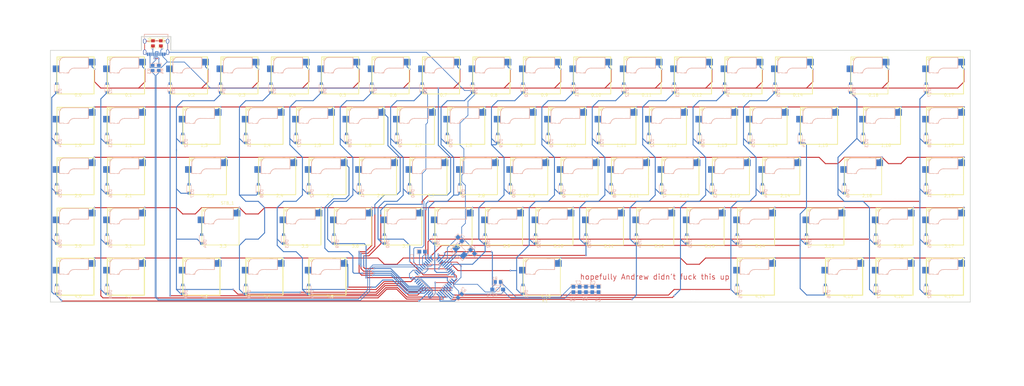
<source format=kicad_pcb>
(kicad_pcb (version 20211014) (generator pcbnew)
  (layers (0 "F.Cu" signal) (31 "B.Cu" signal) (34 "B.Paste" user) (35 "F.Paste" user) (36 "B.SilkS" user "B.Silkscreen") (37 "F.SilkS" user "F.Silkscreen") (38 "B.Mask" user) (39 "F.Mask" user) (44 "Edge.Cuts" user))
  (net 0 "")
  (net 1 "0,0_K2")
  (net 2 "0,11_K2")
  (net 3 "0,12_K2")
  (net 4 "0,14_K2")
  (net 5 "0,17_K2")
  (net 6 "0,2_K2")
  (net 7 "0,5_K2")
  (net 8 "0,7_K2")
  (net 9 "0,9_K2")
  (net 10 "1,11_K2")
  (net 11 "1,14_K2")
  (net 12 "1,16_K2")
  (net 13 "1,1_K2")
  (net 14 "1,4_K2")
  (net 15 "1,5_K2")
  (net 16 "1,7_K2")
  (net 17 "1,9_K2")
  (net 18 "2,0_K2")
  (net 19 "2,10_K2")
  (net 20 "2,12_K2")
  (net 21 "2,13_K2")
  (net 22 "2,17_K2")
  (net 23 "2,6_K2")
  (net 24 "2,8_K2")
  (net 25 "3,10_K2")
  (net 26 "3,12_K2")
  (net 27 "3,15_K2")
  (net 28 "3,16_K2")
  (net 29 "3,1_K2")
  (net 30 "3,5_K2")
  (net 31 "3,6_K2")
  (net 32 "3,8_K2")
  (net 33 "4,0_K2")
  (net 34 "4,14_K2")
  (net 35 "4,17_K2")
  (net 36 "4,3_K2")
  (net 37 "COL0")
  (net 38 "COL1")
  (net 39 "COL10")
  (net 40 "COL11")
  (net 41 "COL12")
  (net 42 "COL13")
  (net 43 "COL14")
  (net 44 "COL15")
  (net 45 "COL16")
  (net 46 "COL17")
  (net 47 "COL2")
  (net 48 "COL3")
  (net 49 "COL4")
  (net 50 "COL5")
  (net 51 "COL6")
  (net 52 "COL7")
  (net 53 "COL8")
  (net 54 "COL9")
  (net 55 "D+")
  (net 56 "D-")
  (net 57 "D11_2")
  (net 58 "D14_2")
  (net 59 "D16_2")
  (net 60 "D18_2")
  (net 61 "D20_2")
  (net 62 "D22_2")
  (net 63 "D24_2")
  (net 64 "D26_2")
  (net 65 "D28_2")
  (net 66 "D2_2")
  (net 67 "D30_2")
  (net 68 "D32_2")
  (net 69 "D34_2")
  (net 70 "D36_2")
  (net 71 "D37_2")
  (net 72 "D38_2")
  (net 73 "D40_2")
  (net 74 "D42_2")
  (net 75 "D44_2")
  (net 76 "D45_2")
  (net 77 "D46_2")
  (net 78 "D48_2")
  (net 79 "D4_2")
  (net 80 "D50_2")
  (net 81 "D53_2")
  (net 82 "D55_2")
  (net 83 "D58_2")
  (net 84 "D5_2")
  (net 85 "D60_2")
  (net 86 "D62_2")
  (net 87 "D64_2")
  (net 88 "D66_2")
  (net 89 "D68_2")
  (net 90 "D70_2")
  (net 91 "D74_2")
  (net 92 "D76_2")
  (net 93 "D77_2")
  (net 94 "D7_2")
  (net 95 "D81_2")
  (net 96 "D9_2")
  (net 97 "GND")
  (net 98 "RESET")
  (net 99 "ROW0")
  (net 100 "ROW1")
  (net 101 "ROW2")
  (net 102 "ROW3")
  (net 103 "ROW4")
  (net 104 "U1_16")
  (net 105 "U1_17")
  (net 106 "U1_33")
  (net 107 "U1_6")
  (net 108 "USBC1_A5")
  (net 109 "USBC1_B5")
  (net 110 "USBC1_B6")
  (net 111 "USBC1_B7")
  (net 112 "VCC")
  (footprint "easyeda:凯华热插拨" (layer "F.Cu") (at 279.402 122.636 180)
    (fp_text reference "0,12")
    (fp_text value "凯华热插拔" hide)
  )
  (footprint "easyeda:SOD-123_L2.8-W1.8-LS3.7-RD" (layer "F.Cu") (at 296.071 203.601 -90)
    (fp_text reference "D75")
    (fp_text value "1N4148W" hide)
  )
  (footprint "easyeda:凯华热插拨" (layer "F.Cu") (at 355.604 198.839 180)
    (fp_text reference "4,16")
    (fp_text value "凯华热插拔" hide)
  )
  (footprint "easyeda:凯华热插拨" (layer "F.Cu") (at 336.554 198.839 180)
    (fp_text reference "4,15")
    (fp_text value "凯华热插拔" hide)
  )
  (footprint "easyeda:SOD-123_L2.8-W1.8-LS3.7-RD" (layer "F.Cu") (at 224.631 146.45 -90)
    (fp_text reference "D20")
    (fp_text value "1N4148W" hide)
  )
  (footprint "easyeda:SOD-123_L2.8-W1.8-LS3.7-RD" (layer "F.Cu") (at 291.309 127.399 -90)
    (fp_text reference "D14")
    (fp_text value "1N4148W" hide)
  )
  (footprint "easyeda:凯华热插拨" (layer "F.Cu") (at 65.083 122.636 180)
    (fp_text reference "0,1")
    (fp_text value "凯华热插拔" hide)
  )
  (footprint "easyeda:凯华热插拨" (layer "F.Cu") (at 274.639 160.738 180)
    (fp_text reference "2,12")
    (fp_text value "凯华热插拔" hide)
  )
  (footprint "easyeda:SOD-123_L2.8-W1.8-LS3.7-RD" (layer "F.Cu") (at 248.445 165.5 -90)
    (fp_text reference "D48")
    (fp_text value "1N4148W" hide)
  )
  (footprint "easyeda:SOD-123_L2.8-W1.8-LS3.7-RD" (layer "F.Cu") (at 57.939 165.5 -90)
    (fp_text reference "D36")
    (fp_text value "1N4148W" hide)
  )
  (footprint "easyeda:SOD-123_L2.8-W1.8-LS3.7-RD" (layer "F.Cu") (at 134.141 203.601 -90)
    (fp_text reference "D74")
    (fp_text value "1N4148W" hide)
  )
  (footprint "easyeda:SW-SMD_L4.0-W2.9-LS5.0" (layer "F.Cu") (at 205.581 203.601 180)
    (fp_text reference "KEY1")
    (fp_text value "Switch3x4x2" hide)
  )
  (footprint "easyeda:凯华热插拨" (layer "F.Cu") (at 193.674 141.687 180)
    (fp_text reference "1,8")
    (fp_text value "凯华热插拔" hide)
  )
  (footprint "easyeda:凯华热插拨" (layer "F.Cu") (at 265.114 179.788 180)
    (fp_text reference "3,12")
    (fp_text value "凯华热插拔" hide)
  )
  (footprint "easyeda:凯华热插拨" (layer "F.Cu") (at 255.589 160.738 180)
    (fp_text reference "2,11")
    (fp_text value "凯华热插拔" hide)
  )
  (footprint "easyeda:SOD-123_L2.8-W1.8-LS3.7-RD" (layer "F.Cu") (at 157.954 127.399 -90)
    (fp_text reference "D7")
    (fp_text value "1N4148W" hide)
  )
  (footprint "easyeda:凯华热插拨" (layer "F.Cu") (at 293.69 160.738 180)
    (fp_text reference "2,13")
    (fp_text value "凯华热插拔" hide)
  )
  (footprint "easyeda:凯华热插拨" (layer "F.Cu") (at 227.013 179.788 180)
    (fp_text reference "3,10")
    (fp_text value "凯华热插拔" hide)
  )
  (footprint "easyeda:凯华热插拨" (layer "F.Cu") (at 160.336 160.738 180)
    (fp_text reference "2,6")
    (fp_text value "凯华热插拔" hide)
  )
  (footprint "easyeda:凯华热插拨" (layer "F.Cu") (at 146.048 122.636 180)
    (fp_text reference "0,5")
    (fp_text value "凯华热插拔" hide)
  )
  (footprint "easyeda:凯华热插拨" (layer "F.Cu") (at 317.503 122.636 180)
    (fp_text reference "0,14")
    (fp_text value "凯华热插拔" hide)
  )
  (footprint "easyeda:凯华热插拨" (layer "F.Cu") (at 122.234 160.738 180)
    (fp_text reference "2,4")
    (fp_text value "凯华热插拔" hide)
  )
  (footprint "easyeda:SOD-123_L2.8-W1.8-LS3.7-RD" (layer "F.Cu") (at 219.869 184.551 -90)
    (fp_text reference "D52")
    (fp_text value "1N4148W" hide)
  )
  (footprint "easyeda:SOD-123_L2.8-W1.8-LS3.7-RD" (layer "F.Cu") (at 143.666 184.551 -90)
    (fp_text reference "D59")
    (fp_text value "1N4148W" hide)
  )
  (footprint "easyeda:SOD-123_L2.8-W1.8-LS3.7-RD" (layer "F.Cu") (at 148.429 146.45 -90)
    (fp_text reference "D28")
    (fp_text value "1N4148W" hide)
  )
  (footprint "easyeda:SOD-123_L2.8-W1.8-LS3.7-RD" (layer "F.Cu") (at 181.768 184.551 -90)
    (fp_text reference "D61")
    (fp_text value "1N4148W" hide)
  )
  (footprint "easyeda:SOD-123_L2.8-W1.8-LS3.7-RD" (layer "F.Cu") (at 86.515 146.45 -90)
    (fp_text reference "D32")
    (fp_text value "1N4148W" hide)
  )
  (footprint "easyeda:SOD-123_L2.8-W1.8-LS3.7-RD" (layer "F.Cu") (at 200.818 184.551 -90)
    (fp_text reference "D62")
    (fp_text value "1N4148W" hide)
  )
  (footprint "easyeda:凯华热插拨" (layer "F.Cu") (at 231.775 141.687 180)
    (fp_text reference "1,10")
    (fp_text value "凯华热插拔" hide)
  )
  (footprint "easyeda:凯华热插拨" (layer "F.Cu") (at 141.285 160.738 180)
    (fp_text reference "2,5")
    (fp_text value "凯华热插拔" hide)
  )
  (footprint "easyeda:凯华热插拨" (layer "F.Cu") (at 169.861 179.788 180)
    (fp_text reference "3,7")
    (fp_text value "凯华热插拔" hide)
  )
  (footprint "easyeda:凯华热插拨" (layer "F.Cu") (at 96.04 160.738 180)
    (fp_text reference "2,3")
    (fp_text value "凯华热插拔" hide)
  )
  (footprint "easyeda:C0805" (layer "F.Cu") (at 241.301 203.601 -90)
    (fp_text reference "C5")
    (fp_text value "100nF" hide)
  )
  (footprint "easyeda:SOD-123_L2.8-W1.8-LS3.7-RD" (layer "F.Cu") (at 229.394 165.5 -90)
    (fp_text reference "D49")
    (fp_text value "1N4148W" hide)
  )
  (footprint "easyeda:SOD-123_L2.8-W1.8-LS3.7-RD" (layer "F.Cu") (at 162.717 184.551 -90)
    (fp_text reference "D60")
    (fp_text value "1N4148W" hide)
  )
  (footprint "easyeda:SOD-123_L2.8-W1.8-LS3.7-RD" (layer "F.Cu") (at 238.919 184.551 -90)
    (fp_text reference "D53")
    (fp_text value "1N4148W" hide)
  )
  (footprint "easyeda:SOD-123_L2.8-W1.8-LS3.7-RD" (layer "F.Cu") (at 119.853 127.399 -90)
    (fp_text reference "D5")
    (fp_text value "1N4148W" hide)
  )
  (footprint "easyeda:凯华热插拨" (layer "F.Cu") (at 269.877 141.687 180)
    (fp_text reference "1,12")
    (fp_text value "凯华热插拔" hide)
  )
  (footprint "easyeda:凯华热插拨" (layer "F.Cu") (at 88.896 122.636 180)
    (fp_text reference "0,2")
    (fp_text value "凯华热插拔" hide)
  )
  (footprint "easyeda:凯华热插拨" (layer "F.Cu") (at 374.655 198.839 180)
    (fp_text reference "4,17")
    (fp_text value "凯华热插拔" hide)
  )
  (footprint "easyeda:SOD-123_L2.8-W1.8-LS3.7-RD" (layer "F.Cu") (at 262.733 146.45 -90)
    (fp_text reference "D22")
    (fp_text value "1N4148W" hide)
  )
  (footprint "easyeda:SOD-123_L2.8-W1.8-LS3.7-RD" (layer "F.Cu") (at 286.546 165.5 -90)
    (fp_text reference "D43")
    (fp_text value "1N4148W" hide)
  )
  (footprint "easyeda:SOD-123_L2.8-W1.8-LS3.7-RD" (layer "F.Cu") (at 205.581 146.45 -90)
    (fp_text reference "D19")
    (fp_text value "1N4148W" hide)
  )
  (footprint "easyeda:SOD-123_L2.8-W1.8-LS3.7-RD" (layer "F.Cu") (at 319.884 146.45 -90)
    (fp_text reference "D24")
    (fp_text value "1N4148W" hide)
  )
  (footprint "easyeda:SOD-123_L2.8-W1.8-LS3.7-RD" (layer "F.Cu") (at 300.834 146.45 -90)
    (fp_text reference "D25")
    (fp_text value "1N4148W" hide)
  )
  (footprint "easyeda:C0805" (layer "F.Cu") (at 196.056 189.313 -45)
    (fp_text reference "C2")
    (fp_text value "22pF" hide)
  )
  (footprint "easyeda:凯华热插拨" (layer "F.Cu") (at 126.997 122.636 180)
    (fp_text reference "0,4")
    (fp_text value "凯华热插拔" hide)
  )
  (footprint "easyeda:凯华热插拨" (layer "F.Cu") (at 174.624 141.687 180)
    (fp_text reference "1,7")
    (fp_text value "凯华热插拔" hide)
  )
  (footprint "easyeda:凯华热插拨" (layer "F.Cu") (at 307.978 141.687 180)
    (fp_text reference "1,14")
    (fp_text value "凯华热插拔" hide)
  )
  (footprint "easyeda:SOD-123_L2.8-W1.8-LS3.7-RD" (layer "F.Cu") (at 110.328 203.601 -90)
    (fp_text reference "D70")
    (fp_text value "1N4148W" hide)
  )
  (footprint "easyeda:凯华热插拨" (layer "F.Cu") (at 150.81 179.788 180)
    (fp_text reference "3,6")
    (fp_text value "凯华热插拔" hide)
  )
  (footprint "easyeda:C0805" (layer "F.Cu") (at 234.157 203.601 90)
    (fp_text reference "C8")
    (fp_text value "470nF" hide)
  )
  (footprint "easyeda:SOD-123_L2.8-W1.8-LS3.7-RD" (layer "F.Cu") (at 86.515 203.601 -90)
    (fp_text reference "D69")
    (fp_text value "1N4148W" hide)
  )
  (footprint "easyeda:SOD-123_L2.8-W1.8-LS3.7-RD" (layer "F.Cu") (at 124.616 184.551 -90)
    (fp_text reference "D63")
    (fp_text value "1N4148W" hide)
  )
  (footprint "easyeda:QFP-44_L10.0-W10.0-P0.80-LS13.2-BL" (layer "F.Cu") (at 181.768 198.839 -135)
    (fp_text reference "U1")
    (fp_text value "ATMEGA32U4-AU" hide)
  )
  (footprint "easyeda:凯华热插拨" (layer "F.Cu") (at 46.032 179.788 180)
    (fp_text reference "3,0")
    (fp_text value "凯华热插拔" hide)
  )
  (footprint "easyeda:凯华热插拨" (layer "F.Cu") (at 46.032 141.687 180)
    (fp_text reference "1,0")
    (fp_text value "凯华热插拔" hide)
  )
  (footprint "easyeda:R0805" (layer "F.Cu") (at 191.293 205.983 -135)
    (fp_text reference "R2")
    (fp_text value "10K" hide)
  )
  (footprint "easyeda:SOD-123_L2.8-W1.8-LS3.7-RD" (layer "F.Cu") (at 38.888 203.601 -90)
    (fp_text reference "D67")
    (fp_text value "1N4148W" hide)
  )
  (footprint "easyeda:凯华热插拨" (layer "F.Cu") (at 246.063 179.788 180)
    (fp_text reference "3,11")
    (fp_text value "凯华热插拔" hide)
  )
  (footprint "easyeda:R0805" (layer "F.Cu") (at 78.264 110.467 -90)
    (fp_text reference "R7")
    (fp_text value "5.1K" hide)
  )
  (footprint "easyeda:凯华热插拨" (layer "F.Cu") (at 117.472 198.839 180)
    (fp_text reference "4,4")
    (fp_text value "凯华热插拔" hide)
  )
  (footprint "easyeda:凯华热插拨" (layer "F.Cu") (at 222.25 198.839 180)
    (fp_text reference "4,10")
    (fp_text value "凯华热插拔" hide)
  )
  (footprint "easyeda:凯华热插拨" (layer "F.Cu") (at 136.522 141.687 180)
    (fp_text reference "1,5")
    (fp_text value "凯华热插拔" hide)
  )
  (footprint "easyeda:SOD-123_L2.8-W1.8-LS3.7-RD" (layer "F.Cu") (at 348.46 203.601 -90)
    (fp_text reference "D77")
    (fp_text value "1N4148W" hide)
  )
  (footprint "easyeda:SOD-123_L2.8-W1.8-LS3.7-RD" (layer "F.Cu") (at 367.511 184.551 -90)
    (fp_text reference "D45")
    (fp_text value "1N4148W" hide)
  )
  (footprint "easyeda:SOD-123_L2.8-W1.8-LS3.7-RD" (layer "F.Cu") (at 336.554 165.5 -90)
    (fp_text reference "D46")
    (fp_text value "1N4148W" hide)
  )
  (footprint "easyeda:SOD-123_L2.8-W1.8-LS3.7-RD" (layer "F.Cu") (at 272.258 127.399 -90)
    (fp_text reference "D13")
    (fp_text value "1N4148W" hide)
  )
  (footprint "easyeda:SOD-123_L2.8-W1.8-LS3.7-RD" (layer "F.Cu") (at 310.359 127.399 -90)
    (fp_text reference "D15")
    (fp_text value "1N4148W" hide)
  )
  (footprint "easyeda:凯华热插拨" (layer "F.Cu") (at 184.149 122.636 180)
    (fp_text reference "0,7")
    (fp_text value "凯华热插拔" hide)
  )
  (footprint "easyeda:凯华热插拨" (layer "F.Cu") (at 303.215 198.839 180)
    (fp_text reference "4,14")
    (fp_text value "凯华热插拔" hide)
  )
  (footprint "easyeda:SOD-123_L2.8-W1.8-LS3.7-RD" (layer "F.Cu") (at 57.939 127.399 -90)
    (fp_text reference "D2")
    (fp_text value "1N4148W" hide)
  )
  (footprint "easyeda:凯华热插拨" (layer "F.Cu") (at 284.165 179.788 180)
    (fp_text reference "3,13")
    (fp_text value "凯华热插拔" hide)
  )
  (footprint "easyeda:凯华热插拨" (layer "F.Cu") (at 260.351 122.636 180)
    (fp_text reference "0,11")
    (fp_text value "凯华热插拔" hide)
  )
  (footprint "easyeda:SOD-123_L2.8-W1.8-LS3.7-RD" (layer "F.Cu") (at 110.328 146.45 -90)
    (fp_text reference "D31")
    (fp_text value "1N4148W" hide)
  )
  (footprint "easyeda:R0805" (layer "F.Cu") (at 75.114 119.768 90)
    (fp_text reference "R3")
    (fp_text value "22" hide)
  )
  (footprint "easyeda:SOD-123_L2.8-W1.8-LS3.7-RD" (layer "F.Cu") (at 234.157 127.399 -90)
    (fp_text reference "D11")
    (fp_text value "1N4148W" hide)
  )
  (footprint "easyeda:凯华热插拨" (layer "F.Cu") (at 329.41 179.788 180)
    (fp_text reference "3,15")
    (fp_text value "凯华热插拔" hide)
  )
  (footprint "easyeda:C0805" (layer "F.Cu") (at 177.005 189.313 180)
    (fp_text reference "C3")
    (fp_text value "1uF" hide)
  )
  (footprint "easyeda:SOD-123_L2.8-W1.8-LS3.7-RD" (layer "F.Cu") (at 367.511 165.5 -90)
    (fp_text reference "D51")
    (fp_text value "1N4148W" hide)
  )
  (footprint "easyeda:凯华热插拨" (layer "F.Cu") (at 346.079 122.636 180)
    (fp_text reference "0,16")
    (fp_text value "凯华热插拔" hide)
  )
  (footprint "easyeda:凯华热插拨" (layer "F.Cu") (at 198.437 160.738 180)
    (fp_text reference "2,8")
    (fp_text value "凯华热插拔" hide)
  )
  (footprint "easyeda:凯华热插拨" (layer "F.Cu") (at 374.655 179.788 180)
    (fp_text reference "3,17")
    (fp_text value "凯华热插拔" hide)
  )
  (footprint "easyeda:凯华热插拨" (layer "F.Cu") (at 350.842 141.687 180)
    (fp_text reference "1,16")
    (fp_text value "凯华热插拔" hide)
  )
  (footprint "easyeda:凯华热插拨" (layer "F.Cu") (at 117.472 141.687 180)
    (fp_text reference "1,4")
    (fp_text value "凯华热插拔" hide)
  )
  (footprint "easyeda:C0805" (layer "F.Cu") (at 236.538 203.601 -90)
    (fp_text reference "C7")
    (fp_text value "100nF" hide)
  )
  (footprint "easyeda:C0805" (layer "F.Cu") (at 191.293 184.551 135)
    (fp_text reference "C1")
    (fp_text value "22pF" hide)
  )
  (footprint "easyeda:SOD-123_L2.8-W1.8-LS3.7-RD" (layer "F.Cu") (at 196.056 127.399 -90)
    (fp_text reference "D9")
    (fp_text value "1N4148W" hide)
  )
  (footprint "easyeda:凯华热插拨" (layer "F.Cu") (at 93.658 198.839 180)
    (fp_text reference "4,3")
    (fp_text value "凯华热插拔" hide)
  )
  (footprint "easyeda:凯华热插拨" (layer "F.Cu") (at 100.802 179.788 180)
    (fp_text reference "3,3")
    (fp_text value "凯华热插拔" hide)
  )
  (footprint "easyeda:SOD-123_L2.8-W1.8-LS3.7-RD" (layer "F.Cu") (at 305.597 165.5 -90)
    (fp_text reference "D44")
    (fp_text value "1N4148W" hide)
  )
  (footprint "easyeda:SOD-123_L2.8-W1.8-LS3.7-RD" (layer "F.Cu") (at 215.106 127.399 -90)
    (fp_text reference "D10")
    (fp_text value "1N4148W" hide)
  )
  (footprint "easyeda:凯华热插拨" (layer "F.Cu") (at 212.725 141.687 180)
    (fp_text reference "1,9")
    (fp_text value "凯华热插拔" hide)
  )
  (footprint "easyeda:SOD-123_L2.8-W1.8-LS3.7-RD" (layer "F.Cu") (at 186.53 146.45 -90)
    (fp_text reference "D30")
    (fp_text value "1N4148W" hide)
  )
  (footprint "easyeda:SOD-123_L2.8-W1.8-LS3.7-RD" (layer "F.Cu") (at 57.939 184.551 -90)
    (fp_text reference "D65")
    (fp_text value "1N4148W" hide)
  )
  (footprint "easyeda:凯华热插拨" (layer "F.Cu") (at 288.927 141.687 180)
    (fp_text reference "1,13")
    (fp_text value "凯华热插拔" hide)
  )
  (footprint "easyeda:R0805" (layer "F.Cu") (at 205.624 200.775)
    (fp_text reference "R1")
    (fp_text value "10K" hide)
  )
  (footprint "easyeda:凯华热插拨" (layer "F.Cu") (at 203.199 122.636 180)
    (fp_text reference "0,8")
    (fp_text value "凯华热插拔" hide)
  )
  (footprint "easyeda:SOD-123_L2.8-W1.8-LS3.7-RD" (layer "F.Cu") (at 367.511 203.601 -90)
    (fp_text reference "D82")
    (fp_text value "1N4148W" hide)
  )
  (footprint "easyeda:凯华热插拨" (layer "F.Cu") (at 298.453 122.636 180)
    (fp_text reference "0,13")
    (fp_text value "凯华热插拔" hide)
  )
  (footprint "easyeda:凯华热插拨" (layer "F.Cu") (at 131.76 179.788 180)
    (fp_text reference "3,5")
    (fp_text value "凯华热插拔" hide)
  )
  (footprint "easyeda:R0805" (layer "F.Cu") (at 75.264 110.467 90)
    (fp_text reference "R6")
    (fp_text value "5.1K" hide)
  )
  (footprint "easyeda:SOD-123_L2.8-W1.8-LS3.7-RD" (layer "F.Cu") (at 338.935 127.399 -90)
    (fp_text reference "D16")
    (fp_text value "1N4148W" hide)
  )
  (footprint "easyeda:SOD-123_L2.8-W1.8-LS3.7-RD" (layer "F.Cu") (at 243.682 146.45 -90)
    (fp_text reference "D21")
    (fp_text value "1N4148W" hide)
  )
  (footprint "easyeda:SOD-123_L2.8-W1.8-LS3.7-RD" (layer "F.Cu") (at 115.09 165.5 -90)
    (fp_text reference "D38")
    (fp_text value "1N4148W" hide)
  )
  (footprint "easyeda:SOD-123_L2.8-W1.8-LS3.7-RD" (layer "F.Cu") (at 38.888 146.45 -90)
    (fp_text reference "D34")
    (fp_text value "1N4148W" hide)
  )
  (footprint "easyeda:SOD-123_L2.8-W1.8-LS3.7-RD" (layer "F.Cu") (at 343.698 146.45 -90)
    (fp_text reference "D23")
    (fp_text value "1N4148W" hide)
  )
  (footprint "easyeda:SOD-123_L2.8-W1.8-LS3.7-RD" (layer "F.Cu") (at 38.888 127.399 -90)
    (fp_text reference "D1")
    (fp_text value "1N4148W" hide)
  )
  (footprint "easyeda:SOD-123_L2.8-W1.8-LS3.7-RD" (layer "F.Cu") (at 134.141 165.5 -90)
    (fp_text reference "D42")
    (fp_text value "1N4148W" hide)
  )
  (footprint "easyeda:SOD-123_L2.8-W1.8-LS3.7-RD" (layer "F.Cu") (at 253.207 127.399 -90)
    (fp_text reference "D12")
    (fp_text value "1N4148W" hide)
  )
  (footprint "easyeda:凯华热插拨" (layer "F.Cu") (at 250.826 141.687 180)
    (fp_text reference "1,11")
    (fp_text value "凯华热插拔" hide)
  )
  (footprint "easyeda:凯华热插拨" (layer "F.Cu") (at 155.573 141.687 180)
    (fp_text reference "1,6")
    (fp_text value "凯华热插拔" hide)
  )
  (footprint "easyeda:凯华热插拨" (layer "F.Cu") (at 46.032 122.636 180)
    (fp_text reference "0,0")
    (fp_text value "凯华热插拔" hide)
  )
  (footprint "easyeda:SOD-123_L2.8-W1.8-LS3.7-RD" (layer "F.Cu") (at 322.266 184.551 -90)
    (fp_text reference "D57")
    (fp_text value "1N4148W" hide)
  )
  (footprint "easyeda:凯华热插拨" (layer "F.Cu") (at 65.083 198.839 180)
    (fp_text reference "4,1")
    (fp_text value "凯华热插拔" hide)
  )
  (footprint "easyeda:凯华热插拨" (layer "F.Cu") (at 355.604 179.788 180)
    (fp_text reference "3,16")
    (fp_text value "凯华热插拔" hide)
  )
  (footprint "easyeda:凯华热插拨" (layer "F.Cu") (at 236.538 160.738 180)
    (fp_text reference "2,10")
    (fp_text value "凯华热插拔" hide)
  )
  (footprint "easyeda:SOD-123_L2.8-W1.8-LS3.7-RD" (layer "F.Cu") (at 367.511 146.45 -90)
    (fp_text reference "D18")
    (fp_text value "1N4148W" hide)
  )
  (footprint "easyeda:SOD-123_L2.8-W1.8-LS3.7-RD" (layer "F.Cu") (at 100.802 127.399 -90)
    (fp_text reference "D4")
    (fp_text value "1N4148W" hide)
  )
  (footprint "easyeda:SOD-123_L2.8-W1.8-LS3.7-RD" (layer "F.Cu") (at 138.904 127.399 -90)
    (fp_text reference "D6")
    (fp_text value "1N4148W" hide)
  )
  (footprint "easyeda:SOD-123_L2.8-W1.8-LS3.7-RD" (layer "F.Cu") (at 257.97 184.551 -90)
    (fp_text reference "D54")
    (fp_text value "1N4148W" hide)
  )
  (footprint "easyeda:凯华热插拨" (layer "F.Cu") (at 343.698 160.738 180)
    (fp_text reference "2,16")
    (fp_text value "凯华热插拔" hide)
  )
  (footprint "easyeda:OSC-SMD_2P-L5.0-W3.2" (layer "F.Cu") (at 191.293 189.313 135)
    (fp_text reference "X1")
    (fp_text value "16mhz" hide)
  )
  (footprint "easyeda:凯华热插拨" (layer "F.Cu") (at 222.25 122.636 180)
    (fp_text reference "0,9")
    (fp_text value "凯华热插拔" hide)
  )
  (footprint "easyeda:SOD-123_L2.8-W1.8-LS3.7-RD" (layer "F.Cu") (at 129.378 146.45 -90)
    (fp_text reference "D27")
    (fp_text value "1N4148W" hide)
  )
  (footprint "easyeda:凯华热插拨" (layer "F.Cu") (at 141.285 198.839 180)
    (fp_text reference "4,5")
    (fp_text value "凯华热插拔" hide)
  )
  (footprint "easyeda:凯华热插拨" (layer "F.Cu") (at 374.655 122.636 180)
    (fp_text reference "0,17")
    (fp_text value "凯华热插拔" hide)
  )
  (footprint "easyeda:C0805" (layer "F.Cu") (at 238.919 203.601 -90)
    (fp_text reference "C6")
    (fp_text value "100nF" hide)
  )
  (footprint "easyeda:凯华热插拨" (layer "F.Cu") (at 179.386 160.738 180)
    (fp_text reference "2,7")
    (fp_text value "凯华热插拔" hide)
  )
  (footprint "easyeda:凯华热插拨" (layer "F.Cu") (at 46.032 198.839 180)
    (fp_text reference "4,0")
    (fp_text value "凯华热插拔" hide)
  )
  (footprint "easyeda:凯华热插拨" (layer "F.Cu") (at 374.655 141.687 180)
    (fp_text reference "1,17")
    (fp_text value "凯华热插拔" hide)
  )
  (footprint "easyeda:SOD-123_L2.8-W1.8-LS3.7-RD" (layer "F.Cu") (at 281.783 146.45 -90)
    (fp_text reference "D26")
    (fp_text value "1N4148W" hide)
  )
  (footprint "easyeda:SOD-123_L2.8-W1.8-LS3.7-RD" (layer "F.Cu") (at 215.106 203.601 -90)
    (fp_text reference "D81")
    (fp_text value "1N4148W" hide)
  )
  (footprint "easyeda:凯华热插拨" (layer "F.Cu") (at 312.74 160.738 180)
    (fp_text reference "2,14")
    (fp_text value "凯华热插拔" hide)
  )
  (footprint "easyeda:SOD-123_L2.8-W1.8-LS3.7-RD" (layer "F.Cu") (at 88.896 165.5 -90)
    (fp_text reference "D37")
    (fp_text value "1N4148W" hide)
  )
  (footprint "easyeda:MX1A STABILIZER 2U" (layer "F.Cu") (at 343.698 160.738 180)
    (fp_text reference "STB_2" hide)
    (fp_text value "Cherry MX 2u Stabilizer" hide)
  )
  (footprint "easyeda:USB-C_SMD-TYPE-C-31-M-12" (layer "F.Cu") (at 76.464 112.118 180)
    (fp_text reference "USBC1" hide)
    (fp_text value "TYPE-C-31-M-12" hide)
  )
  (footprint "easyeda:SOD-123_L2.8-W1.8-LS3.7-RD" (layer "F.Cu") (at 38.888 165.5 -90)
    (fp_text reference "D35")
    (fp_text value "1N4148W" hide)
  )
  (footprint "easyeda:SOD-123_L2.8-W1.8-LS3.7-RD" (layer "F.Cu") (at 167.48 146.45 -90)
    (fp_text reference "D29")
    (fp_text value "1N4148W" hide)
  )
  (footprint "easyeda:SOD-123_L2.8-W1.8-LS3.7-RD" (layer "F.Cu") (at 296.071 184.551 -90)
    (fp_text reference "D58")
    (fp_text value "1N4148W" hide)
  )
  (footprint "easyeda:凯华热插拨" (layer "F.Cu") (at 188.912 179.788 180)
    (fp_text reference "3,8")
    (fp_text value "凯华热插拔" hide)
  )
  (footprint "easyeda:凯华热插拨" (layer "F.Cu") (at 207.962 179.788 180)
    (fp_text reference "3,9")
    (fp_text value "凯华热插拔" hide)
  )
  (footprint "easyeda:SOD-123_L2.8-W1.8-LS3.7-RD" (layer "F.Cu") (at 38.888 184.551 -90)
    (fp_text reference "D66")
    (fp_text value "1N4148W" hide)
  )
  (footprint "easyeda:SOD-123_L2.8-W1.8-LS3.7-RD" (layer "F.Cu") (at 172.242 165.5 -90)
    (fp_text reference "D40")
    (fp_text value "1N4148W" hide)
  )
  (footprint "easyeda:SOD-123_L2.8-W1.8-LS3.7-RD" (layer "F.Cu") (at 177.005 127.399 -90)
    (fp_text reference "D8")
    (fp_text value "1N4148W" hide)
  )
  (footprint "easyeda:凯华热插拨" (layer "F.Cu") (at 374.655 160.738 180)
    (fp_text reference "2,17")
    (fp_text value "凯华热插拔" hide)
  )
  (footprint "easyeda:SOD-123_L2.8-W1.8-LS3.7-RD" (layer "F.Cu") (at 367.511 127.399 -90)
    (fp_text reference "D17")
    (fp_text value "1N4148W" hide)
  )
  (footprint "easyeda:SOD-123_L2.8-W1.8-LS3.7-RD" (layer "F.Cu") (at 57.939 203.601 -90)
    (fp_text reference "D68")
    (fp_text value "1N4148W" hide)
  )
  (footprint "easyeda:凯华热插拨" (layer "F.Cu") (at 65.083 179.788 180)
    (fp_text reference "3,1")
    (fp_text value "凯华热插拔" hide)
  )
  (footprint "easyeda:SOD-123_L2.8-W1.8-LS3.7-RD" (layer "F.Cu") (at 153.192 165.5 -90)
    (fp_text reference "D41")
    (fp_text value "1N4148W" hide)
  )
  (footprint "easyeda:凯华热插拨" (layer "F.Cu") (at 93.658 141.687 180)
    (fp_text reference "1,3")
    (fp_text value "凯华热插拔" hide)
  )
  (footprint "easyeda:SOD-123_L2.8-W1.8-LS3.7-RD" (layer "F.Cu") (at 277.021 184.551 -90)
    (fp_text reference "D55")
    (fp_text value "1N4148W" hide)
  )
  (footprint "easyeda:SOD-123_L2.8-W1.8-LS3.7-RD" (layer "F.Cu") (at 210.343 165.5 -90)
    (fp_text reference "D50")
    (fp_text value "1N4148W" hide)
  )
  (footprint "easyeda:R0805" (layer "F.Cu") (at 77.495 119.768 -90)
    (fp_text reference "R4")
    (fp_text value "22" hide)
  )
  (footprint "easyeda:凯华热插拨" (layer "F.Cu") (at 241.301 122.636 180)
    (fp_text reference "0,10")
    (fp_text value "凯华热插拔" hide)
  )
  (footprint "easyeda:SOD-123_L2.8-W1.8-LS3.7-RD" (layer "F.Cu") (at 57.939 146.45 -90)
    (fp_text reference "D33")
    (fp_text value "1N4148W" hide)
  )
  (footprint "easyeda:SOD-123_L2.8-W1.8-LS3.7-RD" (layer "F.Cu") (at 81.752 127.399 -90)
    (fp_text reference "D3")
    (fp_text value "1N4148W" hide)
  )
  (footprint "easyeda:SOD-123_L2.8-W1.8-LS3.7-RD" (layer "F.Cu") (at 348.46 184.551 -90)
    (fp_text reference "D56")
    (fp_text value "1N4148W" hide)
  )
  (footprint "easyeda:凯华热插拨" (layer "F.Cu") (at 107.946 122.636 180)
    (fp_text reference "0,3")
    (fp_text value "凯华热插拔" hide)
  )
  (footprint "easyeda:凯华热插拨" (layer "F.Cu") (at 217.487 160.738 180)
    (fp_text reference "2,9")
    (fp_text value "凯华热插拔" hide)
  )
  (footprint "easyeda:SOD-123_L2.8-W1.8-LS3.7-RD" (layer "F.Cu") (at 329.41 203.601 -90)
    (fp_text reference "D76")
    (fp_text value "1N4148W" hide)
  )
  (footprint "easyeda:凯华热插拨" (layer "F.Cu") (at 65.083 160.738 180)
    (fp_text reference "2,1")
    (fp_text value "凯华热插拔" hide)
  )
  (footprint "easyeda:凯华热插拨" (layer "F.Cu") (at 65.083 141.687 180)
    (fp_text reference "1,1")
    (fp_text value "凯华热插拔" hide)
  )
  (footprint "easyeda:C0805" (layer "F.Cu") (at 243.682 203.601 -90)
    (fp_text reference "C4")
    (fp_text value "100nF" hide)
  )
  (footprint "easyeda:CHERRY_MX_7U" (layer "F.Cu") (at 222.25 198.839 180)
    (fp_text reference "K1")
    (fp_text value "PCB卫星轴7U" hide)
  )
  (footprint "easyeda:SOD-123_L2.8-W1.8-LS3.7-RD" (layer "F.Cu") (at 191.293 165.5 -90)
    (fp_text reference "D39")
    (fp_text value "1N4148W" hide)
  )
  (footprint "easyeda:SOD-123_L2.8-W1.8-LS3.7-RD" (layer "F.Cu") (at 267.495 165.5 -90)
    (fp_text reference "D47")
    (fp_text value "1N4148W" hide)
  )
  (footprint "easyeda:凯华热插拨" (layer "F.Cu") (at 46.032 160.738 180)
    (fp_text reference "2,0")
    (fp_text value "凯华热插拔" hide)
  )
  (footprint "easyeda:MX1A STABILIZER 2U" (layer "F.Cu") (at 346.079 122.636)
    (fp_text reference "STB_3" hide)
    (fp_text value "Cherry MX 2u Stabilizer" hide)
  )
  (footprint "easyeda:凯华热插拨" (layer "F.Cu") (at 303.215 179.788 180)
    (fp_text reference "3,14")
    (fp_text value "凯华热插拔" hide)
  )
  (footprint "easyeda:凯华热插拨" (layer "F.Cu") (at 327.028 141.687 180)
    (fp_text reference "1,15")
    (fp_text value "凯华热插拔" hide)
  )
  (footprint "easyeda:MX1A STABILIZER 2U" (layer "F.Cu") (at 100.802 179.788)
    (fp_text reference "STB_1")
    (fp_text value "Cherry MX 2u Stabilizer" hide)
  )
  (footprint "easyeda:SOD-123_L2.8-W1.8-LS3.7-RD" (layer "F.Cu") (at 93.658 184.551 -90)
    (fp_text reference "D64")
    (fp_text value "1N4148W" hide)
  )
  (footprint "easyeda:凯华热插拨" (layer "F.Cu") (at 165.098 122.636 180)
    (fp_text reference "0,6")
    (fp_text value "凯华热插拔" hide)
  )
  (gr_line (start 100.518 205.694) (end 86.519 205.694) (layer "F.SilkS") (width 0.254))
  (gr_line (start 362.599 191.837) (end 362.599 205.836) (layer "F.SilkS") (width 0.254))
  (gr_line (start 115.237 167.736) (end 115.237 153.737) (layer "F.SilkS") (width 0.254))
  (gr_line (start 39.037 205.836) (end 39.037 191.837) (layer "F.SilkS") (width 0.254))
  (gr_line (start 176.861 172.787) (end 176.861 186.786) (layer "F.SilkS") (width 0.254))
  (gr_line (start 100.518 191.695) (end 100.518 205.694) (layer "F.SilkS") (width 0.254))
  (gr_line (start 219.724 134.687) (end 219.724 148.686) (layer "F.SilkS") (width 0.254))
  (gr_line (start 162.862 172.787) (end 176.861 172.787) (layer "F.SilkS") (width 0.254))
  (gr_line (start 205.436 153.737) (end 205.436 167.736) (layer "F.SilkS") (width 0.254))
  (gr_line (start 248.587 167.736) (end 248.587 153.737) (layer "F.SilkS") (width 0.254))
  (gr_line (start 234.299 129.636) (end 234.299 115.637) (layer "F.SilkS") (width 0.254))
  (gr_line (start 310.499 115.637) (end 324.499 115.637) (layer "F.SilkS") (width 0.254))
  (gr_line (start 58.087 186.786) (end 58.087 172.787) (layer "F.SilkS") (width 0.254))
  (gr_line (start 200.962 186.786) (end 200.962 172.787) (layer "F.SilkS") (width 0.254))
  (gr_line (start 53.036 172.787) (end 53.036 186.786) (layer "F.SilkS") (width 0.254))
  (gr_line (start 300.974 134.687) (end 314.974 134.687) (layer "F.SilkS") (width 0.254))
  (gr_line (start 181.912 172.787) (end 195.911 172.787) (layer "F.SilkS") (width 0.254))
  (gr_line (start 148.286 167.736) (end 134.285 167.736) (layer "F.SilkS") (width 0.254))
  (gr_line (start 329.549 205.836) (end 329.549 191.837) (layer "F.SilkS") (width 0.254))
  (gr_line (start 39.037 148.686) (end 39.037 134.687) (layer "F.SilkS") (width 0.254))
  (gr_line (start 281.924 134.687) (end 295.924 134.687) (layer "F.SilkS") (width 0.254))
  (gr_line (start 310.211 186.786) (end 296.212 186.786) (layer "F.SilkS") (width 0.254))
  (gr_line (start 89.043 167.736) (end 89.043 153.737) (layer "F.SilkS") (width 0.254))
  (gr_line (start 186.674 134.687) (end 200.674 134.687) (layer "F.SilkS") (width 0.254))
  (gr_line (start 219.724 148.686) (end 205.724 148.686) (layer "F.SilkS") (width 0.254))
  (gr_line (start 110.474 148.686) (end 110.474 134.687) (layer "F.SilkS") (width 0.254))
  (gr_line (start 172.099 129.636) (end 158.099 129.636) (layer "F.SilkS") (width 0.254))
  (gr_line (start 310.499 129.636) (end 310.499 115.637) (layer "F.SilkS") (width 0.254))
  (gr_line (start 362.456 191.695) (end 362.456 205.694) (layer "F.SilkS") (width 0.254))
  (gr_line (start 157.811 186.786) (end 143.812 186.786) (layer "F.SilkS") (width 0.254))
  (gr_line (start 124.331 191.695) (end 124.331 205.694) (layer "F.SilkS") (width 0.254))
  (gr_line (start 134.144 191.695) (end 148.143 191.695) (layer "F.SilkS") (width 0.254))
  (gr_line (start 200.962 172.787) (end 214.961 172.787) (layer "F.SilkS") (width 0.254))
  (gr_line (start 162.862 186.786) (end 162.862 172.787) (layer "F.SilkS") (width 0.254))
  (gr_line (start 367.649 186.786) (end 367.649 172.787) (layer "F.SilkS") (width 0.254))
  (gr_line (start 229.537 167.736) (end 229.537 153.737) (layer "F.SilkS") (width 0.254))
  (gr_line (start 367.649 191.837) (end 381.649 191.837) (layer "F.SilkS") (width 0.254))
  (gr_line (start 319.736 167.736) (end 305.737 167.736) (layer "F.SilkS") (width 0.254))
  (gr_line (start 95.899 129.636) (end 81.899 129.636) (layer "F.SilkS") (width 0.254))
  (gr_line (start 362.599 205.836) (end 348.599 205.836) (layer "F.SilkS") (width 0.254))
  (gr_line (start 81.899 129.636) (end 81.899 115.637) (layer "F.SilkS") (width 0.254))
  (gr_line (start 381.649 134.687) (end 381.649 148.686) (layer "F.SilkS") (width 0.254))
  (gr_line (start 267.349 129.636) (end 253.349 129.636) (layer "F.SilkS") (width 0.254))
  (gr_line (start 53.036 115.637) (end 53.036 129.636) (layer "F.SilkS") (width 0.254))
  (gr_line (start 272.111 186.786) (end 258.112 186.786) (layer "F.SilkS") (width 0.254))
  (gr_line (start 39.037 191.837) (end 53.036 191.837) (layer "F.SilkS") (width 0.254))
  (gr_line (start 195.911 172.787) (end 195.911 186.786) (layer "F.SilkS") (width 0.254))
  (gr_line (start 243.824 134.687) (end 257.824 134.687) (layer "F.SilkS") (width 0.254))
  (gr_line (start 110.474 134.687) (end 124.474 134.687) (layer "F.SilkS") (width 0.254))
  (gr_line (start 181.912 186.786) (end 181.912 172.787) (layer "F.SilkS") (width 0.254))
  (gr_line (start 124.474 134.687) (end 124.474 148.686) (layer "F.SilkS") (width 0.254))
  (gr_line (start 53.036 186.786) (end 39.037 186.786) (layer "F.SilkS") (width 0.254))
  (gr_line (start 214.961 172.787) (end 214.961 186.786) (layer "F.SilkS") (width 0.254))
  (gr_line (start 72.087 148.687) (end 57.939 148.687) (layer "F.SilkS") (width 0.254))
  (gr_line (start 367.649 205.836) (end 367.649 191.837) (layer "F.SilkS") (width 0.254))
  (gr_line (start 143.812 186.786) (end 143.812 172.787) (layer "F.SilkS") (width 0.254))
  (gr_line (start 176.861 186.786) (end 162.862 186.786) (layer "F.SilkS") (width 0.254))
  (gr_line (start 348.599 186.786) (end 348.599 172.787) (layer "F.SilkS") (width 0.254))
  (gr_line (start 310.068 191.695) (end 310.068 205.694) (layer "F.SilkS") (width 0.254))
  (gr_line (start 367.649 129.636) (end 367.649 115.637) (layer "F.SilkS") (width 0.254))
  (gr_line (start 39.037 167.736) (end 39.037 153.737) (layer "F.SilkS") (width 0.254))
  (gr_line (start 267.349 115.637) (end 267.349 129.636) (layer "F.SilkS") (width 0.254))
  (gr_line (start 367.649 115.637) (end 381.649 115.637) (layer "F.SilkS") (width 0.254))
  (gr_line (start 248.299 129.636) (end 234.299 129.636) (layer "F.SilkS") (width 0.254))
  (gr_line (start 39.037 153.737) (end 53.036 153.737) (layer "F.SilkS") (width 0.254))
  (gr_line (start 100.661 134.687) (end 100.661 148.686) (layer "F.SilkS") (width 0.254))
  (gr_line (start 158.099 115.637) (end 172.099 115.637) (layer "F.SilkS") (width 0.254))
  (gr_line (start 224.486 153.737) (end 224.486 167.736) (layer "F.SilkS") (width 0.254))
  (gr_line (start 153.049 129.636) (end 139.049 129.636) (layer "F.SilkS") (width 0.254))
  (gr_line (start 334.024 148.686) (end 320.024 148.686) (layer "F.SilkS") (width 0.254))
  (gr_line (start 114.949 129.636) (end 100.949 129.636) (layer "F.SilkS") (width 0.254))
  (gr_line (start 124.331 205.694) (end 110.332 205.694) (layer "F.SilkS") (width 0.254))
  (gr_line (start 296.212 172.787) (end 310.211 172.787) (layer "F.SilkS") (width 0.254))
  (gr_line (start 277.162 186.786) (end 277.162 172.787) (layer "F.SilkS") (width 0.254))
  (gr_line (start 267.637 167.736) (end 267.637 153.737) (layer "F.SilkS") (width 0.254))
  (gr_line (start 58.087 153.737) (end 72.086 153.737) (layer "F.SilkS") (width 0.254))
  (gr_line (start 253.349 129.636) (end 253.349 115.637) (layer "F.SilkS") (width 0.254))
  (gr_line (start 100.949 129.636) (end 100.949 115.637) (layer "F.SilkS") (width 0.254))
  (gr_line (start 367.649 148.686) (end 367.649 134.687) (layer "F.SilkS") (width 0.254))
  (gr_line (start 300.686 167.736) (end 286.687 167.736) (layer "F.SilkS") (width 0.254))
  (gr_line (start 320.024 134.687) (end 334.024 134.687) (layer "F.SilkS") (width 0.254))
  (gr_line (start 248.587 153.737) (end 262.586 153.737) (layer "F.SilkS") (width 0.254))
  (gr_line (start 281.924 148.686) (end 281.924 134.687) (layer "F.SilkS") (width 0.254))
  (gr_line (start 305.737 167.736) (end 305.737 153.737) (layer "F.SilkS") (width 0.254))
  (gr_line (start 296.212 186.786) (end 296.212 172.787) (layer "F.SilkS") (width 0.254))
  (gr_line (start 291.449 115.637) (end 305.449 115.637) (layer "F.SilkS") (width 0.254))
  (gr_line (start 39.037 129.636) (end 39.037 115.637) (layer "F.SilkS") (width 0.254))
  (gr_line (start 229.249 129.636) (end 215.249 129.636) (layer "F.SilkS") (width 0.254))
  (gr_line (start 100.949 115.637) (end 114.949 115.637) (layer "F.SilkS") (width 0.254))
  (gr_line (start 229.537 153.737) (end 243.536 153.737) (layer "F.SilkS") (width 0.254))
  (gr_line (start 53.036 134.687) (end 53.036 148.686) (layer "F.SilkS") (width 0.254))
  (gr_line (start 239.062 186.786) (end 239.062 172.787) (layer "F.SilkS") (width 0.254))
  (gr_line (start 243.536 167.736) (end 229.537 167.736) (layer "F.SilkS") (width 0.254))
  (gr_line (start 243.536 153.737) (end 243.536 167.736) (layer "F.SilkS") (width 0.254))
  (gr_line (start 329.406 191.695) (end 343.406 191.695) (layer "F.SilkS") (width 0.254))
  (gr_line (start 58.087 191.837) (end 72.086 191.837) (layer "F.SilkS") (width 0.254))
  (gr_line (start 162.574 148.686) (end 148.574 148.686) (layer "F.SilkS") (width 0.254))
  (gr_line (start 53.036 129.636) (end 39.037 129.636) (layer "F.SilkS") (width 0.254))
  (gr_line (start 262.586 153.737) (end 262.586 167.736) (layer "F.SilkS") (width 0.254))
  (gr_line (start 138.761 172.787) (end 138.761 186.786) (layer "F.SilkS") (width 0.254))
  (gr_line (start 381.649 167.736) (end 367.649 167.736) (layer "F.SilkS") (width 0.254))
  (gr_line (start 158.099 129.636) (end 158.099 115.637) (layer "F.SilkS") (width 0.254))
  (gr_line (start 210.487 167.736) (end 210.487 153.737) (layer "F.SilkS") (width 0.254))
  (gr_line (start 257.824 134.687) (end 257.824 148.686) (layer "F.SilkS") (width 0.254))
  (gr_line (start 238.774 148.686) (end 224.774 148.686) (layer "F.SilkS") (width 0.254))
  (gr_line (start 277.162 172.787) (end 291.161 172.787) (layer "F.SilkS") (width 0.254))
  (gr_line (start 134.144 205.694) (end 134.144 191.695) (layer "F.SilkS") (width 0.254))
  (gr_line (start 52.894 191.695) (end 52.894 205.694) (layer "F.SilkS") (width 0.254))
  (gr_line (start 53.036 167.736) (end 39.037 167.736) (layer "F.SilkS") (width 0.254))
  (gr_line (start 57.944 191.695) (end 71.944 191.695) (layer "F.SilkS") (width 0.254))
  (gr_line (start 314.974 134.687) (end 314.974 148.686) (layer "F.SilkS") (width 0.254))
  (gr_line (start 86.662 205.836) (end 86.662 191.837) (layer "F.SilkS") (width 0.254))
  (gr_line (start 367.506 191.695) (end 381.506 191.695) (layer "F.SilkS") (width 0.254))
  (gr_line (start 362.599 172.787) (end 362.599 186.786) (layer "F.SilkS") (width 0.254))
  (gr_line (start 258.112 186.786) (end 258.112 172.787) (layer "F.SilkS") (width 0.254))
  (gr_line (start 129.524 134.687) (end 143.524 134.687) (layer "F.SilkS") (width 0.254))
  (gr_line (start 295.924 148.686) (end 281.924 148.686) (layer "F.SilkS") (width 0.254))
  (gr_line (start 322.404 186.786) (end 322.404 172.787) (layer "F.SilkS") (width 0.254))
  (gr_line (start 367.649 167.736) (end 367.649 153.737) (layer "F.SilkS") (width 0.254))
  (gr_line (start 205.724 148.686) (end 205.724 134.687) (layer "F.SilkS") (width 0.254))
  (gr_line (start 167.624 148.686) (end 167.624 134.687) (layer "F.SilkS") (width 0.254))
  (gr_line (start 224.774 148.686) (end 224.774 134.687) (layer "F.SilkS") (width 0.254))
  (gr_line (start 71.944 205.694) (end 57.944 205.694) (layer "F.SilkS") (width 0.254))
  (gr_line (start 191.149 129.636) (end 177.149 129.636) (layer "F.SilkS") (width 0.254))
  (gr_line (start 181.624 134.687) (end 181.624 148.686) (layer "F.SilkS") (width 0.254))
  (gr_line (start 234.011 172.787) (end 234.011 186.786) (layer "F.SilkS") (width 0.254))
  (gr_line (start 148.574 134.687) (end 162.574 134.687) (layer "F.SilkS") (width 0.254))
  (gr_line (start 295.924 134.687) (end 295.924 148.686) (layer "F.SilkS") (width 0.254))
  (gr_line (start 72.086 167.736) (end 58.087 167.736) (layer "F.SilkS") (width 0.254))
  (gr_line (start 57.939 148.687) (end 57.939 134.687) (layer "F.SilkS") (width 0.254))
  (gr_line (start 100.661 148.686) (end 86.662 148.686) (layer "F.SilkS") (width 0.254))
  (gr_line (start 53.036 191.837) (end 53.036 205.836) (layer "F.SilkS") (width 0.254))
  (gr_line (start 162.574 134.687) (end 162.574 148.686) (layer "F.SilkS") (width 0.254))
  (gr_line (start 205.436 167.736) (end 191.437 167.736) (layer "F.SilkS") (width 0.254))
  (gr_line (start 348.456 205.694) (end 348.456 191.695) (layer "F.SilkS") (width 0.254))
  (gr_line (start 191.437 153.737) (end 205.436 153.737) (layer "F.SilkS") (width 0.254))
  (gr_line (start 300.686 153.737) (end 300.686 167.736) (layer "F.SilkS") (width 0.254))
  (gr_line (start 281.636 167.736) (end 267.637 167.736) (layer "F.SilkS") (width 0.254))
  (gr_line (start 276.874 134.687) (end 276.874 148.686) (layer "F.SilkS") (width 0.254))
  (gr_line (start 103.042 153.737) (end 103.042 167.736) (layer "F.SilkS") (width 0.254))
  (gr_line (start 343.837 148.686) (end 343.837 134.687) (layer "F.SilkS") (width 0.254))
  (gr_line (start 95.899 115.637) (end 95.899 129.636) (layer "F.SilkS") (width 0.254))
  (gr_line (start 129.236 167.736) (end 115.237 167.736) (layer "F.SilkS") (width 0.254))
  (gr_line (start 305.737 153.737) (end 319.736 153.737) (layer "F.SilkS") (width 0.254))
  (gr_line (start 300.974 148.686) (end 300.974 134.687) (layer "F.SilkS") (width 0.254))
  (gr_line (start 296.069 191.695) (end 310.068 191.695) (layer "F.SilkS") (width 0.254))
  (gr_line (start 39.037 172.787) (end 53.036 172.787) (layer "F.SilkS") (width 0.254))
  (gr_line (start 72.086 205.836) (end 58.087 205.836) (layer "F.SilkS") (width 0.254))
  (gr_line (start 214.961 186.786) (end 200.962 186.786) (layer "F.SilkS") (width 0.254))
  (gr_line (start 181.624 148.686) (end 167.624 148.686) (layer "F.SilkS") (width 0.254))
  (gr_line (start 58.086 134.687) (end 72.087 134.687) (layer "F.SilkS") (width 0.254))
  (gr_line (start 224.486 167.736) (end 210.487 167.736) (layer "F.SilkS") (width 0.254))
  (gr_line (start 167.624 134.687) (end 181.624 134.687) (layer "F.SilkS") (width 0.254))
  (gr_line (start 322.404 172.787) (end 336.405 172.787) (layer "F.SilkS") (width 0.254))
  (gr_line (start 220.012 172.787) (end 234.011 172.787) (layer "F.SilkS") (width 0.254))
  (gr_line (start 348.456 191.695) (end 362.456 191.695) (layer "F.SilkS") (width 0.254))
  (gr_line (start 381.649 205.836) (end 367.649 205.836) (layer "F.SilkS") (width 0.254))
  (gr_line (start 52.894 205.694) (end 38.894 205.694) (layer "F.SilkS") (width 0.254))
  (gr_line (start 177.149 129.636) (end 177.149 115.637) (layer "F.SilkS") (width 0.254))
  (gr_line (start 129.236 153.737) (end 129.236 167.736) (layer "F.SilkS") (width 0.254))
  (gr_line (start 336.405 172.787) (end 336.405 186.786) (layer "F.SilkS") (width 0.254))
  (gr_line (start 124.474 148.686) (end 110.474 148.686) (layer "F.SilkS") (width 0.254))
  (gr_line (start 129.524 148.686) (end 129.524 134.687) (layer "F.SilkS") (width 0.254))
  (gr_line (start 72.086 172.787) (end 72.086 186.786) (layer "F.SilkS") (width 0.254))
  (gr_line (start 148.574 148.686) (end 148.574 134.687) (layer "F.SilkS") (width 0.254))
  (gr_line (start 262.874 148.686) (end 262.874 134.687) (layer "F.SilkS") (width 0.254))
  (gr_line (start 38.894 205.694) (end 38.894 191.695) (layer "F.SilkS") (width 0.254))
  (gr_line (start 210.199 115.637) (end 210.199 129.636) (layer "F.SilkS") (width 0.254))
  (gr_line (start 362.456 205.694) (end 348.456 205.694) (layer "F.SilkS") (width 0.254))
  (gr_line (start 281.636 153.737) (end 281.636 167.736) (layer "F.SilkS") (width 0.254))
  (gr_line (start 348.599 205.836) (end 348.599 191.837) (layer "F.SilkS") (width 0.254))
  (gr_line (start 72.087 134.687) (end 72.087 148.687) (layer "F.SilkS") (width 0.254))
  (gr_line (start 138.761 186.786) (end 124.762 186.786) (layer "F.SilkS") (width 0.254))
  (gr_line (start 253.349 115.637) (end 267.349 115.637) (layer "F.SilkS") (width 0.254))
  (gr_line (start 148.286 153.737) (end 148.286 167.736) (layer "F.SilkS") (width 0.254))
  (gr_line (start 58.087 172.787) (end 72.086 172.787) (layer "F.SilkS") (width 0.254))
  (gr_line (start 357.836 134.687) (end 357.836 148.686) (layer "F.SilkS") (width 0.254))
  (gr_line (start 58.087 115.637) (end 72.086 115.637) (layer "F.SilkS") (width 0.254))
  (gr_line (start 215.249 115.637) (end 229.249 115.637) (layer "F.SilkS") (width 0.254))
  (gr_line (start 186.386 167.736) (end 172.387 167.736) (layer "F.SilkS") (width 0.254))
  (gr_line (start 200.674 148.686) (end 186.674 148.686) (layer "F.SilkS") (width 0.254))
  (gr_line (start 72.086 191.837) (end 72.086 205.836) (layer "F.SilkS") (width 0.254))
  (gr_line (start 58.087 205.836) (end 58.087 191.837) (layer "F.SilkS") (width 0.254))
  (gr_line (start 291.449 129.636) (end 291.449 115.637) (layer "F.SilkS") (width 0.254))
  (gr_line (start 381.649 129.636) (end 367.649 129.636) (layer "F.SilkS") (width 0.254))
  (gr_line (start 139.049 129.636) (end 139.049 115.637) (layer "F.SilkS") (width 0.254))
  (gr_line (start 381.649 191.837) (end 381.649 205.836) (layer "F.SilkS") (width 0.254))
  (gr_line (start 310.211 172.787) (end 310.211 186.786) (layer "F.SilkS") (width 0.254))
  (gr_line (start 305.449 129.636) (end 291.449 129.636) (layer "F.SilkS") (width 0.254))
  (gr_line (start 153.335 153.737) (end 167.336 153.737) (layer "F.SilkS") (width 0.254))
  (gr_line (start 329.549 191.837) (end 343.549 191.837) (layer "F.SilkS") (width 0.254))
  (gr_line (start 153.335 167.736) (end 153.335 153.737) (layer "F.SilkS") (width 0.254))
  (gr_line (start 196.199 115.637) (end 210.199 115.637) (layer "F.SilkS") (width 0.254))
  (gr_line (start 86.519 191.695) (end 100.518 191.695) (layer "F.SilkS") (width 0.254))
  (gr_line (start 257.824 148.686) (end 243.824 148.686) (layer "F.SilkS") (width 0.254))
  (gr_line (start 153.049 115.637) (end 153.049 129.636) (layer "F.SilkS") (width 0.254))
  (gr_line (start 186.674 148.686) (end 186.674 134.687) (layer "F.SilkS") (width 0.254))
  (gr_line (start 272.399 115.637) (end 286.399 115.637) (layer "F.SilkS") (width 0.254))
  (gr_line (start 276.874 148.686) (end 262.874 148.686) (layer "F.SilkS") (width 0.254))
  (gr_line (start 110.332 191.695) (end 124.331 191.695) (layer "F.SilkS") (width 0.254))
  (gr_line (start 248.299 115.637) (end 248.299 129.636) (layer "F.SilkS") (width 0.254))
  (gr_line (start 367.649 172.787) (end 381.649 172.787) (layer "F.SilkS") (width 0.254))
  (gr_line (start 258.112 172.787) (end 272.111 172.787) (layer "F.SilkS") (width 0.254))
  (gr_line (start 143.524 148.686) (end 129.524 148.686) (layer "F.SilkS") (width 0.254))
  (gr_line (start 53.036 205.836) (end 39.037 205.836) (layer "F.SilkS") (width 0.254))
  (gr_line (start 58.087 167.736) (end 58.087 153.737) (layer "F.SilkS") (width 0.254))
  (gr_line (start 172.099 115.637) (end 172.099 129.636) (layer "F.SilkS") (width 0.254))
  (gr_line (start 200.674 134.687) (end 200.674 148.686) (layer "F.SilkS") (width 0.254))
  (gr_line (start 381.649 115.637) (end 381.649 129.636) (layer "F.SilkS") (width 0.254))
  (gr_line (start 324.499 129.636) (end 310.499 129.636) (layer "F.SilkS") (width 0.254))
  (gr_line (start 381.649 153.737) (end 381.649 167.736) (layer "F.SilkS") (width 0.254))
  (gr_line (start 238.774 134.687) (end 238.774 148.686) (layer "F.SilkS") (width 0.254))
  (gr_line (start 110.332 205.694) (end 110.332 191.695) (layer "F.SilkS") (width 0.254))
  (gr_line (start 124.762 186.786) (end 124.762 172.787) (layer "F.SilkS") (width 0.254))
  (gr_line (start 367.506 205.694) (end 367.506 191.695) (layer "F.SilkS") (width 0.254))
  (gr_line (start 291.161 172.787) (end 291.161 186.786) (layer "F.SilkS") (width 0.254))
  (gr_line (start 381.649 186.786) (end 367.649 186.786) (layer "F.SilkS") (width 0.254))
  (gr_line (start 53.036 148.686) (end 39.037 148.686) (layer "F.SilkS") (width 0.254))
  (gr_line (start 343.406 191.695) (end 343.406 205.694) (layer "F.SilkS") (width 0.254))
  (gr_line (start 119.999 129.636) (end 119.999 115.637) (layer "F.SilkS") (width 0.254))
  (gr_line (start 148.143 205.694) (end 134.144 205.694) (layer "F.SilkS") (width 0.254))
  (gr_line (start 267.637 153.737) (end 281.636 153.737) (layer "F.SilkS") (width 0.254))
  (gr_line (start 291.161 186.786) (end 277.162 186.786) (layer "F.SilkS") (width 0.254))
  (gr_line (start 272.399 129.636) (end 272.399 115.637) (layer "F.SilkS") (width 0.254))
  (gr_line (start 243.824 148.686) (end 243.824 134.687) (layer "F.SilkS") (width 0.254))
  (gr_line (start 329.406 205.694) (end 329.406 191.695) (layer "F.SilkS") (width 0.254))
  (gr_line (start 86.662 191.837) (end 100.661 191.837) (layer "F.SilkS") (width 0.254))
  (gr_line (start 115.237 153.737) (end 129.236 153.737) (layer "F.SilkS") (width 0.254))
  (gr_line (start 134.285 167.736) (end 134.285 153.737) (layer "F.SilkS") (width 0.254))
  (gr_line (start 139.049 115.637) (end 153.049 115.637) (layer "F.SilkS") (width 0.254))
  (gr_line (start 310.068 205.694) (end 296.069 205.694) (layer "F.SilkS") (width 0.254))
  (gr_line (start 124.762 172.787) (end 138.761 172.787) (layer "F.SilkS") (width 0.254))
  (gr_line (start 262.586 167.736) (end 248.587 167.736) (layer "F.SilkS") (width 0.254))
  (gr_line (start 134.285 153.737) (end 148.286 153.737) (layer "F.SilkS") (width 0.254))
  (gr_line (start 53.036 153.737) (end 53.036 167.736) (layer "F.SilkS") (width 0.254))
  (gr_line (start 320.024 148.686) (end 320.024 134.687) (layer "F.SilkS") (width 0.254))
  (gr_line (start 205.724 134.687) (end 219.724 134.687) (layer "F.SilkS") (width 0.254))
  (gr_line (start 286.399 129.636) (end 272.399 129.636) (layer "F.SilkS") (width 0.254))
  (gr_line (start 71.944 191.695) (end 71.944 205.694) (layer "F.SilkS") (width 0.254))
  (gr_line (start 348.599 172.787) (end 362.599 172.787) (layer "F.SilkS") (width 0.254))
  (gr_line (start 210.487 153.737) (end 224.486 153.737) (layer "F.SilkS") (width 0.254))
  (gr_line (start 286.687 153.737) (end 300.686 153.737) (layer "F.SilkS") (width 0.254))
  (gr_line (start 234.011 186.786) (end 220.012 186.786) (layer "F.SilkS") (width 0.254))
  (gr_line (start 143.524 134.687) (end 143.524 148.686) (layer "F.SilkS") (width 0.254))
  (gr_line (start 100.661 205.836) (end 86.662 205.836) (layer "F.SilkS") (width 0.254))
  (gr_line (start 224.774 134.687) (end 238.774 134.687) (layer "F.SilkS") (width 0.254))
  (gr_line (start 196.199 129.636) (end 196.199 115.637) (layer "F.SilkS") (width 0.254))
  (gr_line (start 172.387 167.736) (end 172.387 153.737) (layer "F.SilkS") (width 0.254))
  (gr_line (start 177.149 115.637) (end 191.149 115.637) (layer "F.SilkS") (width 0.254))
  (gr_line (start 191.437 167.736) (end 191.437 153.737) (layer "F.SilkS") (width 0.254))
  (gr_line (start 114.949 115.637) (end 114.949 129.636) (layer "F.SilkS") (width 0.254))
  (gr_line (start 357.836 148.686) (end 343.837 148.686) (layer "F.SilkS") (width 0.254))
  (gr_line (start 157.811 172.787) (end 157.811 186.786) (layer "F.SilkS") (width 0.254))
  (gr_line (start 86.662 148.686) (end 86.662 134.687) (layer "F.SilkS") (width 0.254))
  (gr_line (start 133.999 129.636) (end 119.999 129.636) (layer "F.SilkS") (width 0.254))
  (gr_line (start 253.061 186.786) (end 239.062 186.786) (layer "F.SilkS") (width 0.254))
  (gr_line (start 348.599 191.837) (end 362.599 191.837) (layer "F.SilkS") (width 0.254))
  (gr_line (start 286.399 115.637) (end 286.399 129.636) (layer "F.SilkS") (width 0.254))
  (gr_line (start 39.037 134.687) (end 53.036 134.687) (layer "F.SilkS") (width 0.254))
  (gr_line (start 57.944 205.694) (end 57.944 191.695) (layer "F.SilkS") (width 0.254))
  (gr_line (start 362.599 186.786) (end 348.599 186.786) (layer "F.SilkS") (width 0.254))
  (gr_line (start 319.736 153.737) (end 319.736 167.736) (layer "F.SilkS") (width 0.254))
  (gr_line (start 81.899 115.637) (end 95.899 115.637) (layer "F.SilkS") (width 0.254))
  (gr_line (start 262.874 134.687) (end 276.874 134.687) (layer "F.SilkS") (width 0.254))
  (gr_line (start 343.406 205.694) (end 329.406 205.694) (layer "F.SilkS") (width 0.254))
  (gr_line (start 133.999 115.637) (end 133.999 129.636) (layer "F.SilkS") (width 0.254))
  (gr_line (start 314.974 148.686) (end 300.974 148.686) (layer "F.SilkS") (width 0.254))
  (gr_line (start 186.386 153.737) (end 186.386 167.736) (layer "F.SilkS") (width 0.254))
  (gr_line (start 172.387 153.737) (end 186.386 153.737) (layer "F.SilkS") (width 0.254))
  (gr_line (start 167.336 167.736) (end 153.335 167.736) (layer "F.SilkS") (width 0.254))
  (gr_line (start 103.042 167.736) (end 89.043 167.736) (layer "F.SilkS") (width 0.254))
  (gr_line (start 367.649 134.687) (end 381.649 134.687) (layer "F.SilkS") (width 0.254))
  (gr_line (start 234.299 115.637) (end 248.299 115.637) (layer "F.SilkS") (width 0.254))
  (gr_line (start 72.086 186.786) (end 58.087 186.786) (layer "F.SilkS") (width 0.254))
  (gr_line (start 336.405 186.786) (end 322.404 186.786) (layer "F.SilkS") (width 0.254))
  (gr_line (start 324.499 115.637) (end 324.499 129.636) (layer "F.SilkS") (width 0.254))
  (gr_line (start 343.549 191.837) (end 343.549 205.836) (layer "F.SilkS") (width 0.254))
  (gr_line (start 167.336 153.737) (end 167.336 167.736) (layer "F.SilkS") (width 0.254))
  (gr_line (start 286.687 167.736) (end 286.687 153.737) (layer "F.SilkS") (width 0.254))
  (gr_line (start 58.087 129.636) (end 58.087 115.637) (layer "F.SilkS") (width 0.254))
  (gr_line (start 296.069 205.694) (end 296.069 191.695) (layer "F.SilkS") (width 0.254))
  (gr_line (start 143.812 172.787) (end 157.811 172.787) (layer "F.SilkS") (width 0.254))
  (gr_line (start 86.519 205.694) (end 86.519 191.695) (layer "F.SilkS") (width 0.254))
  (gr_line (start 119.999 115.637) (end 133.999 115.637) (layer "F.SilkS") (width 0.254))
  (gr_line (start 148.143 191.695) (end 148.143 205.694) (layer "F.SilkS") (width 0.254))
  (gr_line (start 210.199 129.636) (end 196.199 129.636) (layer "F.SilkS") (width 0.254))
  (gr_line (start 215.249 129.636) (end 215.249 115.637) (layer "F.SilkS") (width 0.254))
  (gr_line (start 39.037 115.637) (end 53.036 115.637) (layer "F.SilkS") (width 0.254))
  (gr_line (start 343.837 134.687) (end 357.836 134.687) (layer "F.SilkS") (width 0.254))
  (gr_line (start 220.012 186.786) (end 220.012 172.787) (layer "F.SilkS") (width 0.254))
  (gr_line (start 72.086 129.636) (end 58.087 129.636) (layer "F.SilkS") (width 0.254))
  (gr_line (start 72.086 153.737) (end 72.086 167.736) (layer "F.SilkS") (width 0.254))
  (gr_line (start 57.939 134.687) (end 58.086 134.687) (layer "F.SilkS") (width 0.254))
  (gr_line (start 381.649 172.787) (end 381.649 186.786) (layer "F.SilkS") (width 0.254))
  (gr_line (start 191.149 115.637) (end 191.149 129.636) (layer "F.SilkS") (width 0.254))
  (gr_line (start 239.062 172.787) (end 253.061 172.787) (layer "F.SilkS") (width 0.254))
  (gr_line (start 381.649 148.686) (end 367.649 148.686) (layer "F.SilkS") (width 0.254))
  (gr_line (start 195.911 186.786) (end 181.912 186.786) (layer "F.SilkS") (width 0.254))
  (gr_line (start 381.506 205.694) (end 367.506 205.694) (layer "F.SilkS") (width 0.254))
  (gr_line (start 305.449 115.637) (end 305.449 129.636) (layer "F.SilkS") (width 0.254))
  (gr_line (start 39.037 186.786) (end 39.037 172.787) (layer "F.SilkS") (width 0.254))
  (gr_line (start 343.549 205.836) (end 329.549 205.836) (layer "F.SilkS") (width 0.254))
  (gr_line (start 272.111 172.787) (end 272.111 186.786) (layer "F.SilkS") (width 0.254))
  (gr_line (start 381.506 191.695) (end 381.506 205.694) (layer "F.SilkS") (width 0.254))
  (gr_line (start 72.086 115.637) (end 72.086 129.636) (layer "F.SilkS") (width 0.254))
  (gr_line (start 38.894 191.695) (end 52.894 191.695) (layer "F.SilkS") (width 0.254))
  (gr_line (start 86.662 134.687) (end 100.661 134.687) (layer "F.SilkS") (width 0.254))
  (gr_line (start 89.043 153.737) (end 103.042 153.737) (layer "F.SilkS") (width 0.254))
  (gr_line (start 367.649 153.737) (end 381.649 153.737) (layer "F.SilkS") (width 0.254))
  (gr_line (start 229.249 115.637) (end 229.249 129.636) (layer "F.SilkS") (width 0.254))
  (gr_line (start 100.661 191.837) (end 100.661 205.836) (layer "F.SilkS") (width 0.254))
  (gr_line (start 253.061 172.787) (end 253.061 186.786) (layer "F.SilkS") (width 0.254))
  (gr_line (start 334.024 134.687) (end 334.024 148.686) (layer "F.SilkS") (width 0.254))
  (gr_line (start 384.175 208.362) (end 384.175 113.113) (layer "Edge.Cuts") (width 0.254))
  (gr_line (start 70.913 113.168) (end 70.913 107.917) (layer "Edge.Cuts") (width 0.356))
  (gr_line (start 70.913 107.917) (end 77.064 107.917) (layer "Edge.Cuts") (width 0.356))
  (gr_line (start 77.064 107.917) (end 82.014 107.917) (layer "Edge.Cuts") (width 0.356))
  (gr_line (start 70.913 113.168) (end 36.512 113.113) (layer "Edge.Cuts") (width 0.254))
  (gr_line (start 36.512 113.113) (end 36.512 208.362) (layer "Edge.Cuts") (width 0.254))
  (gr_line (start 36.512 208.362) (end 384.175 208.362) (layer "Edge.Cuts") (width 0.254))
  (gr_line (start 82.014 107.917) (end 81.99 113.112) (layer "Edge.Cuts") (width 0.356))
  (gr_line (start 81.991 113.113) (end 384.175 113.113) (layer "Edge.Cuts") (width 0.254))
  (gr_text "hopefully Andrew didn't fuck this up" (at 236.538 198.839) (layer "F.Cu") (effects (font (size 2.032 2.032) (thickness 0.203)) (justify left)))
  (segment (start 38.888 120.318) (end 38.888 125.707) (width 0.356) (layer "B.Cu") (net 1))
  (segment (start 38.666 120.096) (end 38.888 120.318) (width 0.356) (layer "B.Cu") (net 1))
  (segment (start 252.985 120.096) (end 253.207 120.318) (width 0.356) (layer "B.Cu") (net 2))
  (segment (start 253.207 120.318) (end 253.207 125.707) (width 0.356) (layer "B.Cu") (net 2))
  (segment (start 272.036 120.096) (end 272.258 120.318) (width 0.356) (layer "B.Cu") (net 3))
  (segment (start 272.258 120.318) (end 272.258 125.707) (width 0.356) (layer "B.Cu") (net 3))
  (segment (start 310.359 120.318) (end 310.359 125.707) (width 0.356) (layer "B.Cu") (net 4))
  (segment (start 310.137 120.096) (end 310.359 120.318) (width 0.356) (layer "B.Cu") (net 4))
  (segment (start 367.289 120.096) (end 367.511 120.318) (width 0.356) (layer "B.Cu") (net 5))
  (segment (start 367.511 120.318) (end 367.511 125.707) (width 0.356) (layer "B.Cu") (net 5))
  (segment (start 81.752 120.318) (end 81.752 125.707) (width 0.356) (layer "B.Cu") (net 6))
  (segment (start 81.53 120.096) (end 81.752 120.318) (width 0.356) (layer "B.Cu") (net 6))
  (segment (start 138.682 120.096) (end 138.904 120.319) (width 0.356) (layer "B.Cu") (net 7))
  (segment (start 138.904 120.319) (end 138.904 125.707) (width 0.356) (layer "B.Cu") (net 7))
  (segment (start 177.005 120.318) (end 177.005 125.707) (width 0.356) (layer "B.Cu") (net 8))
  (segment (start 176.783 120.096) (end 177.005 120.318) (width 0.356) (layer "B.Cu") (net 8))
  (segment (start 214.884 120.096) (end 215.106 120.318) (width 0.356) (layer "B.Cu") (net 9))
  (segment (start 215.106 120.318) (end 215.106 125.707) (width 0.356) (layer "B.Cu") (net 9))
  (segment (start 243.682 139.369) (end 243.682 144.757) (width 0.356) (layer "B.Cu") (net 10))
  (segment (start 243.46 139.147) (end 243.682 139.369) (width 0.356) (layer "B.Cu") (net 10))
  (segment (start 300.834 139.369) (end 300.834 144.757) (width 0.356) (layer "B.Cu") (net 11))
  (segment (start 300.612 139.147) (end 300.834 139.369) (width 0.356) (layer "B.Cu") (net 11))
  (segment (start 343.698 139.369) (end 343.698 144.757) (width 0.356) (layer "B.Cu") (net 12))
  (segment (start 343.476 139.147) (end 343.698 139.369) (width 0.356) (layer "B.Cu") (net 12))
  (segment (start 57.717 139.147) (end 57.939 139.369) (width 0.356) (layer "B.Cu") (net 13))
  (segment (start 57.939 139.369) (end 57.939 144.757) (width 0.356) (layer "B.Cu") (net 13))
  (segment (start 110.328 139.369) (end 110.328 144.757) (width 0.356) (layer "B.Cu") (net 14))
  (segment (start 110.106 139.147) (end 110.328 139.369) (width 0.356) (layer "B.Cu") (net 14))
  (segment (start 129.156 139.147) (end 129.378 139.369) (width 0.356) (layer "B.Cu") (net 15))
  (segment (start 129.378 139.369) (end 129.378 144.757) (width 0.356) (layer "B.Cu") (net 15))
  (segment (start 167.48 139.369) (end 167.48 144.757) (width 0.356) (layer "B.Cu") (net 16))
  (segment (start 167.258 139.147) (end 167.48 139.369) (width 0.356) (layer "B.Cu") (net 16))
  (segment (start 205.581 139.369) (end 205.581 144.757) (width 0.356) (layer "B.Cu") (net 17))
  (segment (start 205.359 139.147) (end 205.581 139.369) (width 0.356) (layer "B.Cu") (net 17))
  (segment (start 38.666 158.198) (end 38.888 158.42) (width 0.356) (layer "B.Cu") (net 18))
  (segment (start 38.888 158.42) (end 38.888 163.808) (width 0.356) (layer "B.Cu") (net 18))
  (segment (start 229.172 158.198) (end 229.394 158.42) (width 0.356) (layer "B.Cu") (net 19))
  (segment (start 229.394 158.42) (end 229.394 163.808) (width 0.356) (layer "B.Cu") (net 19))
  (segment (start 267.495 158.42) (end 267.495 163.808) (width 0.356) (layer "B.Cu") (net 20))
  (segment (start 267.273 158.198) (end 267.495 158.42) (width 0.356) (layer "B.Cu") (net 20))
  (segment (start 286.324 158.198) (end 286.546 158.42) (width 0.356) (layer "B.Cu") (net 21))
  (segment (start 286.546 158.42) (end 286.546 163.808) (width 0.356) (layer "B.Cu") (net 21))
  (segment (start 367.511 158.42) (end 367.511 163.808) (width 0.356) (layer "B.Cu") (net 22))
  (segment (start 367.289 158.198) (end 367.511 158.42) (width 0.356) (layer "B.Cu") (net 22))
  (segment (start 153.192 158.42) (end 153.192 163.808) (width 0.356) (layer "B.Cu") (net 23))
  (segment (start 152.97 158.198) (end 153.192 158.42) (width 0.356) (layer "B.Cu") (net 23))
  (segment (start 191.293 158.42) (end 191.293 163.808) (width 0.356) (layer "B.Cu") (net 24))
  (segment (start 191.071 158.198) (end 191.293 158.42) (width 0.356) (layer "B.Cu") (net 24))
  (segment (start 219.647 177.248) (end 219.869 177.47) (width 0.356) (layer "B.Cu") (net 25))
  (segment (start 219.869 177.47) (end 219.869 182.858) (width 0.356) (layer "B.Cu") (net 25))
  (segment (start 257.748 177.248) (end 257.97 177.47) (width 0.356) (layer "B.Cu") (net 26))
  (segment (start 257.97 177.47) (end 257.97 182.858) (width 0.356) (layer "B.Cu") (net 26))
  (segment (start 322.266 177.47) (end 322.266 182.858) (width 0.356) (layer "B.Cu") (net 27))
  (segment (start 322.044 177.248) (end 322.266 177.47) (width 0.356) (layer "B.Cu") (net 27))
  (segment (start 348.239 178.777) (end 348.46 178.999) (width 0.254) (layer "B.Cu") (net 28))
  (segment (start 348.239 177.248) (end 348.239 178.777) (width 0.254) (layer "B.Cu") (net 28))
  (segment (start 348.46 178.999) (end 348.46 182.858) (width 0.254) (layer "B.Cu") (net 28))
  (segment (start 57.939 177.47) (end 57.939 182.858) (width 0.356) (layer "B.Cu") (net 29))
  (segment (start 57.717 177.248) (end 57.939 177.47) (width 0.356) (layer "B.Cu") (net 29))
  (segment (start 124.394 177.248) (end 124.616 177.47) (width 0.356) (layer "B.Cu") (net 30))
  (segment (start 124.616 177.47) (end 124.616 182.858) (width 0.356) (layer "B.Cu") (net 30))
  (segment (start 143.666 177.47) (end 143.666 182.858) (width 0.356) (layer "B.Cu") (net 31))
  (segment (start 143.444 177.248) (end 143.666 177.47) (width 0.356) (layer "B.Cu") (net 31))
  (segment (start 181.768 177.47) (end 181.768 182.858) (width 0.356) (layer "B.Cu") (net 32))
  (segment (start 181.546 177.248) (end 181.768 177.47) (width 0.356) (layer "B.Cu") (net 32))
  (segment (start 38.888 196.521) (end 38.888 201.909) (width 0.356) (layer "B.Cu") (net 33))
  (segment (start 38.666 196.299) (end 38.888 196.521) (width 0.356) (layer "B.Cu") (net 33))
  (segment (start 295.849 196.299) (end 296.071 196.521) (width 0.356) (layer "B.Cu") (net 34))
  (segment (start 296.071 196.521) (end 296.071 201.909) (width 0.356) (layer "B.Cu") (net 34))
  (segment (start 367.289 196.299) (end 367.511 196.521) (width 0.356) (layer "B.Cu") (net 35))
  (segment (start 367.511 196.521) (end 367.511 201.909) (width 0.356) (layer "B.Cu") (net 35))
  (segment (start 86.293 196.299) (end 86.515 196.521) (width 0.356) (layer "B.Cu") (net 36))
  (segment (start 86.515 196.521) (end 86.515 201.909) (width 0.356) (layer "B.Cu") (net 36))
  (segment (start 40.761 207.825) (end 40.911 207.975) (width 0.356) (layer "F.Cu") (net 37))
  (segment (start 40.911 207.975) (end 175.772 207.975) (width 0.356) (layer "F.Cu") (net 37))
  (via (at 175.772 207.975) (size 0.61) (drill 0.305) (layers "F.Cu" "B.Cu") (net 37))
  (via (at 40.761 207.825) (size 0.61) (drill 0.305) (layers "F.Cu" "B.Cu") (net 37))
  (segment (start 38.888 205.294) (end 38.888 205.953) (width 0.356) (layer "B.Cu") (net 37))
  (segment (start 175.971 207.975) (end 179.3 204.647) (width 0.356) (layer "B.Cu") (net 37))
  (segment (start 175.772 207.975) (end 175.971 207.975) (width 0.356) (layer "B.Cu") (net 37))
  (segment (start 38.889 167.194) (end 37.009 165.306) (width 0.356) (layer "B.Cu") (net 37))
  (segment (start 37.01 204.532) (end 37.01 130.969) (width 0.356) (layer "B.Cu") (net 37))
  (segment (start 38.889 148.141) (end 37.009 146.269) (width 0.356) (layer "B.Cu") (net 37))
  (segment (start 38.888 205.953) (end 40.761 207.825) (width 0.356) (layer "B.Cu") (net 37))
  (segment (start 37.01 130.969) (end 38.888 129.091) (width 0.356) (layer "B.Cu") (net 37))
  (segment (start 38.889 186.244) (end 37.009 184.377) (width 0.356) (layer "B.Cu") (net 37))
  (segment (start 37.772 205.294) (end 37.01 204.532) (width 0.356) (layer "B.Cu") (net 37))
  (segment (start 38.888 205.294) (end 37.772 205.294) (width 0.356) (layer "B.Cu") (net 37))
  (segment (start 55.557 205.983) (end 55.557 203.601) (width 0.356) (layer "F.Cu") (net 38))
  (segment (start 163.621 203.475) (end 160.321 206.775) (width 0.356) (layer "F.Cu") (net 38))
  (segment (start 171.104 207.227) (end 167.355 203.475) (width 0.356) (layer "F.Cu") (net 38))
  (segment (start 184.924 207.227) (end 171.104 207.227) (width 0.356) (layer "F.Cu") (net 38))
  (segment (start 160.321 206.775) (end 56.349 206.775) (width 0.356) (layer "F.Cu") (net 38))
  (segment (start 167.355 203.475) (end 163.621 203.475) (width 0.356) (layer "F.Cu") (net 38))
  (segment (start 56.349 206.775) (end 55.557 205.983) (width 0.356) (layer "F.Cu") (net 38))
  (via (at 55.557 203.601) (size 0.61) (drill 0.305) (layers "F.Cu" "B.Cu") (net 38))
  (via (at 184.923 207.225) (size 0.61) (drill 0.305) (layers "F.Cu" "B.Cu") (net 38))
  (segment (start 184.923 207.225) (end 184.923 206.446) (width 0.356) (layer "B.Cu") (net 38))
  (segment (start 57.249 186.243) (end 55.557 184.551) (width 0.356) (layer "B.Cu") (net 38))
  (segment (start 57.938 205.294) (end 57.249 205.294) (width 0.356) (layer "B.Cu") (net 38))
  (segment (start 57.249 167.193) (end 55.557 165.5) (width 0.356) (layer "B.Cu") (net 38))
  (segment (start 55.557 203.601) (end 55.557 131.474) (width 0.356) (layer "B.Cu") (net 38))
  (segment (start 57.939 167.193) (end 57.249 167.193) (width 0.356) (layer "B.Cu") (net 38))
  (segment (start 184.923 206.446) (end 183.679 205.202) (width 0.356) (layer "B.Cu") (net 38))
  (segment (start 57.249 205.294) (end 55.557 203.601) (width 0.356) (layer "B.Cu") (net 38))
  (segment (start 55.557 131.474) (end 57.939 129.091) (width 0.356) (layer "B.Cu") (net 38))
  (segment (start 57.249 148.142) (end 55.557 146.45) (width 0.356) (layer "B.Cu") (net 38))
  (segment (start 57.939 186.243) (end 57.249 186.243) (width 0.356) (layer "B.Cu") (net 38))
  (segment (start 57.939 148.142) (end 57.249 148.142) (width 0.356) (layer "B.Cu") (net 38))
  (segment (start 187.923 193.874) (end 190.506 196.457) (width 0.356) (layer "F.Cu") (net 39))
  (segment (start 190.506 196.457) (end 210.343 196.457) (width 0.356) (layer "F.Cu") (net 39))
  (via (at 187.923 193.874) (size 0.61) (drill 0.305) (layers "F.Cu" "B.Cu") (net 39))
  (via (at 210.344 196.457) (size 0.61) (drill 0.305) (layers "F.Cu" "B.Cu") (net 39))
  (segment (start 214.417 205.294) (end 212.725 203.601) (width 0.356) (layer "B.Cu") (net 39))
  (segment (start 217.487 172.645) (end 219.869 170.262) (width 0.356) (layer "B.Cu") (net 39))
  (segment (start 227.012 167.882) (end 227.012 153.595) (width 0.356) (layer "B.Cu") (net 39))
  (segment (start 219.869 170.262) (end 224.632 170.262) (width 0.356) (layer "B.Cu") (net 39))
  (segment (start 217.487 186.812) (end 217.487 184.551) (width 0.356) (layer "B.Cu") (net 39))
  (segment (start 222.249 148.832) (end 222.249 134.542) (width 0.356) (layer "B.Cu") (net 39))
  (segment (start 224.631 148.142) (end 223.941 148.142) (width 0.356) (layer "B.Cu") (net 39))
  (segment (start 231.086 132.162) (end 234.157 129.091) (width 0.356) (layer "B.Cu") (net 39))
  (segment (start 228.704 167.193) (end 227.012 165.5) (width 0.356) (layer "B.Cu") (net 39))
  (segment (start 187.845 193.874) (end 187.923 193.874) (width 0.356) (layer "B.Cu") (net 39))
  (segment (start 215.106 205.294) (end 214.417 205.294) (width 0.356) (layer "B.Cu") (net 39))
  (segment (start 227.012 153.595) (end 222.249 148.832) (width 0.356) (layer "B.Cu") (net 39))
  (segment (start 210.343 196.457) (end 212.725 196.457) (width 0.356) (layer "B.Cu") (net 39))
  (segment (start 219.869 186.243) (end 219.179 186.243) (width 0.356) (layer "B.Cu") (net 39))
  (segment (start 217.487 184.551) (end 217.487 172.645) (width 0.356) (layer "B.Cu") (net 39))
  (segment (start 224.632 132.162) (end 231.086 132.162) (width 0.356) (layer "B.Cu") (net 39))
  (segment (start 222.249 134.542) (end 224.632 132.162) (width 0.356) (layer "B.Cu") (net 39))
  (segment (start 224.632 170.262) (end 227.012 167.882) (width 0.356) (layer "B.Cu") (net 39))
  (segment (start 212.725 191.574) (end 217.487 186.812) (width 0.356) (layer "B.Cu") (net 39))
  (segment (start 219.179 186.243) (end 217.487 184.551) (width 0.356) (layer "B.Cu") (net 39))
  (segment (start 229.394 167.193) (end 228.704 167.193) (width 0.356) (layer "B.Cu") (net 39))
  (segment (start 212.725 203.601) (end 212.725 191.574) (width 0.356) (layer "B.Cu") (net 39))
  (segment (start 223.941 148.142) (end 222.249 146.45) (width 0.356) (layer "B.Cu") (net 39))
  (segment (start 186.462 195.258) (end 187.845 193.874) (width 0.356) (layer "B.Cu") (net 39))
  (segment (start 183.122 190.274) (end 183.573 190.724) (width 0.356) (layer "F.Cu") (net 40))
  (segment (start 183.573 190.724) (end 238.927 190.724) (width 0.356) (layer "F.Cu") (net 40))
  (via (at 238.927 190.724) (size 0.61) (drill 0.305) (layers "F.Cu" "B.Cu") (net 40))
  (via (at 183.122 190.274) (size 0.61) (drill 0.305) (layers "F.Cu" "B.Cu") (net 40))
  (segment (start 246.064 167.882) (end 246.064 153.595) (width 0.356) (layer "B.Cu") (net 40))
  (segment (start 248.445 167.193) (end 247.757 167.193) (width 0.356) (layer "B.Cu") (net 40))
  (segment (start 236.539 172.645) (end 238.919 170.262) (width 0.356) (layer "B.Cu") (net 40))
  (segment (start 183.121 191.917) (end 183.122 191.916) (width 0.356) (layer "B.Cu") (net 40))
  (segment (start 250.138 132.162) (end 253.207 129.091) (width 0.356) (layer "B.Cu") (net 40))
  (segment (start 236.539 184.551) (end 236.539 172.645) (width 0.356) (layer "B.Cu") (net 40))
  (segment (start 238.919 186.244) (end 238.231 186.243) (width 0.356) (layer "B.Cu") (net 40))
  (segment (start 238.919 170.262) (end 243.684 170.262) (width 0.356) (layer "B.Cu") (net 40))
  (segment (start 243.682 148.142) (end 242.994 148.142) (width 0.356) (layer "B.Cu") (net 40))
  (segment (start 246.064 153.595) (end 241.302 148.832) (width 0.356) (layer "B.Cu") (net 40))
  (segment (start 238.231 186.243) (end 236.539 184.551) (width 0.356) (layer "B.Cu") (net 40))
  (segment (start 243.684 170.262) (end 246.064 167.882) (width 0.356) (layer "B.Cu") (net 40))
  (segment (start 183.122 191.916) (end 183.122 190.274) (width 0.356) (layer "B.Cu") (net 40))
  (segment (start 247.757 167.193) (end 246.064 165.5) (width 0.356) (layer "B.Cu") (net 40))
  (segment (start 242.994 148.142) (end 241.302 146.45) (width 0.356) (layer "B.Cu") (net 40))
  (segment (start 238.927 190.724) (end 238.919 186.244) (width 0.356) (layer "B.Cu") (net 40))
  (segment (start 241.302 134.542) (end 243.682 132.162) (width 0.356) (layer "B.Cu") (net 40))
  (segment (start 243.682 132.162) (end 250.138 132.162) (width 0.356) (layer "B.Cu") (net 40))
  (segment (start 241.302 148.832) (end 241.302 134.542) (width 0.356) (layer "B.Cu") (net 40))
  (segment (start 188.077 207.375) (end 256.329 207.375) (width 0.356) (layer "F.Cu") (net 41))
  (segment (start 188.018 207.316) (end 188.077 207.375) (width 0.356) (layer "F.Cu") (net 41))
  (via (at 256.329 207.375) (size 0.61) (drill 0.305) (layers "F.Cu" "B.Cu") (net 41))
  (via (at 188.018 207.316) (size 0.61) (drill 0.305) (layers "F.Cu" "B.Cu") (net 41))
  (segment (start 267.495 167.193) (end 266.807 167.193) (width 0.356) (layer "B.Cu") (net 41))
  (segment (start 262.732 132.162) (end 269.188 132.162) (width 0.356) (layer "B.Cu") (net 41))
  (segment (start 265.114 153.595) (end 260.352 148.832) (width 0.356) (layer "B.Cu") (net 41))
  (segment (start 257.281 186.244) (end 255.589 184.552) (width 0.356) (layer "B.Cu") (net 41))
  (segment (start 262.733 148.142) (end 262.044 148.142) (width 0.356) (layer "B.Cu") (net 41))
  (segment (start 257.969 186.244) (end 257.281 186.244) (width 0.356) (layer "B.Cu") (net 41))
  (segment (start 255.589 184.552) (end 255.589 172.645) (width 0.356) (layer "B.Cu") (net 41))
  (segment (start 260.352 148.832) (end 260.352 134.542) (width 0.356) (layer "B.Cu") (net 41))
  (segment (start 265.114 167.882) (end 265.114 153.595) (width 0.356) (layer "B.Cu") (net 41))
  (segment (start 257.969 205.733) (end 257.969 186.244) (width 0.356) (layer "B.Cu") (net 41))
  (segment (start 260.352 134.542) (end 262.732 132.162) (width 0.356) (layer "B.Cu") (net 41))
  (segment (start 184.791 204.09) (end 188.018 207.316) (width 0.356) (layer "B.Cu") (net 41))
  (segment (start 255.589 172.645) (end 257.969 170.262) (width 0.356) (layer "B.Cu") (net 41))
  (segment (start 269.188 132.162) (end 272.257 129.091) (width 0.356) (layer "B.Cu") (net 41))
  (segment (start 256.328 207.377) (end 257.969 205.733) (width 0.356) (layer "B.Cu") (net 41))
  (segment (start 262.734 170.262) (end 265.114 167.882) (width 0.356) (layer "B.Cu") (net 41))
  (segment (start 262.044 148.142) (end 260.352 146.45) (width 0.356) (layer "B.Cu") (net 41))
  (segment (start 266.807 167.193) (end 265.114 165.5) (width 0.356) (layer "B.Cu") (net 41))
  (segment (start 257.969 170.262) (end 262.734 170.262) (width 0.356) (layer "B.Cu") (net 41))
  (segment (start 271.615 206.625) (end 272.258 205.983) (width 0.356) (layer "F.Cu") (net 42))
  (segment (start 188.523 206.625) (end 271.615 206.625) (width 0.356) (layer "F.Cu") (net 42))
  (via (at 272.258 205.983) (size 0.61) (drill 0.305) (layers "F.Cu" "B.Cu") (net 42))
  (via (at 188.523 206.625) (size 0.61) (drill 0.305) (layers "F.Cu" "B.Cu") (net 42))
  (segment (start 284.164 167.882) (end 284.164 153.595) (width 0.356) (layer "B.Cu") (net 42))
  (segment (start 274.639 203.602) (end 274.639 184.551) (width 0.356) (layer "B.Cu") (net 42))
  (segment (start 281.094 148.142) (end 279.402 146.45) (width 0.356) (layer "B.Cu") (net 42))
  (segment (start 277.021 186.243) (end 276.331 186.243) (width 0.356) (layer "B.Cu") (net 42))
  (segment (start 281.784 170.262) (end 284.164 167.882) (width 0.356) (layer "B.Cu") (net 42))
  (segment (start 272.259 205.982) (end 274.639 203.602) (width 0.356) (layer "B.Cu") (net 42))
  (segment (start 285.857 167.193) (end 284.164 165.5) (width 0.356) (layer "B.Cu") (net 42))
  (segment (start 274.639 184.551) (end 274.639 172.645) (width 0.356) (layer "B.Cu") (net 42))
  (segment (start 284.164 153.595) (end 279.402 148.832) (width 0.356) (layer "B.Cu") (net 42))
  (segment (start 281.783 148.142) (end 281.094 148.142) (width 0.356) (layer "B.Cu") (net 42))
  (segment (start 281.784 132.162) (end 288.238 132.162) (width 0.356) (layer "B.Cu") (net 42))
  (segment (start 277.022 170.262) (end 281.784 170.262) (width 0.356) (layer "B.Cu") (net 42))
  (segment (start 288.238 132.162) (end 291.309 129.091) (width 0.356) (layer "B.Cu") (net 42))
  (segment (start 188.441 206.625) (end 188.523 206.625) (width 0.356) (layer "B.Cu") (net 42))
  (segment (start 286.546 167.193) (end 285.857 167.193) (width 0.356) (layer "B.Cu") (net 42))
  (segment (start 185.348 203.533) (end 188.441 206.625) (width 0.356) (layer "B.Cu") (net 42))
  (segment (start 279.402 134.542) (end 281.784 132.162) (width 0.356) (layer "B.Cu") (net 42))
  (segment (start 276.331 186.243) (end 274.639 184.551) (width 0.356) (layer "B.Cu") (net 42))
  (segment (start 274.639 172.645) (end 277.022 170.262) (width 0.356) (layer "B.Cu") (net 42))
  (segment (start 279.402 148.832) (end 279.402 134.542) (width 0.356) (layer "B.Cu") (net 42))
  (segment (start 270.134 205.725) (end 272.258 203.601) (width 0.356) (layer "F.Cu") (net 43))
  (segment (start 272.258 203.601) (end 293.69 203.601) (width 0.356) (layer "F.Cu") (net 43))
  (segment (start 188.973 205.725) (end 270.134 205.725) (width 0.356) (layer "F.Cu") (net 43))
  (via (at 188.973 205.725) (size 0.61) (drill 0.305) (layers "F.Cu" "B.Cu") (net 43))
  (via (at 293.69 203.601) (size 0.61) (drill 0.305) (layers "F.Cu" "B.Cu") (net 43))
  (segment (start 298.452 148.832) (end 298.452 134.542) (width 0.356) (layer "B.Cu") (net 43))
  (segment (start 300.144 148.142) (end 298.452 146.45) (width 0.356) (layer "B.Cu") (net 43))
  (segment (start 188.654 205.725) (end 188.973 205.725) (width 0.356) (layer "B.Cu") (net 43))
  (segment (start 303.214 167.882) (end 303.214 153.595) (width 0.356) (layer "B.Cu") (net 43))
  (segment (start 295.382 186.243) (end 293.689 184.551) (width 0.356) (layer "B.Cu") (net 43))
  (segment (start 305.597 167.193) (end 304.907 167.193) (width 0.356) (layer "B.Cu") (net 43))
  (segment (start 296.072 170.262) (end 300.834 170.262) (width 0.356) (layer "B.Cu") (net 43))
  (segment (start 303.214 153.595) (end 298.452 148.832) (width 0.356) (layer "B.Cu") (net 43))
  (segment (start 298.452 134.542) (end 300.834 132.162) (width 0.356) (layer "B.Cu") (net 43))
  (segment (start 293.69 203.601) (end 293.689 172.645) (width 0.356) (layer "B.Cu") (net 43))
  (segment (start 304.907 167.193) (end 303.214 165.5) (width 0.356) (layer "B.Cu") (net 43))
  (segment (start 300.834 148.142) (end 300.144 148.142) (width 0.356) (layer "B.Cu") (net 43))
  (segment (start 300.834 132.162) (end 307.288 132.162) (width 0.356) (layer "B.Cu") (net 43))
  (segment (start 307.288 132.162) (end 310.359 129.091) (width 0.356) (layer "B.Cu") (net 43))
  (segment (start 185.905 202.976) (end 188.654 205.725) (width 0.356) (layer "B.Cu") (net 43))
  (segment (start 296.072 205.294) (end 295.382 205.294) (width 0.356) (layer "B.Cu") (net 43))
  (segment (start 295.382 205.294) (end 293.69 203.601) (width 0.356) (layer "B.Cu") (net 43))
  (segment (start 296.071 186.243) (end 295.382 186.243) (width 0.356) (layer "B.Cu") (net 43))
  (segment (start 293.689 172.645) (end 296.072 170.262) (width 0.356) (layer "B.Cu") (net 43))
  (segment (start 300.834 170.262) (end 303.214 167.882) (width 0.356) (layer "B.Cu") (net 43))
  (segment (start 180.423 190.874) (end 184.281 187.016) (width 0.356) (layer "F.Cu") (net 44))
  (segment (start 184.281 187.016) (end 184.281 186.932) (width 0.356) (layer "F.Cu") (net 44))
  (segment (start 184.281 186.932) (end 319.884 186.932) (width 0.356) (layer "F.Cu") (net 44))
  (via (at 319.884 186.932) (size 0.61) (drill 0.305) (layers "F.Cu" "B.Cu") (net 44))
  (via (at 180.422 190.874) (size 0.61) (drill 0.305) (layers "F.Cu" "B.Cu") (net 44))
  (segment (start 319.884 203.259) (end 319.884 175.025) (width 0.356) (layer "B.Cu") (net 44))
  (segment (start 321.576 148.141) (end 319.884 148.141) (width 0.356) (layer "B.Cu") (net 44))
  (segment (start 322.266 186.243) (end 321.577 186.243) (width 0.356) (layer "B.Cu") (net 44))
  (segment (start 329 205.703) (end 322.328 205.703) (width 0.356) (layer "B.Cu") (net 44))
  (segment (start 329.409 205.294) (end 329 205.703) (width 0.356) (layer "B.Cu") (net 44))
  (segment (start 322.267 148.832) (end 321.576 148.141) (width 0.356) (layer "B.Cu") (net 44))
  (segment (start 322.267 172.645) (end 322.267 148.832) (width 0.356) (layer "B.Cu") (net 44))
  (segment (start 321.577 186.243) (end 319.884 184.551) (width 0.356) (layer "B.Cu") (net 44))
  (segment (start 180.422 191.909) (end 180.422 190.874) (width 0.356) (layer "B.Cu") (net 44))
  (segment (start 319.884 175.025) (end 322.267 172.645) (width 0.356) (layer "B.Cu") (net 44))
  (segment (start 322.328 205.703) (end 319.884 203.259) (width 0.356) (layer "B.Cu") (net 44))
  (segment (start 180.414 191.917) (end 180.422 191.909) (width 0.356) (layer "B.Cu") (net 44))
  (segment (start 180.171 184.552) (end 346.079 184.552) (width 0.356) (layer "F.Cu") (net 45))
  (segment (start 179.221 190.574) (end 179.221 185.502) (width 0.356) (layer "F.Cu") (net 45))
  (segment (start 179.221 185.502) (end 180.171 184.552) (width 0.356) (layer "F.Cu") (net 45))
  (via (at 346.079 184.551) (size 0.61) (drill 0.305) (layers "F.Cu" "B.Cu") (net 45))
  (via (at 179.222 190.574) (size 0.61) (drill 0.305) (layers "F.Cu" "B.Cu") (net 45))
  (segment (start 335.864 167.193) (end 334.172 165.5) (width 0.356) (layer "B.Cu") (net 45))
  (segment (start 179.857 192.474) (end 179.222 191.839) (width 0.356) (layer "B.Cu") (net 45))
  (segment (start 348.462 205.294) (end 347.771 205.294) (width 0.356) (layer "B.Cu") (net 45))
  (segment (start 341.317 146.449) (end 341.317 131.474) (width 0.356) (layer "B.Cu") (net 45))
  (segment (start 347.771 205.294) (end 346.079 203.601) (width 0.356) (layer "B.Cu") (net 45))
  (segment (start 346.079 203.601) (end 346.079 172.645) (width 0.356) (layer "B.Cu") (net 45))
  (segment (start 343.697 170.262) (end 336.554 170.262) (width 0.356) (layer "B.Cu") (net 45))
  (segment (start 334.172 153.595) (end 341.317 146.449) (width 0.356) (layer "B.Cu") (net 45))
  (segment (start 336.554 167.193) (end 335.864 167.193) (width 0.356) (layer "B.Cu") (net 45))
  (segment (start 348.46 186.243) (end 347.772 186.243) (width 0.356) (layer "B.Cu") (net 45))
  (segment (start 346.079 172.645) (end 343.697 170.262) (width 0.356) (layer "B.Cu") (net 45))
  (segment (start 347.772 186.243) (end 346.079 184.551) (width 0.356) (layer "B.Cu") (net 45))
  (segment (start 341.317 131.474) (end 338.934 129.091) (width 0.356) (layer "B.Cu") (net 45))
  (segment (start 334.172 167.882) (end 334.172 153.595) (width 0.356) (layer "B.Cu") (net 45))
  (segment (start 343.698 148.142) (end 343.009 148.142) (width 0.356) (layer "B.Cu") (net 45))
  (segment (start 336.554 170.262) (end 334.172 167.882) (width 0.356) (layer "B.Cu") (net 45))
  (segment (start 179.222 191.839) (end 179.222 190.574) (width 0.356) (layer "B.Cu") (net 45))
  (segment (start 343.009 148.142) (end 341.317 146.449) (width 0.356) (layer "B.Cu") (net 45))
  (segment (start 178.322 191.024) (end 178.322 173.473) (width 0.356) (layer "F.Cu") (net 46))
  (segment (start 178.322 173.473) (end 178.472 173.323) (width 0.356) (layer "F.Cu") (net 46))
  (segment (start 179.386 170.263) (end 365.13 170.263) (width 0.356) (layer "F.Cu") (net 46))
  (via (at 178.322 191.024) (size 0.61) (drill 0.305) (layers "F.Cu" "B.Cu") (net 46))
  (via (at 178.472 173.322) (size 0.61) (drill 0.305) (layers "F.Cu" "B.Cu") (net 46))
  (via (at 365.13 170.263) (size 0.61) (drill 0.305) (layers "F.Cu" "B.Cu") (net 46))
  (via (at 179.386 170.263) (size 0.61) (drill 0.305) (layers "F.Cu" "B.Cu") (net 46))
  (segment (start 178.472 171.177) (end 179.386 170.263) (width 0.356) (layer "B.Cu") (net 46))
  (segment (start 365.129 131.474) (end 367.512 129.091) (width 0.356) (layer "B.Cu") (net 46))
  (segment (start 178.322 192.053) (end 178.322 191.024) (width 0.356) (layer "B.Cu") (net 46))
  (segment (start 367.512 205.294) (end 366.821 205.294) (width 0.356) (layer "B.Cu") (net 46))
  (segment (start 367.511 186.243) (end 366.822 186.243) (width 0.356) (layer "B.Cu") (net 46))
  (segment (start 179.3 193.031) (end 178.322 192.053) (width 0.356) (layer "B.Cu") (net 46))
  (segment (start 367.511 148.142) (end 366.822 148.142) (width 0.356) (layer "B.Cu") (net 46))
  (segment (start 366.822 148.142) (end 365.129 146.45) (width 0.356) (layer "B.Cu") (net 46))
  (segment (start 367.511 167.193) (end 366.822 167.193) (width 0.356) (layer "B.Cu") (net 46))
  (segment (start 366.822 167.193) (end 365.129 165.5) (width 0.356) (layer "B.Cu") (net 46))
  (segment (start 366.821 205.294) (end 365.129 203.601) (width 0.356) (layer "B.Cu") (net 46))
  (segment (start 365.129 203.601) (end 365.129 131.474) (width 0.356) (layer "B.Cu") (net 46))
  (segment (start 366.822 186.243) (end 365.129 184.551) (width 0.356) (layer "B.Cu") (net 46))
  (segment (start 178.472 173.323) (end 178.472 171.177) (width 0.356) (layer "B.Cu") (net 46))
  (segment (start 167.672 202.876) (end 171.272 206.475) (width 0.356) (layer "F.Cu") (net 47))
  (segment (start 163.321 202.876) (end 167.672 202.876) (width 0.356) (layer "F.Cu") (net 47))
  (segment (start 160.212 205.982) (end 163.321 202.876) (width 0.356) (layer "F.Cu") (net 47))
  (segment (start 81.751 205.982) (end 160.212 205.982) (width 0.356) (layer "F.Cu") (net 47))
  (segment (start 171.272 206.475) (end 186.273 206.475) (width 0.356) (layer "F.Cu") (net 47))
  (via (at 81.752 205.983) (size 0.61) (drill 0.305) (layers "F.Cu" "B.Cu") (net 47))
  (via (at 186.273 206.475) (size 0.61) (drill 0.305) (layers "F.Cu" "B.Cu") (net 47))
  (segment (start 81.752 129.091) (end 81.752 205.983) (width 0.356) (layer "B.Cu") (net 47))
  (segment (start 186.063 206.475) (end 184.235 204.647) (width 0.356) (layer "B.Cu") (net 47))
  (segment (start 186.273 206.475) (end 186.063 206.475) (width 0.356) (layer "B.Cu") (net 47))
  (segment (start 81.752 129.091) (end 81.752 129.091) (width 0.356) (layer "B.Cu") (net 47))
  (segment (start 163.021 202.125) (end 159.721 205.425) (width 0.356) (layer "F.Cu") (net 48))
  (segment (start 171.872 205.725) (end 168.271 202.125) (width 0.356) (layer "F.Cu") (net 48))
  (segment (start 188.073 203.925) (end 177.122 203.925) (width 0.356) (layer "F.Cu") (net 48))
  (segment (start 168.271 202.125) (end 163.021 202.125) (width 0.356) (layer "F.Cu") (net 48))
  (segment (start 177.122 203.925) (end 175.322 205.725) (width 0.356) (layer "F.Cu") (net 48))
  (segment (start 159.721 205.425) (end 107.389 205.425) (width 0.356) (layer "F.Cu") (net 48))
  (segment (start 107.389 205.425) (end 105.565 203.601) (width 0.356) (layer "F.Cu") (net 48))
  (segment (start 175.322 205.725) (end 171.872 205.725) (width 0.356) (layer "F.Cu") (net 48))
  (via (at 188.073 203.925) (size 0.61) (drill 0.305) (layers "F.Cu" "B.Cu") (net 48))
  (via (at 105.565 203.601) (size 0.61) (drill 0.305) (layers "F.Cu" "B.Cu") (net 48))
  (segment (start 86.515 132.162) (end 98.421 132.162) (width 0.356) (layer "B.Cu") (net 48))
  (segment (start 84.133 203.601) (end 84.599 203.602) (width 0.356) (layer "B.Cu") (net 48))
  (segment (start 100.803 129.78) (end 100.803 129.091) (width 0.356) (layer "B.Cu") (net 48))
  (segment (start 84.133 151.212) (end 84.133 134.543) (width 0.356) (layer "B.Cu") (net 48))
  (segment (start 91.966 184.551) (end 84.133 184.551) (width 0.356) (layer "B.Cu") (net 48))
  (segment (start 86.514 205.294) (end 85.826 205.294) (width 0.356) (layer "B.Cu") (net 48))
  (segment (start 88.896 167.193) (end 85.827 167.193) (width 0.356) (layer "B.Cu") (net 48))
  (segment (start 86.515 148.142) (end 85.826 148.142) (width 0.356) (layer "B.Cu") (net 48))
  (segment (start 188.073 203.925) (end 187.967 203.925) (width 0.356) (layer "B.Cu") (net 48))
  (segment (start 84.599 203.602) (end 105.564 203.602) (width 0.356) (layer "B.Cu") (net 48))
  (segment (start 84.134 203.601) (end 84.134 150.524) (width 0.356) (layer "B.Cu") (net 48))
  (segment (start 93.659 186.243) (end 91.966 184.551) (width 0.356) (layer "B.Cu") (net 48))
  (segment (start 187.967 203.925) (end 186.462 202.42) (width 0.356) (layer "B.Cu") (net 48))
  (segment (start 84.133 134.543) (end 86.515 132.162) (width 0.356) (layer "B.Cu") (net 48))
  (segment (start 98.421 132.162) (end 100.803 129.78) (width 0.356) (layer "B.Cu") (net 48))
  (segment (start 84.133 203.601) (end 84.133 203.601) (width 0.356) (layer "B.Cu") (net 48))
  (segment (start 85.826 148.142) (end 84.133 146.45) (width 0.356) (layer "B.Cu") (net 48))
  (segment (start 85.827 167.193) (end 84.134 165.5) (width 0.356) (layer "B.Cu") (net 48))
  (segment (start 85.826 205.294) (end 84.134 203.601) (width 0.356) (layer "B.Cu") (net 48))
  (segment (start 168.871 201.375) (end 172.022 204.525) (width 0.356) (layer "F.Cu") (net 49))
  (segment (start 176.672 203.025) (end 188.373 203.025) (width 0.356) (layer "F.Cu") (net 49))
  (segment (start 159.57 204.675) (end 162.871 201.375) (width 0.356) (layer "F.Cu") (net 49))
  (segment (start 130.918 204.675) (end 159.57 204.675) (width 0.356) (layer "F.Cu") (net 49))
  (segment (start 175.172 204.525) (end 176.672 203.025) (width 0.356) (layer "F.Cu") (net 49))
  (segment (start 172.022 204.525) (end 175.172 204.525) (width 0.356) (layer "F.Cu") (net 49))
  (segment (start 162.871 201.375) (end 168.871 201.375) (width 0.356) (layer "F.Cu") (net 49))
  (via (at 188.373 203.025) (size 0.61) (drill 0.305) (layers "F.Cu" "B.Cu") (net 49))
  (via (at 130.918 204.675) (size 0.61) (drill 0.305) (layers "F.Cu" "B.Cu") (net 49))
  (segment (start 110.326 132.162) (end 116.783 132.162) (width 0.356) (layer "B.Cu") (net 49))
  (segment (start 110.326 184.552) (end 115.092 184.552) (width 0.356) (layer "B.Cu") (net 49))
  (segment (start 107.946 186.932) (end 110.326 184.552) (width 0.356) (layer "B.Cu") (net 49))
  (segment (start 110.328 205.294) (end 109.639 205.294) (width 0.356) (layer "B.Cu") (net 49))
  (segment (start 110.946 204.675) (end 130.918 204.675) (width 0.356) (layer "B.Cu") (net 49))
  (segment (start 107.946 134.542) (end 110.326 132.162) (width 0.356) (layer "B.Cu") (net 49))
  (segment (start 109.639 205.294) (end 107.946 203.601) (width 0.356) (layer "B.Cu") (net 49))
  (segment (start 116.783 132.162) (end 119.854 129.091) (width 0.356) (layer "B.Cu") (net 49))
  (segment (start 114.401 167.882) (end 107.947 167.882) (width 0.356) (layer "B.Cu") (net 49))
  (segment (start 109.639 148.142) (end 107.946 146.45) (width 0.356) (layer "B.Cu") (net 49))
  (segment (start 107.946 203.601) (end 107.946 186.932) (width 0.356) (layer "B.Cu") (net 49))
  (segment (start 117.471 182.17) (end 117.471 172.645) (width 0.356) (layer "B.Cu") (net 49))
  (segment (start 115.091 167.193) (end 114.401 167.882) (width 0.356) (layer "B.Cu") (net 49))
  (segment (start 187.211 201.863) (end 187.019 201.863) (width 0.356) (layer "B.Cu") (net 49))
  (segment (start 110.328 205.294) (end 110.946 204.675) (width 0.356) (layer "B.Cu") (net 49))
  (segment (start 115.092 184.552) (end 117.471 182.17) (width 0.356) (layer "B.Cu") (net 49))
  (segment (start 110.328 148.142) (end 109.639 148.142) (width 0.356) (layer "B.Cu") (net 49))
  (segment (start 110.326 170.262) (end 107.946 167.882) (width 0.356) (layer "B.Cu") (net 49))
  (segment (start 117.471 172.645) (end 115.092 170.262) (width 0.356) (layer "B.Cu") (net 49))
  (segment (start 107.946 167.882) (end 107.946 134.542) (width 0.356) (layer "B.Cu") (net 49))
  (segment (start 188.373 203.025) (end 187.211 201.863) (width 0.356) (layer "B.Cu") (net 49))
  (segment (start 115.092 170.262) (end 110.326 170.262) (width 0.356) (layer "B.Cu") (net 49))
  (segment (start 159.57 203.625) (end 162.572 200.625) (width 0.356) (layer "F.Cu") (net 50))
  (segment (start 162.572 200.625) (end 172.772 200.625) (width 0.356) (layer "F.Cu") (net 50))
  (segment (start 148.429 203.602) (end 159.57 203.625) (width 0.356) (layer "F.Cu") (net 50))
  (segment (start 174.571 198.824) (end 189.422 198.824) (width 0.356) (layer "F.Cu") (net 50))
  (segment (start 172.772 200.625) (end 174.571 198.824) (width 0.356) (layer "F.Cu") (net 50))
  (via (at 148.429 203.601) (size 0.61) (drill 0.305) (layers "F.Cu" "B.Cu") (net 50))
  (via (at 189.423 198.825) (size 0.61) (drill 0.305) (layers "F.Cu" "B.Cu") (net 50))
  (segment (start 134.142 205.294) (end 133.451 205.294) (width 0.356) (layer "B.Cu") (net 50))
  (segment (start 124.617 189.315) (end 122.234 186.932) (width 0.356) (layer "B.Cu") (net 50))
  (segment (start 126.996 148.832) (end 126.996 134.542) (width 0.356) (layer "B.Cu") (net 50))
  (segment (start 129.379 132.162) (end 135.833 132.162) (width 0.356) (layer "B.Cu") (net 50))
  (segment (start 129.379 189.315) (end 124.617 189.315) (width 0.356) (layer "B.Cu") (net 50))
  (segment (start 129.379 170.262) (end 131.759 167.882) (width 0.356) (layer "B.Cu") (net 50))
  (segment (start 126.996 134.542) (end 129.379 132.162) (width 0.356) (layer "B.Cu") (net 50))
  (segment (start 122.234 172.645) (end 124.617 170.262) (width 0.356) (layer "B.Cu") (net 50))
  (segment (start 133.452 167.193) (end 131.759 165.5) (width 0.356) (layer "B.Cu") (net 50))
  (segment (start 189.422 198.824) (end 188.689 197.485) (width 0.356) (layer "B.Cu") (net 50))
  (segment (start 188.689 197.485) (end 188.688 197.486) (width 0.356) (layer "B.Cu") (net 50))
  (segment (start 128.689 148.142) (end 126.996 146.45) (width 0.356) (layer "B.Cu") (net 50))
  (segment (start 131.759 203.601) (end 131.759 191.695) (width 0.356) (layer "B.Cu") (net 50))
  (segment (start 124.616 186.243) (end 123.926 186.243) (width 0.356) (layer "B.Cu") (net 50))
  (segment (start 122.234 186.932) (end 122.234 172.645) (width 0.356) (layer "B.Cu") (net 50))
  (segment (start 131.759 167.882) (end 131.759 153.592) (width 0.356) (layer "B.Cu") (net 50))
  (segment (start 129.378 148.142) (end 128.689 148.142) (width 0.356) (layer "B.Cu") (net 50))
  (segment (start 123.926 186.243) (end 122.234 184.551) (width 0.356) (layer "B.Cu") (net 50))
  (segment (start 134.141 167.193) (end 133.452 167.193) (width 0.356) (layer "B.Cu") (net 50))
  (segment (start 131.759 203.601) (end 132.272 203.601) (width 0.356) (layer "B.Cu") (net 50))
  (segment (start 131.759 191.695) (end 129.379 189.315) (width 0.356) (layer "B.Cu") (net 50))
  (segment (start 133.451 205.294) (end 131.759 203.601) (width 0.356) (layer "B.Cu") (net 50))
  (segment (start 131.759 153.592) (end 126.996 148.832) (width 0.356) (layer "B.Cu") (net 50))
  (segment (start 135.833 132.162) (end 138.904 129.091) (width 0.356) (layer "B.Cu") (net 50))
  (segment (start 132.272 203.601) (end 148.429 203.601) (width 0.356) (layer "B.Cu") (net 50))
  (segment (start 124.617 170.262) (end 129.379 170.262) (width 0.356) (layer "B.Cu") (net 50))
  (segment (start 155.82 199.125) (end 155.82 199.125) (width 0.356) (layer "F.Cu") (net 51))
  (segment (start 173.372 199.125) (end 155.82 199.125) (width 0.356) (layer "F.Cu") (net 51))
  (via (at 155.82 199.125) (size 0.61) (drill 0.305) (layers "F.Cu" "B.Cu") (net 51))
  (via (at 173.372 199.125) (size 0.61) (drill 0.305) (layers "F.Cu" "B.Cu") (net 51))
  (segment (start 148.429 148.142) (end 147.739 148.142) (width 0.356) (layer "B.Cu") (net 51))
  (segment (start 150.812 167.882) (end 150.812 153.595) (width 0.356) (layer "B.Cu") (net 51))
  (segment (start 155.82 186.932) (end 155.82 199.125) (width 0.356) (layer "B.Cu") (net 51))
  (segment (start 186.53 199.125) (end 186.53 200.261) (width 0.356) (layer "B.Cu") (net 51))
  (segment (start 141.284 184.551) (end 141.284 172.645) (width 0.356) (layer "B.Cu") (net 51))
  (segment (start 150.812 153.595) (end 146.046 148.832) (width 0.356) (layer "B.Cu") (net 51))
  (segment (start 155.131 186.243) (end 155.82 186.932) (width 0.356) (layer "B.Cu") (net 51))
  (segment (start 173.372 199.125) (end 186.53 199.125) (width 0.356) (layer "B.Cu") (net 51))
  (segment (start 148.429 170.262) (end 150.812 167.882) (width 0.356) (layer "B.Cu") (net 51))
  (segment (start 143.666 186.243) (end 155.131 186.243) (width 0.356) (layer "B.Cu") (net 51))
  (segment (start 146.046 148.832) (end 146.046 134.542) (width 0.356) (layer "B.Cu") (net 51))
  (segment (start 148.429 132.162) (end 154.883 132.162) (width 0.356) (layer "B.Cu") (net 51))
  (segment (start 141.284 172.645) (end 143.667 170.262) (width 0.356) (layer "B.Cu") (net 51))
  (segment (start 146.046 134.542) (end 148.429 132.162) (width 0.356) (layer "B.Cu") (net 51))
  (segment (start 153.192 167.193) (end 152.504 167.193) (width 0.356) (layer "B.Cu") (net 51))
  (segment (start 143.667 170.262) (end 148.429 170.262) (width 0.356) (layer "B.Cu") (net 51))
  (segment (start 152.504 167.193) (end 150.812 165.5) (width 0.356) (layer "B.Cu") (net 51))
  (segment (start 186.53 200.261) (end 187.575 201.306) (width 0.356) (layer "B.Cu") (net 51))
  (segment (start 154.883 132.162) (end 157.954 129.091) (width 0.356) (layer "B.Cu") (net 51))
  (segment (start 143.667 186.244) (end 142.977 186.243) (width 0.356) (layer "B.Cu") (net 51))
  (segment (start 147.739 148.142) (end 146.047 146.45) (width 0.356) (layer "B.Cu") (net 51))
  (segment (start 142.977 186.243) (end 141.284 184.551) (width 0.356) (layer "B.Cu") (net 51))
  (segment (start 172.322 192.974) (end 177.422 198.075) (width 0.356) (layer "F.Cu") (net 52))
  (segment (start 177.422 198.075) (end 186.723 198.075) (width 0.356) (layer "F.Cu") (net 52))
  (via (at 172.322 192.974) (size 0.61) (drill 0.305) (layers "F.Cu" "B.Cu") (net 52))
  (via (at 186.723 198.075) (size 0.61) (drill 0.305) (layers "F.Cu" "B.Cu") (net 52))
  (segment (start 169.94 184.552) (end 172.323 186.932) (width 0.356) (layer "B.Cu") (net 52))
  (segment (start 186.723 198.075) (end 188.132 196.928) (width 0.356) (layer "B.Cu") (net 52))
  (segment (start 162.717 170.262) (end 167.507 170.262) (width 0.356) (layer "B.Cu") (net 52))
  (segment (start 171.554 167.193) (end 169.862 165.5) (width 0.356) (layer "B.Cu") (net 52))
  (segment (start 162.029 186.243) (end 160.337 184.551) (width 0.356) (layer "B.Cu") (net 52))
  (segment (start 172.323 186.932) (end 172.323 192.975) (width 0.356) (layer "B.Cu") (net 52))
  (segment (start 169.862 167.907) (end 169.862 153.595) (width 0.356) (layer "B.Cu") (net 52))
  (segment (start 162.717 186.244) (end 162.029 186.243) (width 0.356) (layer "B.Cu") (net 52))
  (segment (start 169.862 153.595) (end 165.099 148.832) (width 0.356) (layer "B.Cu") (net 52))
  (segment (start 167.48 148.142) (end 166.791 148.142) (width 0.356) (layer "B.Cu") (net 52))
  (segment (start 188.132 196.928) (end 188.132 196.928) (width 0.356) (layer "B.Cu") (net 52))
  (segment (start 172.242 167.193) (end 171.554 167.193) (width 0.356) (layer "B.Cu") (net 52))
  (segment (start 166.791 148.142) (end 165.099 146.45) (width 0.356) (layer "B.Cu") (net 52))
  (segment (start 160.337 184.551) (end 160.337 172.645) (width 0.356) (layer "B.Cu") (net 52))
  (segment (start 165.099 134.542) (end 167.479 132.162) (width 0.356) (layer "B.Cu") (net 52))
  (segment (start 160.337 172.645) (end 162.717 170.262) (width 0.356) (layer "B.Cu") (net 52))
  (segment (start 167.507 170.262) (end 169.862 167.907) (width 0.356) (layer "B.Cu") (net 52))
  (segment (start 165.099 148.832) (end 165.099 134.542) (width 0.356) (layer "B.Cu") (net 52))
  (segment (start 167.479 132.162) (end 173.936 132.162) (width 0.356) (layer "B.Cu") (net 52))
  (segment (start 173.936 132.162) (end 177.004 129.091) (width 0.356) (layer "B.Cu") (net 52))
  (segment (start 160.337 184.552) (end 169.94 184.552) (width 0.356) (layer "B.Cu") (net 52))
  (segment (start 186.772 197.175) (end 187.575 196.371) (width 0.356) (layer "B.Cu") (net 53))
  (segment (start 182.485 197.175) (end 186.772 197.175) (width 0.356) (layer "B.Cu") (net 53))
  (segment (start 179.387 184.551) (end 179.387 172.645) (width 0.356) (layer "B.Cu") (net 53))
  (segment (start 188.912 153.595) (end 184.149 148.832) (width 0.356) (layer "B.Cu") (net 53))
  (segment (start 192.986 132.162) (end 196.057 129.091) (width 0.356) (layer "B.Cu") (net 53))
  (segment (start 181.079 186.243) (end 179.387 184.551) (width 0.356) (layer "B.Cu") (net 53))
  (segment (start 181.767 186.244) (end 181.079 186.243) (width 0.356) (layer "B.Cu") (net 53))
  (segment (start 186.529 170.262) (end 188.912 167.882) (width 0.356) (layer "B.Cu") (net 53))
  (segment (start 186.53 148.142) (end 185.841 148.142) (width 0.356) (layer "B.Cu") (net 53))
  (segment (start 185.841 148.142) (end 184.149 146.45) (width 0.356) (layer "B.Cu") (net 53))
  (segment (start 179.387 172.645) (end 181.767 170.262) (width 0.356) (layer "B.Cu") (net 53))
  (segment (start 181.768 196.457) (end 182.485 197.175) (width 0.356) (layer "B.Cu") (net 53))
  (segment (start 188.912 167.882) (end 188.912 153.595) (width 0.356) (layer "B.Cu") (net 53))
  (segment (start 181.768 186.243) (end 181.768 196.457) (width 0.356) (layer "B.Cu") (net 53))
  (segment (start 181.767 170.262) (end 186.529 170.262) (width 0.356) (layer "B.Cu") (net 53))
  (segment (start 184.149 134.542) (end 186.529 132.162) (width 0.356) (layer "B.Cu") (net 53))
  (segment (start 191.293 167.193) (end 190.603 167.882) (width 0.356) (layer "B.Cu") (net 53))
  (segment (start 186.529 132.162) (end 192.986 132.162) (width 0.356) (layer "B.Cu") (net 53))
  (segment (start 190.603 167.882) (end 188.912 167.882) (width 0.356) (layer "B.Cu") (net 53))
  (segment (start 184.149 148.832) (end 184.149 134.542) (width 0.356) (layer "B.Cu") (net 53))
  (segment (start 204.891 148.142) (end 203.199 146.45) (width 0.356) (layer "B.Cu") (net 54))
  (segment (start 200.818 186.243) (end 200.818 189.313) (width 0.356) (layer "B.Cu") (net 54))
  (segment (start 200.129 186.243) (end 198.437 184.551) (width 0.356) (layer "B.Cu") (net 54))
  (segment (start 210.344 167.193) (end 209.654 167.193) (width 0.356) (layer "B.Cu") (net 54))
  (segment (start 205.622 170.262) (end 205.622 170.221) (width 0.356) (layer "B.Cu") (net 54))
  (segment (start 198.437 172.645) (end 200.819 170.262) (width 0.356) (layer "B.Cu") (net 54))
  (segment (start 212.036 132.162) (end 215.107 129.091) (width 0.356) (layer "B.Cu") (net 54))
  (segment (start 203.199 148.832) (end 203.199 134.542) (width 0.356) (layer "B.Cu") (net 54))
  (segment (start 200.819 186.244) (end 200.129 186.243) (width 0.356) (layer "B.Cu") (net 54))
  (segment (start 198.437 184.551) (end 198.437 172.645) (width 0.356) (layer "B.Cu") (net 54))
  (segment (start 209.654 167.193) (end 207.962 165.5) (width 0.356) (layer "B.Cu") (net 54))
  (segment (start 205.581 148.142) (end 204.891 148.142) (width 0.356) (layer "B.Cu") (net 54))
  (segment (start 196.056 194.076) (end 188.912 194.076) (width 0.356) (layer "B.Cu") (net 54))
  (segment (start 203.199 134.542) (end 205.582 132.162) (width 0.356) (layer "B.Cu") (net 54))
  (segment (start 207.962 153.595) (end 203.199 148.832) (width 0.356) (layer "B.Cu") (net 54))
  (segment (start 200.818 189.313) (end 196.056 194.076) (width 0.356) (layer "B.Cu") (net 54))
  (segment (start 188.912 194.076) (end 187.173 195.815) (width 0.356) (layer "B.Cu") (net 54))
  (segment (start 204.891 148.832) (end 203.199 148.832) (width 0.356) (layer "B.Cu") (net 54))
  (segment (start 205.582 132.162) (end 212.036 132.162) (width 0.356) (layer "B.Cu") (net 54))
  (segment (start 187.173 195.815) (end 187.019 195.815) (width 0.356) (layer "B.Cu") (net 54))
  (segment (start 205.581 148.142) (end 204.891 148.832) (width 0.356) (layer "B.Cu") (net 54))
  (segment (start 207.962 167.882) (end 207.962 153.595) (width 0.356) (layer "B.Cu") (net 54))
  (segment (start 200.819 170.262) (end 205.622 170.262) (width 0.356) (layer "B.Cu") (net 54))
  (segment (start 205.622 170.221) (end 207.962 167.882) (width 0.356) (layer "B.Cu") (net 54))
  (segment (start 156.42 203.775) (end 156.42 196.272) (width 0.254) (layer "B.Cu") (net 55))
  (segment (start 156.42 203.775) (end 156.42 203.775) (width 0.254) (layer "B.Cu") (net 55))
  (segment (start 156.42 203.775) (end 152.862 207.308) (width 0.254) (layer "B.Cu") (net 55))
  (segment (start 77.431 207.318) (end 152.862 207.308) (width 0.254) (layer "B.Cu") (net 55))
  (segment (start 77.494 120.735) (end 77.494 121.555) (width 0.254) (layer "B.Cu") (net 55))
  (segment (start 77.494 121.555) (end 76.506 122.543) (width 0.254) (layer "B.Cu") (net 55))
  (segment (start 76.506 122.543) (end 76.506 206.396) (width 0.254) (layer "B.Cu") (net 55))
  (segment (start 76.506 206.396) (end 77.431 207.318) (width 0.254) (layer "B.Cu") (net 55))
  (segment (start 176.003 195.301) (end 176.516 195.814) (width 0.254) (layer "B.Cu") (net 55))
  (segment (start 174.754 194.323) (end 175.732 195.301) (width 0.254) (layer "B.Cu") (net 55))
  (segment (start 175.732 195.301) (end 176.003 195.301) (width 0.254) (layer "B.Cu") (net 55))
  (segment (start 156.42 196.272) (end 158.368 194.323) (width 0.254) (layer "B.Cu") (net 55))
  (segment (start 158.368 194.323) (end 174.754 194.323) (width 0.254) (layer "B.Cu") (net 55))
  (segment (start 174.931 195.075) (end 175.445 195.588) (width 0.254) (layer "B.Cu") (net 56))
  (segment (start 157.169 196.274) (end 158.371 195.075) (width 0.254) (layer "B.Cu") (net 56))
  (segment (start 175.445 195.588) (end 175.445 195.858) (width 0.254) (layer "B.Cu") (net 56))
  (segment (start 77.261 207.724) (end 153.672 207.724) (width 0.254) (layer "B.Cu") (net 56))
  (segment (start 157.169 204.227) (end 157.169 196.274) (width 0.254) (layer "B.Cu") (net 56))
  (segment (start 158.371 195.075) (end 174.931 195.075) (width 0.254) (layer "B.Cu") (net 56))
  (segment (start 153.672 207.724) (end 157.169 204.227) (width 0.254) (layer "B.Cu") (net 56))
  (segment (start 76.1 206.564) (end 77.261 207.724) (width 0.254) (layer "B.Cu") (net 56))
  (segment (start 175.445 195.858) (end 175.96 196.371) (width 0.254) (layer "B.Cu") (net 56))
  (segment (start 75.115 121.555) (end 76.1 122.543) (width 0.254) (layer "B.Cu") (net 56))
  (segment (start 76.1 122.543) (end 76.1 206.564) (width 0.254) (layer "B.Cu") (net 56))
  (segment (start 75.115 120.735) (end 75.115 121.555) (width 0.254) (layer "B.Cu") (net 56))
  (segment (start 233.935 120.096) (end 234.157 120.319) (width 0.356) (layer "B.Cu") (net 57))
  (segment (start 234.157 120.319) (end 234.157 125.707) (width 0.356) (layer "B.Cu") (net 57))
  (segment (start 291.309 120.318) (end 291.309 125.707) (width 0.356) (layer "B.Cu") (net 58))
  (segment (start 291.087 120.096) (end 291.309 120.318) (width 0.356) (layer "B.Cu") (net 58))
  (segment (start 338.935 120.318) (end 338.935 125.707) (width 0.356) (layer "B.Cu") (net 59))
  (segment (start 338.713 120.096) (end 338.935 120.318) (width 0.356) (layer "B.Cu") (net 59))
  (segment (start 367.511 139.369) (end 367.511 144.757) (width 0.356) (layer "B.Cu") (net 60))
  (segment (start 367.289 139.147) (end 367.511 139.369) (width 0.356) (layer "B.Cu") (net 60))
  (segment (start 224.631 139.369) (end 224.631 144.757) (width 0.356) (layer "B.Cu") (net 61))
  (segment (start 224.409 139.147) (end 224.631 139.369) (width 0.356) (layer "B.Cu") (net 61))
  (segment (start 262.511 139.147) (end 262.733 139.369) (width 0.356) (layer "B.Cu") (net 62))
  (segment (start 262.733 139.369) (end 262.733 144.757) (width 0.356) (layer "B.Cu") (net 62))
  (segment (start 319.884 139.369) (end 319.884 144.757) (width 0.356) (layer "B.Cu") (net 63))
  (segment (start 319.662 139.147) (end 319.884 139.369) (width 0.356) (layer "B.Cu") (net 63))
  (segment (start 281.783 139.369) (end 281.783 144.757) (width 0.356) (layer "B.Cu") (net 64))
  (segment (start 281.561 139.147) (end 281.783 139.369) (width 0.356) (layer "B.Cu") (net 64))
  (segment (start 148.207 139.147) (end 148.429 139.369) (width 0.356) (layer "B.Cu") (net 65))
  (segment (start 148.429 139.369) (end 148.429 144.757) (width 0.356) (layer "B.Cu") (net 65))
  (segment (start 57.939 120.318) (end 57.939 125.707) (width 0.356) (layer "B.Cu") (net 66))
  (segment (start 57.717 120.096) (end 57.939 120.318) (width 0.356) (layer "B.Cu") (net 66))
  (segment (start 186.53 139.369) (end 186.53 144.757) (width 0.356) (layer "B.Cu") (net 67))
  (segment (start 186.308 139.147) (end 186.53 139.369) (width 0.356) (layer "B.Cu") (net 67))
  (segment (start 86.515 139.369) (end 86.515 144.757) (width 0.356) (layer "B.Cu") (net 68))
  (segment (start 86.293 139.147) (end 86.515 139.369) (width 0.356) (layer "B.Cu") (net 68))
  (segment (start 38.888 139.369) (end 38.888 144.757) (width 0.356) (layer "B.Cu") (net 69))
  (segment (start 38.666 139.147) (end 38.888 139.369) (width 0.356) (layer "B.Cu") (net 69))
  (segment (start 57.717 158.198) (end 57.939 158.42) (width 0.356) (layer "B.Cu") (net 70))
  (segment (start 57.939 158.42) (end 57.939 163.808) (width 0.356) (layer "B.Cu") (net 70))
  (segment (start 88.674 158.198) (end 88.896 158.42) (width 0.356) (layer "B.Cu") (net 71))
  (segment (start 88.896 158.42) (end 88.896 163.808) (width 0.356) (layer "B.Cu") (net 71))
  (segment (start 115.091 158.42) (end 115.091 163.808) (width 0.356) (layer "B.Cu") (net 72))
  (segment (start 114.868 158.198) (end 115.091 158.42) (width 0.356) (layer "B.Cu") (net 72))
  (segment (start 172.02 158.198) (end 172.242 158.42) (width 0.356) (layer "B.Cu") (net 73))
  (segment (start 172.242 158.42) (end 172.242 163.808) (width 0.356) (layer "B.Cu") (net 73))
  (segment (start 133.919 158.198) (end 134.141 158.42) (width 0.356) (layer "B.Cu") (net 74))
  (segment (start 134.141 158.42) (end 134.141 163.808) (width 0.356) (layer "B.Cu") (net 74))
  (segment (start 305.374 158.198) (end 305.597 158.42) (width 0.356) (layer "B.Cu") (net 75))
  (segment (start 305.597 158.42) (end 305.597 163.808) (width 0.356) (layer "B.Cu") (net 75))
  (segment (start 367.511 177.47) (end 367.511 182.858) (width 0.356) (layer "B.Cu") (net 76))
  (segment (start 367.289 177.248) (end 367.511 177.47) (width 0.356) (layer "B.Cu") (net 76))
  (segment (start 336.554 158.42) (end 336.554 163.808) (width 0.356) (layer "B.Cu") (net 77))
  (segment (start 336.332 158.198) (end 336.554 158.42) (width 0.356) (layer "B.Cu") (net 77))
  (segment (start 248.223 158.198) (end 248.445 158.42) (width 0.356) (layer "B.Cu") (net 78))
  (segment (start 248.445 158.42) (end 248.445 163.808) (width 0.356) (layer "B.Cu") (net 78))
  (segment (start 100.803 120.318) (end 100.803 125.707) (width 0.356) (layer "B.Cu") (net 79))
  (segment (start 100.581 120.096) (end 100.803 120.318) (width 0.356) (layer "B.Cu") (net 79))
  (segment (start 210.344 158.42) (end 210.344 163.808) (width 0.356) (layer "B.Cu") (net 80))
  (segment (start 210.121 158.198) (end 210.344 158.42) (width 0.356) (layer "B.Cu") (net 80))
  (segment (start 238.919 177.47) (end 238.919 182.858) (width 0.356) (layer "B.Cu") (net 81))
  (segment (start 238.697 177.248) (end 238.919 177.47) (width 0.356) (layer "B.Cu") (net 81))
  (segment (start 276.799 177.248) (end 277.021 177.47) (width 0.356) (layer "B.Cu") (net 82))
  (segment (start 277.021 177.47) (end 277.021 182.858) (width 0.356) (layer "B.Cu") (net 82))
  (segment (start 296.071 177.47) (end 296.071 182.858) (width 0.356) (layer "B.Cu") (net 83))
  (segment (start 295.849 177.248) (end 296.071 177.47) (width 0.356) (layer "B.Cu") (net 83))
  (segment (start 119.853 120.318) (end 119.853 125.707) (width 0.356) (layer "B.Cu") (net 84))
  (segment (start 119.631 120.096) (end 119.853 120.318) (width 0.356) (layer "B.Cu") (net 84))
  (segment (start 162.495 177.248) (end 162.717 177.47) (width 0.356) (layer "B.Cu") (net 85))
  (segment (start 162.717 177.47) (end 162.717 182.858) (width 0.356) (layer "B.Cu") (net 85))
  (segment (start 200.596 177.248) (end 200.818 177.47) (width 0.356) (layer "B.Cu") (net 86))
  (segment (start 200.818 177.47) (end 200.818 182.858) (width 0.356) (layer "B.Cu") (net 86))
  (segment (start 93.437 177.248) (end 93.659 177.47) (width 0.356) (layer "B.Cu") (net 87))
  (segment (start 93.659 177.47) (end 93.659 182.858) (width 0.356) (layer "B.Cu") (net 87))
  (segment (start 38.888 177.47) (end 38.888 182.858) (width 0.356) (layer "B.Cu") (net 88))
  (segment (start 38.666 177.248) (end 38.888 177.47) (width 0.356) (layer "B.Cu") (net 88))
  (segment (start 57.717 196.299) (end 57.939 196.521) (width 0.356) (layer "B.Cu") (net 89))
  (segment (start 57.939 196.521) (end 57.939 201.909) (width 0.356) (layer "B.Cu") (net 89))
  (segment (start 110.328 196.521) (end 110.328 201.909) (width 0.356) (layer "B.Cu") (net 90))
  (segment (start 110.106 196.299) (end 110.328 196.521) (width 0.356) (layer "B.Cu") (net 90))
  (segment (start 134.141 198.05) (end 134.141 201.909) (width 0.254) (layer "B.Cu") (net 91))
  (segment (start 133.919 196.299) (end 133.919 197.828) (width 0.254) (layer "B.Cu") (net 91))
  (segment (start 133.919 197.828) (end 134.141 198.05) (width 0.254) (layer "B.Cu") (net 91))
  (segment (start 329.41 196.521) (end 329.41 201.909) (width 0.356) (layer "B.Cu") (net 92))
  (segment (start 329.188 196.299) (end 329.41 196.521) (width 0.356) (layer "B.Cu") (net 92))
  (segment (start 348.238 196.299) (end 348.46 196.521) (width 0.356) (layer "B.Cu") (net 93))
  (segment (start 348.46 196.521) (end 348.46 201.909) (width 0.356) (layer "B.Cu") (net 93))
  (segment (start 157.732 120.096) (end 157.954 120.318) (width 0.356) (layer "B.Cu") (net 94))
  (segment (start 157.954 120.318) (end 157.954 125.707) (width 0.356) (layer "B.Cu") (net 94))
  (segment (start 215.106 196.521) (end 215.106 201.909) (width 0.356) (layer "B.Cu") (net 95))
  (segment (start 214.884 196.299) (end 215.106 196.521) (width 0.356) (layer "B.Cu") (net 95))
  (segment (start 195.834 120.096) (end 196.056 120.318) (width 0.356) (layer "B.Cu") (net 96))
  (segment (start 196.056 120.318) (end 196.056 125.707) (width 0.356) (layer "B.Cu") (net 96))
  (segment (start 188.882 200.997) (end 188.882 202.3) (width 0.254) (layer "F.Cu") (net 97))
  (segment (start 188.882 200.997) (end 190.009 199.87) (width 0.254) (layer "F.Cu") (net 97))
  (segment (start 72.138 109.633) (end 72.138 113.833) (width 0.254) (layer "F.Cu") (net 97))
  (segment (start 190.009 199.87) (end 190.009 199.52) (width 0.254) (layer "F.Cu") (net 97))
  (segment (start 187.269 195.798) (end 183.324 195.798) (width 0.254) (layer "F.Cu") (net 97))
  (segment (start 190.009 198.538) (end 187.269 195.798) (width 0.254) (layer "F.Cu") (net 97))
  (segment (start 74.164 109.633) (end 74.296 109.501) (width 0.254) (layer "F.Cu") (net 97))
  (segment (start 78.264 109.501) (end 80.657 109.501) (width 0.254) (layer "F.Cu") (net 97))
  (segment (start 75.264 109.501) (end 74.296 109.501) (width 0.254) (layer "F.Cu") (net 97))
  (segment (start 178.559 195.798) (end 183.324 195.798) (width 0.254) (layer "F.Cu") (net 97))
  (segment (start 80.657 109.501) (end 80.789 109.633) (width 0.254) (layer "F.Cu") (net 97))
  (segment (start 190.009 199.52) (end 190.009 198.538) (width 0.254) (layer "F.Cu") (net 97))
  (segment (start 75.264 109.501) (end 78.264 109.501) (width 0.254) (layer "F.Cu") (net 97))
  (segment (start 188.882 200.997) (end 181.941 200.997) (width 0.254) (layer "F.Cu") (net 97))
  (segment (start 72.138 109.633) (end 74.164 109.633) (width 0.254) (layer "F.Cu") (net 97))
  (via (at 181.941 200.997) (size 0.61) (drill 0.305) (layers "F.Cu" "B.Cu") (net 97))
  (via (at 188.882 202.301) (size 0.61) (drill 0.305) (layers "F.Cu" "B.Cu") (net 97))
  (via (at 178.559 195.798) (size 0.61) (drill 0.305) (layers "F.Cu" "B.Cu") (net 97))
  (via (at 190.009 199.52) (size 0.61) (drill 0.305) (layers "F.Cu" "B.Cu") (net 97))
  (via (at 183.324 195.798) (size 0.61) (drill 0.305) (layers "F.Cu" "B.Cu") (net 97))
  (segment (start 175.95 200.202) (end 176.695 200.202) (width 0.254) (layer "B.Cu") (net 97))
  (segment (start 210.521 206.986) (end 230.848 206.986) (width 0.254) (layer "B.Cu") (net 97))
  (segment (start 230.848 206.986) (end 233.203 204.631) (width 0.254) (layer "B.Cu") (net 97))
  (segment (start 186.533 191.846) (end 184.791 193.588) (width 0.254) (layer "B.Cu") (net 97))
  (segment (start 196.912 129.847) (end 194.309 132.45) (width 0.254) (layer "B.Cu") (net 97))
  (segment (start 196.838 128.317) (end 196.912 128.391) (width 0.254) (layer "B.Cu") (net 97))
  (segment (start 190.565 183.822) (end 186.533 187.854) (width 0.254) (layer "B.Cu") (net 97))
  (segment (start 178.572 113.833) (end 193.055 128.317) (width 0.254) (layer "B.Cu") (net 97))
  (segment (start 175.975 194.16) (end 177.073 195.258) (width 0.254) (layer "B.Cu") (net 97))
  (segment (start 179.372 206.457) (end 179.723 206.808) (width 0.254) (layer "B.Cu") (net 97))
  (segment (start 184.791 193.588) (end 184.791 193.854) (width 0.254) (layer "B.Cu") (net 97))
  (segment (start 196.784 188.654) (end 191.952 183.822) (width 0.254) (layer "B.Cu") (net 97))
  (segment (start 191.976 205.299) (end 190.81 205.299) (width 0.254) (layer "B.Cu") (net 97))
  (segment (start 80.02 114.602) (end 80.789 113.833) (width 0.254) (layer "B.Cu") (net 97))
  (segment (start 236.538 204.631) (end 234.157 204.631) (width 0.254) (layer "B.Cu") (net 97))
  (segment (start 190.81 205.299) (end 190.81 204.228) (width 0.254) (layer "B.Cu") (net 97))
  (segment (start 191.971 162.841) (end 193.351 164.221) (width 0.254) (layer "B.Cu") (net 97))
  (segment (start 191.952 179.973) (end 191.952 183.822) (width 0.254) (layer "B.Cu") (net 97))
  (segment (start 180.43 204.63) (end 179.857 205.203) (width 0.254) (layer "B.Cu") (net 97))
  (segment (start 179.857 205.203) (end 179.372 205.688) (width 0.254) (layer "B.Cu") (net 97))
  (segment (start 196.784 190.042) (end 196.784 188.654) (width 0.254) (layer "B.Cu") (net 97))
  (segment (start 190.81 204.228) (end 188.882 202.3) (width 0.254) (layer "B.Cu") (net 97))
  (segment (start 191.326 140.672) (end 191.326 148.967) (width 0.254) (layer "B.Cu") (net 97))
  (segment (start 191.952 183.822) (end 190.565 183.822) (width 0.254) (layer "B.Cu") (net 97))
  (segment (start 238.919 204.631) (end 241.301 204.631) (width 0.254) (layer "B.Cu") (net 97))
  (segment (start 236.538 204.631) (end 238.919 204.631) (width 0.254) (layer "B.Cu") (net 97))
  (segment (start 80.789 113.833) (end 178.572 113.833) (width 0.254) (layer "B.Cu") (net 97))
  (segment (start 179.372 205.688) (end 179.372 206.457) (width 0.254) (layer "B.Cu") (net 97))
  (segment (start 206.877 205.299) (end 191.976 205.299) (width 0.254) (layer "B.Cu") (net 97))
  (segment (start 79.814 114.602) (end 79.514 114.602) (width 0.254) (layer "B.Cu") (net 97))
  (segment (start 191.326 148.967) (end 192.768 150.41) (width 0.254) (layer "B.Cu") (net 97))
  (segment (start 179.723 206.808) (end 180.336 206.808) (width 0.254) (layer "B.Cu") (net 97))
  (segment (start 73.413 114.601) (end 73.114 114.601) (width 0.254) (layer "B.Cu") (net 97))
  (segment (start 196.912 128.391) (end 196.912 129.847) (width 0.254) (layer "B.Cu") (net 97))
  (segment (start 194.309 137.689) (end 191.326 140.672) (width 0.254) (layer "B.Cu") (net 97))
  (segment (start 193.351 178.574) (end 191.952 179.973) (width 0.254) (layer "B.Cu") (net 97))
  (segment (start 72.138 113.833) (end 72.906 114.601) (width 0.254) (layer "B.Cu") (net 97))
  (segment (start 73.414 114.602) (end 73.413 114.601) (width 0.254) (layer "B.Cu") (net 97))
  (segment (start 177.073 195.258) (end 177.614 195.798) (width 0.254) (layer "B.Cu") (net 97))
  (segment (start 181.941 205.203) (end 181.941 200.997) (width 0.254) (layer "B.Cu") (net 97))
  (segment (start 180.336 206.808) (end 181.941 205.203) (width 0.254) (layer "B.Cu") (net 97))
  (segment (start 186.533 187.854) (end 186.533 191.846) (width 0.254) (layer "B.Cu") (net 97))
  (segment (start 80.789 113.833) (end 80.789 109.633) (width 0.254) (layer "B.Cu") (net 97))
  (segment (start 72.906 114.601) (end 73.114 114.601) (width 0.254) (layer "B.Cu") (net 97))
  (segment (start 194.309 132.45) (end 194.309 137.689) (width 0.254) (layer "B.Cu") (net 97))
  (segment (start 183.324 195.321) (end 183.324 195.798) (width 0.254) (layer "B.Cu") (net 97))
  (segment (start 207.616 204.561) (end 206.877 205.299) (width 0.254) (layer "B.Cu") (net 97))
  (segment (start 184.791 193.854) (end 183.324 195.321) (width 0.254) (layer "B.Cu") (net 97))
  (segment (start 79.814 114.602) (end 80.02 114.602) (width 0.254) (layer "B.Cu") (net 97))
  (segment (start 241.301 204.631) (end 243.682 204.631) (width 0.254) (layer "B.Cu") (net 97))
  (segment (start 192.768 159.581) (end 191.971 160.379) (width 0.254) (layer "B.Cu") (net 97))
  (segment (start 191.971 160.379) (end 191.971 162.841) (width 0.254) (layer "B.Cu") (net 97))
  (segment (start 190.009 199.52) (end 189.336 200.192) (width 0.254) (layer "B.Cu") (net 97))
  (segment (start 175.975 189.313) (end 175.975 194.16) (width 0.254) (layer "B.Cu") (net 97))
  (segment (start 175.403 200.749) (end 175.95 200.202) (width 0.254) (layer "B.Cu") (net 97))
  (segment (start 207.616 204.081) (end 210.521 206.986) (width 0.254) (layer "B.Cu") (net 97))
  (segment (start 207.616 203.601) (end 207.616 204.081) (width 0.254) (layer "B.Cu") (net 97))
  (segment (start 176.695 200.202) (end 180.43 203.938) (width 0.254) (layer "B.Cu") (net 97))
  (segment (start 193.351 164.221) (end 193.351 178.574) (width 0.254) (layer "B.Cu") (net 97))
  (segment (start 207.616 204.081) (end 207.616 204.561) (width 0.254) (layer "B.Cu") (net 97))
  (segment (start 180.43 203.938) (end 180.43 204.63) (width 0.254) (layer "B.Cu") (net 97))
  (segment (start 193.055 128.317) (end 196.838 128.317) (width 0.254) (layer "B.Cu") (net 97))
  (segment (start 189.336 200.192) (end 188.689 200.192) (width 0.254) (layer "B.Cu") (net 97))
  (segment (start 192.768 150.41) (end 192.768 159.581) (width 0.254) (layer "B.Cu") (net 97))
  (segment (start 177.614 195.798) (end 178.559 195.798) (width 0.254) (layer "B.Cu") (net 97))
  (segment (start 234.157 204.631) (end 233.203 204.631) (width 0.254) (layer "B.Cu") (net 97))
  (segment (start 186.033 189.313) (end 203.199 189.313) (width 0.356) (layer "F.Cu") (net 98))
  (segment (start 185.523 189.824) (end 186.033 189.313) (width 0.356) (layer "F.Cu") (net 98))
  (via (at 185.523 189.824) (size 0.61) (drill 0.305) (layers "F.Cu" "B.Cu") (net 98))
  (via (at 203.2 189.314) (size 0.61) (drill 0.305) (layers "F.Cu" "B.Cu") (net 98))
  (segment (start 185.523 190.629) (end 185.523 189.824) (width 0.356) (layer "B.Cu") (net 98))
  (segment (start 203.546 189.66) (end 203.546 203.601) (width 0.356) (layer "B.Cu") (net 98))
  (segment (start 203.546 203.601) (end 203.546 202.642) (width 0.254) (layer "B.Cu") (net 98))
  (segment (start 204.658 200.775) (end 204.658 201.742) (width 0.254) (layer "B.Cu") (net 98))
  (segment (start 204.658 201.742) (end 204.446 201.742) (width 0.254) (layer "B.Cu") (net 98))
  (segment (start 203.199 189.313) (end 203.546 189.66) (width 0.356) (layer "B.Cu") (net 98))
  (segment (start 183.678 192.474) (end 185.523 190.629) (width 0.356) (layer "B.Cu") (net 98))
  (segment (start 204.446 201.742) (end 203.546 202.642) (width 0.254) (layer "B.Cu") (net 98))
  (segment (start 324.647 120.255) (end 324.647 120.255) (width 0.356) (layer "F.Cu") (net 99))
  (segment (start 303.251 127.4) (end 303.251 127.363) (width 0.356) (layer "F.Cu") (net 99))
  (segment (start 353.223 120.255) (end 353.224 120.256) (width 0.356) (layer "F.Cu") (net 99))
  (segment (start 286.546 120.255) (end 286.546 125.018) (width 0.356) (layer "F.Cu") (net 99))
  (segment (start 286.546 120.255) (end 286.546 120.255) (width 0.356) (layer "F.Cu") (net 99))
  (segment (start 183.123 127.399) (end 379.418 127.399) (width 0.356) (layer "F.Cu") (net 99))
  (segment (start 177.005 170.263) (end 179.386 167.881) (width 0.356) (layer "F.Cu") (net 99))
  (segment (start 286.502 125.062) (end 284.165 127.4) (width 0.356) (layer "F.Cu") (net 99))
  (segment (start 161.37 186.35) (end 156.869 190.874) (width 0.356) (layer "F.Cu") (net 99))
  (segment (start 267.495 120.255) (end 267.495 120.255) (width 0.356) (layer "F.Cu") (net 99))
  (segment (start 191.293 120.255) (end 191.293 125.018) (width 0.356) (layer "F.Cu") (net 99))
  (segment (start 183.123 127.399) (end 55.557 127.399) (width 0.356) (layer "F.Cu") (net 99))
  (segment (start 156.869 190.874) (end 154.921 190.874) (width 0.356) (layer "F.Cu") (net 99))
  (segment (start 191.293 120.255) (end 191.293 120.255) (width 0.356) (layer "F.Cu") (net 99))
  (segment (start 153.192 120.255) (end 153.192 125.018) (width 0.356) (layer "F.Cu") (net 99))
  (segment (start 53.176 120.255) (end 53.176 120.255) (width 0.356) (layer "F.Cu") (net 99))
  (segment (start 229.394 120.255) (end 229.394 120.255) (width 0.356) (layer "F.Cu") (net 99))
  (segment (start 154.921 195.248) (end 154.921 194.765) (width 0.356) (layer "F.Cu") (net 99))
  (segment (start 115.09 120.255) (end 115.09 125.018) (width 0.356) (layer "F.Cu") (net 99))
  (segment (start 353.224 120.256) (end 353.224 125.017) (width 0.356) (layer "F.Cu") (net 99))
  (segment (start 53.176 120.255) (end 53.176 125.018) (width 0.356) (layer "F.Cu") (net 99))
  (segment (start 324.647 125.017) (end 322.267 127.399) (width 0.356) (layer "F.Cu") (net 99))
  (segment (start 72.227 125.017) (end 69.844 127.4) (width 0.356) (layer "F.Cu") (net 99))
  (segment (start 172.242 120.255) (end 172.242 125.018) (width 0.356) (layer "F.Cu") (net 99))
  (segment (start 55.557 127.399) (end 53.177 125.009) (width 0.356) (layer "F.Cu") (net 99))
  (segment (start 303.251 127.363) (end 305.597 125.018) (width 0.356) (layer "F.Cu") (net 99))
  (segment (start 381.799 125.018) (end 381.799 120.255) (width 0.356) (layer "F.Cu") (net 99))
  (segment (start 172.242 125.017) (end 169.862 127.4) (width 0.356) (layer "F.Cu") (net 99))
  (segment (start 210.344 125.017) (end 207.972 127.4) (width 0.356) (layer "F.Cu") (net 99))
  (segment (start 210.344 120.255) (end 210.343 120.255) (width 0.356) (layer "F.Cu") (net 99))
  (segment (start 286.546 125.062) (end 286.502 125.062) (width 0.356) (layer "F.Cu") (net 99))
  (segment (start 172.242 120.255) (end 172.242 120.255) (width 0.356) (layer "F.Cu") (net 99))
  (segment (start 96.04 120.255) (end 96.04 120.255) (width 0.356) (layer "F.Cu") (net 99))
  (segment (start 96.039 125.017) (end 93.659 127.4) (width 0.356) (layer "F.Cu") (net 99))
  (segment (start 267.495 120.255) (end 267.495 125.018) (width 0.356) (layer "F.Cu") (net 99))
  (segment (start 305.597 120.255) (end 305.597 120.255) (width 0.356) (layer "F.Cu") (net 99))
  (segment (start 153.192 120.255) (end 153.192 120.255) (width 0.356) (layer "F.Cu") (net 99))
  (segment (start 177.005 171.372) (end 177.005 170.263) (width 0.356) (layer "F.Cu") (net 99))
  (segment (start 248.445 120.255) (end 248.445 125.018) (width 0.356) (layer "F.Cu") (net 99))
  (segment (start 353.224 125.017) (end 350.842 127.399) (width 0.356) (layer "F.Cu") (net 99))
  (segment (start 161.37 175.025) (end 161.37 186.35) (width 0.356) (layer "F.Cu") (net 99))
  (segment (start 158.82 195.675) (end 155.345 195.675) (width 0.356) (layer "F.Cu") (net 99))
  (segment (start 265.117 127.4) (end 267.494 125.017) (width 0.356) (layer "F.Cu") (net 99))
  (segment (start 72.227 120.255) (end 72.226 120.255) (width 0.356) (layer "F.Cu") (net 99))
  (segment (start 155.345 195.675) (end 154.921 195.248) (width 0.356) (layer "F.Cu") (net 99))
  (segment (start 324.647 120.255) (end 324.647 125.017) (width 0.356) (layer "F.Cu") (net 99))
  (segment (start 248.445 120.255) (end 248.445 120.255) (width 0.356) (layer "F.Cu") (net 99))
  (segment (start 210.343 120.255) (end 210.343 125.018) (width 0.356) (layer "F.Cu") (net 99))
  (segment (start 134.142 120.256) (end 134.142 125.017) (width 0.356) (layer "F.Cu") (net 99))
  (segment (start 134.141 120.255) (end 134.142 120.256) (width 0.356) (layer "F.Cu") (net 99))
  (segment (start 134.142 125.017) (end 131.759 127.4) (width 0.356) (layer "F.Cu") (net 99))
  (segment (start 379.418 127.399) (end 381.799 125.018) (width 0.356) (layer "F.Cu") (net 99))
  (segment (start 305.597 120.255) (end 305.597 125.018) (width 0.356) (layer "F.Cu") (net 99))
  (segment (start 229.394 125.017) (end 227.012 127.4) (width 0.356) (layer "F.Cu") (net 99))
  (segment (start 191.294 125.009) (end 188.912 127.4) (width 0.356) (layer "F.Cu") (net 99))
  (segment (start 115.091 120.255) (end 115.09 120.255) (width 0.356) (layer "F.Cu") (net 99))
  (segment (start 229.394 120.255) (end 229.394 125.018) (width 0.356) (layer "F.Cu") (net 99))
  (segment (start 96.04 120.255) (end 96.04 125.018) (width 0.356) (layer "F.Cu") (net 99))
  (segment (start 153.192 125.017) (end 150.812 127.4) (width 0.356) (layer "F.Cu") (net 99))
  (segment (start 248.444 125.017) (end 246.064 127.4) (width 0.356) (layer "F.Cu") (net 99))
  (segment (start 115.092 125.017) (end 112.709 127.4) (width 0.356) (layer "F.Cu") (net 99))
  (segment (start 72.226 120.255) (end 72.226 125.018) (width 0.356) (layer "F.Cu") (net 99))
  (via (at 134.141 120.255) (size 0.61) (drill 0.305) (layers "F.Cu" "B.Cu") (net 99))
  (via (at 153.192 120.255) (size 0.61) (drill 0.305) (layers "F.Cu" "B.Cu") (net 99))
  (via (at 191.293 120.255) (size 0.61) (drill 0.305) (layers "F.Cu" "B.Cu") (net 99))
  (via (at 286.546 120.255) (size 0.61) (drill 0.305) (layers "F.Cu" "B.Cu") (net 99))
  (via (at 179.386 167.882) (size 0.61) (drill 0.305) (layers "F.Cu" "B.Cu") (net 99))
  (via (at 229.394 120.255) (size 0.61) (drill 0.305) (layers "F.Cu" "B.Cu") (net 99))
  (via (at 72.227 120.255) (size 0.61) (drill 0.305) (layers "F.Cu" "B.Cu") (net 99))
  (via (at 210.344 120.255) (size 0.61) (drill 0.305) (layers "F.Cu" "B.Cu") (net 99))
  (via (at 158.82 195.674) (size 0.61) (drill 0.305) (layers "F.Cu" "B.Cu") (net 99))
  (via (at 381.799 120.255) (size 0.61) (drill 0.305) (layers "F.Cu" "B.Cu") (net 99))
  (via (at 154.92 194.774) (size 0.61) (drill 0.305) (layers "F.Cu" "B.Cu") (net 99))
  (via (at 353.223 120.255) (size 0.61) (drill 0.305) (layers "F.Cu" "B.Cu") (net 99))
  (via (at 177.005 171.373) (size 0.61) (drill 0.305) (layers "F.Cu" "B.Cu") (net 99))
  (via (at 96.04 120.255) (size 0.61) (drill 0.305) (layers "F.Cu" "B.Cu") (net 99))
  (via (at 248.445 120.255) (size 0.61) (drill 0.305) (layers "F.Cu" "B.Cu") (net 99))
  (via (at 53.176 120.255) (size 0.61) (drill 0.305) (layers "F.Cu" "B.Cu") (net 99))
  (via (at 267.495 120.255) (size 0.61) (drill 0.305) (layers "F.Cu" "B.Cu") (net 99))
  (via (at 183.123 127.399) (size 0.61) (drill 0.305) (layers "F.Cu" "B.Cu") (net 99))
  (via (at 115.091 120.255) (size 0.61) (drill 0.305) (layers "F.Cu" "B.Cu") (net 99))
  (via (at 154.92 190.874) (size 0.61) (drill 0.305) (layers "F.Cu" "B.Cu") (net 99))
  (via (at 324.647 120.255) (size 0.61) (drill 0.305) (layers "F.Cu" "B.Cu") (net 99))
  (via (at 305.597 120.255) (size 0.61) (drill 0.305) (layers "F.Cu" "B.Cu") (net 99))
  (via (at 161.371 175.026) (size 0.61) (drill 0.305) (layers "F.Cu" "B.Cu") (net 99))
  (via (at 172.242 120.255) (size 0.61) (drill 0.305) (layers "F.Cu" "B.Cu") (net 99))
  (segment (start 266.574 119.334) (end 266.574 117.556) (width 0.356) (layer "B.Cu") (net 99))
  (segment (start 52.255 119.334) (end 52.255 117.556) (width 0.356) (layer "B.Cu") (net 99))
  (segment (start 53.176 120.255) (end 52.255 119.334) (width 0.356) (layer "B.Cu") (net 99))
  (segment (start 161.371 173.623) (end 163.621 171.372) (width 0.356) (layer "B.Cu") (net 99))
  (segment (start 305.597 120.255) (end 304.676 119.334) (width 0.356) (layer "B.Cu") (net 99))
  (segment (start 248.445 120.255) (end 247.524 119.334) (width 0.356) (layer "B.Cu") (net 99))
  (segment (start 152.271 119.334) (end 152.271 117.556) (width 0.356) (layer "B.Cu") (net 99))
  (segment (start 72.227 120.255) (end 71.306 119.334) (width 0.356) (layer "B.Cu") (net 99))
  (segment (start 190.372 119.334) (end 190.372 117.556) (width 0.356) (layer "B.Cu") (net 99))
  (segment (start 165.121 195.674) (end 158.82 195.674) (width 0.356) (layer "B.Cu") (net 99))
  (segment (start 187.774 153.668) (end 183.123 149.02) (width 0.356) (layer "B.Cu") (net 99))
  (segment (start 286.546 120.255) (end 285.625 119.334) (width 0.356) (layer "B.Cu") (net 99))
  (segment (start 353.223 120.255) (end 352.302 119.334) (width 0.356) (layer "B.Cu") (net 99))
  (segment (start 191.293 120.255) (end 190.372 119.334) (width 0.356) (layer "B.Cu") (net 99))
  (segment (start 114.17 119.334) (end 114.17 117.556) (width 0.356) (layer "B.Cu") (net 99))
  (segment (start 352.302 119.334) (end 352.302 117.556) (width 0.356) (layer "B.Cu") (net 99))
  (segment (start 267.495 120.255) (end 266.574 119.334) (width 0.356) (layer "B.Cu") (net 99))
  (segment (start 153.192 120.255) (end 152.271 119.334) (width 0.356) (layer "B.Cu") (net 99))
  (segment (start 304.676 119.334) (end 304.676 117.556) (width 0.356) (layer "B.Cu") (net 99))
  (segment (start 171.321 119.334) (end 171.321 117.556) (width 0.356) (layer "B.Cu") (net 99))
  (segment (start 183.123 149.02) (end 183.123 127.4) (width 0.356) (layer "B.Cu") (net 99))
  (segment (start 179.387 167.882) (end 186.529 167.882) (width 0.356) (layer "B.Cu") (net 99))
  (segment (start 247.524 119.334) (end 247.524 117.556) (width 0.356) (layer "B.Cu") (net 99))
  (segment (start 229.394 120.255) (end 228.473 119.334) (width 0.356) (layer "B.Cu") (net 99))
  (segment (start 71.306 119.334) (end 71.306 117.556) (width 0.356) (layer "B.Cu") (net 99))
  (segment (start 133.22 119.334) (end 133.22 117.556) (width 0.356) (layer "B.Cu") (net 99))
  (segment (start 95.119 119.334) (end 95.119 117.556) (width 0.356) (layer "B.Cu") (net 99))
  (segment (start 172.242 120.255) (end 171.321 119.334) (width 0.356) (layer "B.Cu") (net 99))
  (segment (start 187.774 166.64) (end 187.774 153.668) (width 0.356) (layer "B.Cu") (net 99))
  (segment (start 96.04 120.255) (end 95.119 119.334) (width 0.356) (layer "B.Cu") (net 99))
  (segment (start 175.954 202.425) (end 172.022 202.425) (width 0.356) (layer "B.Cu") (net 99))
  (segment (start 172.022 202.425) (end 171.872 202.425) (width 0.356) (layer "B.Cu") (net 99))
  (segment (start 163.621 171.372) (end 177.005 171.372) (width 0.356) (layer "B.Cu") (net 99))
  (segment (start 115.09 120.255) (end 114.17 119.334) (width 0.356) (layer "B.Cu") (net 99))
  (segment (start 161.371 175.025) (end 161.371 173.623) (width 0.356) (layer "B.Cu") (net 99))
  (segment (start 209.423 119.334) (end 209.423 117.556) (width 0.356) (layer "B.Cu") (net 99))
  (segment (start 324.647 120.255) (end 323.726 119.334) (width 0.356) (layer "B.Cu") (net 99))
  (segment (start 186.529 167.882) (end 187.774 166.64) (width 0.356) (layer "B.Cu") (net 99))
  (segment (start 285.625 119.334) (end 285.625 117.556) (width 0.356) (layer "B.Cu") (net 99))
  (segment (start 171.872 202.425) (end 165.121 195.674) (width 0.356) (layer "B.Cu") (net 99))
  (segment (start 154.92 194.774) (end 154.92 190.874) (width 0.356) (layer "B.Cu") (net 99))
  (segment (start 323.726 119.334) (end 323.726 117.556) (width 0.356) (layer "B.Cu") (net 99))
  (segment (start 228.473 119.334) (end 228.473 117.556) (width 0.356) (layer "B.Cu") (net 99))
  (segment (start 176.516 201.863) (end 175.954 202.425) (width 0.356) (layer "B.Cu") (net 99))
  (segment (start 134.141 120.255) (end 133.22 119.334) (width 0.356) (layer "B.Cu") (net 99))
  (segment (start 381.799 120.255) (end 380.878 119.334) (width 0.356) (layer "B.Cu") (net 99))
  (segment (start 380.878 119.334) (end 380.878 117.556) (width 0.356) (layer "B.Cu") (net 99))
  (segment (start 210.343 120.255) (end 209.423 119.334) (width 0.356) (layer "B.Cu") (net 99))
  (segment (start 72.227 134.543) (end 100.802 134.543) (width 0.356) (layer "F.Cu") (net 100))
  (segment (start 238.919 134.543) (end 257.97 134.543) (width 0.356) (layer "F.Cu") (net 100))
  (segment (start 257.97 134.543) (end 277.021 134.543) (width 0.356) (layer "F.Cu") (net 100))
  (segment (start 162.717 134.543) (end 143.666 134.543) (width 0.356) (layer "F.Cu") (net 100))
  (segment (start 156.455 189.975) (end 153.87 189.965) (width 0.356) (layer "F.Cu") (net 100))
  (segment (start 159.12 175.025) (end 159.12 187.31) (width 0.356) (layer "F.Cu") (net 100))
  (segment (start 315.122 134.543) (end 334.172 134.543) (width 0.356) (layer "F.Cu") (net 100))
  (segment (start 124.616 134.543) (end 143.666 134.543) (width 0.356) (layer "F.Cu") (net 100))
  (segment (start 158.221 196.725) (end 158.22 196.724) (width 0.356) (layer "F.Cu") (net 100))
  (segment (start 296.071 134.543) (end 315.122 134.543) (width 0.356) (layer "F.Cu") (net 100))
  (segment (start 158.22 196.724) (end 154.917 196.724) (width 0.356) (layer "F.Cu") (net 100))
  (segment (start 153.87 195.677) (end 153.87 194.776) (width 0.356) (layer "F.Cu") (net 100))
  (segment (start 334.172 134.543) (end 357.986 134.543) (width 0.356) (layer "F.Cu") (net 100))
  (segment (start 154.917 196.724) (end 153.87 195.677) (width 0.356) (layer "F.Cu") (net 100))
  (segment (start 200.818 134.543) (end 219.869 134.543) (width 0.356) (layer "F.Cu") (net 100))
  (segment (start 53.176 134.543) (end 72.227 134.543) (width 0.356) (layer "F.Cu") (net 100))
  (segment (start 219.869 134.543) (end 238.919 134.543) (width 0.356) (layer "F.Cu") (net 100))
  (segment (start 277.021 134.543) (end 296.071 134.543) (width 0.356) (layer "F.Cu") (net 100))
  (segment (start 357.986 134.543) (end 381.799 134.543) (width 0.356) (layer "F.Cu") (net 100))
  (segment (start 100.802 134.543) (end 124.616 134.543) (width 0.356) (layer "F.Cu") (net 100))
  (segment (start 162.717 134.543) (end 181.768 134.543) (width 0.356) (layer "F.Cu") (net 100))
  (segment (start 159.12 187.31) (end 156.455 189.975) (width 0.356) (layer "F.Cu") (net 100))
  (segment (start 181.768 134.543) (end 200.818 134.543) (width 0.356) (layer "F.Cu") (net 100))
  (via (at 334.172 134.543) (size 0.61) (drill 0.305) (layers "F.Cu" "B.Cu") (net 100))
  (via (at 162.717 134.543) (size 0.61) (drill 0.305) (layers "F.Cu" "B.Cu") (net 100))
  (via (at 219.869 134.543) (size 0.61) (drill 0.305) (layers "F.Cu" "B.Cu") (net 100))
  (via (at 296.071 134.543) (size 0.61) (drill 0.305) (layers "F.Cu" "B.Cu") (net 100))
  (via (at 153.87 189.974) (size 0.61) (drill 0.305) (layers "F.Cu" "B.Cu") (net 100))
  (via (at 315.122 134.543) (size 0.61) (drill 0.305) (layers "F.Cu" "B.Cu") (net 100))
  (via (at 53.176 134.543) (size 0.61) (drill 0.305) (layers "F.Cu" "B.Cu") (net 100))
  (via (at 181.768 134.543) (size 0.61) (drill 0.305) (layers "F.Cu" "B.Cu") (net 100))
  (via (at 124.616 134.543) (size 0.61) (drill 0.305) (layers "F.Cu" "B.Cu") (net 100))
  (via (at 277.021 134.543) (size 0.61) (drill 0.305) (layers "F.Cu" "B.Cu") (net 100))
  (via (at 158.221 196.725) (size 0.61) (drill 0.305) (layers "F.Cu" "B.Cu") (net 100))
  (via (at 100.803 134.543) (size 0.61) (drill 0.305) (layers "F.Cu" "B.Cu") (net 100))
  (via (at 357.986 134.543) (size 0.61) (drill 0.305) (layers "F.Cu" "B.Cu") (net 100))
  (via (at 159.12 175.026) (size 0.61) (drill 0.305) (layers "F.Cu" "B.Cu") (net 100))
  (via (at 238.919 134.543) (size 0.61) (drill 0.305) (layers "F.Cu" "B.Cu") (net 100))
  (via (at 257.97 134.543) (size 0.61) (drill 0.305) (layers "F.Cu" "B.Cu") (net 100))
  (via (at 72.227 134.543) (size 0.61) (drill 0.305) (layers "F.Cu" "B.Cu") (net 100))
  (via (at 200.818 134.543) (size 0.61) (drill 0.305) (layers "F.Cu" "B.Cu") (net 100))
  (via (at 153.87 194.774) (size 0.61) (drill 0.305) (layers "F.Cu" "B.Cu") (net 100))
  (via (at 143.666 134.543) (size 0.61) (drill 0.305) (layers "F.Cu" "B.Cu") (net 100))
  (via (at 381.799 134.543) (size 0.61) (drill 0.305) (layers "F.Cu" "B.Cu") (net 100))
  (segment (start 200.818 134.543) (end 199.897 135.464) (width 0.356) (layer "B.Cu") (net 100))
  (segment (start 143.666 134.543) (end 142.745 135.464) (width 0.356) (layer "B.Cu") (net 100))
  (segment (start 161.796 136.607) (end 161.796 135.464) (width 0.356) (layer "B.Cu") (net 100))
  (segment (start 100.802 134.543) (end 99.882 135.464) (width 0.356) (layer "B.Cu") (net 100))
  (segment (start 296.071 134.543) (end 295.15 135.464) (width 0.356) (layer "B.Cu") (net 100))
  (segment (start 333.251 135.464) (end 333.251 136.607) (width 0.356) (layer "B.Cu") (net 100))
  (segment (start 277.021 134.543) (end 276.1 135.464) (width 0.356) (layer "B.Cu") (net 100))
  (segment (start 153.87 189.974) (end 153.87 189.974) (width 0.356) (layer "B.Cu") (net 100))
  (segment (start 219.869 134.543) (end 218.948 135.464) (width 0.356) (layer "B.Cu") (net 100))
  (segment (start 314.201 135.464) (end 314.201 136.607) (width 0.356) (layer "B.Cu") (net 100))
  (segment (start 159.12 171.479) (end 162.826 167.773) (width 0.356) (layer "B.Cu") (net 100))
  (segment (start 181.768 134.543) (end 180.847 135.464) (width 0.356) (layer "B.Cu") (net 100))
  (segment (start 158.221 196.725) (end 158.221 196.725) (width 0.356) (layer "B.Cu") (net 100))
  (segment (start 177.073 202.42) (end 176.468 203.025) (width 0.356) (layer "B.Cu") (net 100))
  (segment (start 123.695 135.464) (end 123.695 136.607) (width 0.356) (layer "B.Cu") (net 100))
  (segment (start 159.12 175.025) (end 159.12 171.479) (width 0.356) (layer "B.Cu") (net 100))
  (segment (start 171.722 203.025) (end 165.421 196.725) (width 0.356) (layer "B.Cu") (net 100))
  (segment (start 315.122 134.543) (end 314.201 135.464) (width 0.356) (layer "B.Cu") (net 100))
  (segment (start 357.986 134.543) (end 357.065 135.464) (width 0.356) (layer "B.Cu") (net 100))
  (segment (start 72.227 134.543) (end 71.306 135.464) (width 0.356) (layer "B.Cu") (net 100))
  (segment (start 334.172 134.543) (end 333.251 135.464) (width 0.356) (layer "B.Cu") (net 100))
  (segment (start 124.616 134.543) (end 123.695 135.464) (width 0.356) (layer "B.Cu") (net 100))
  (segment (start 161.796 136.607) (end 162.191 136.607) (width 0.356) (layer "B.Cu") (net 100))
  (segment (start 199.897 135.464) (end 199.897 136.607) (width 0.356) (layer "B.Cu") (net 100))
  (segment (start 167.41 167.773) (end 168.721 166.462) (width 0.356) (layer "B.Cu") (net 100))
  (segment (start 168.721 153.821) (end 164.07 149.17) (width 0.356) (layer "B.Cu") (net 100))
  (segment (start 257.97 134.543) (end 257.049 135.464) (width 0.356) (layer "B.Cu") (net 100))
  (segment (start 153.87 194.774) (end 153.87 189.974) (width 0.356) (layer "B.Cu") (net 100))
  (segment (start 162.826 167.773) (end 167.41 167.773) (width 0.356) (layer "B.Cu") (net 100))
  (segment (start 162.191 136.607) (end 164.071 138.487) (width 0.356) (layer "B.Cu") (net 100))
  (segment (start 71.306 135.464) (end 71.306 136.607) (width 0.356) (layer "B.Cu") (net 100))
  (segment (start 180.847 135.464) (end 180.847 136.607) (width 0.356) (layer "B.Cu") (net 100))
  (segment (start 176.468 203.025) (end 171.722 203.025) (width 0.356) (layer "B.Cu") (net 100))
  (segment (start 164.07 149.17) (end 164.07 138.52) (width 0.356) (layer "B.Cu") (net 100))
  (segment (start 52.255 136.607) (end 52.255 135.464) (width 0.356) (layer "B.Cu") (net 100))
  (segment (start 357.065 135.464) (end 357.065 136.607) (width 0.356) (layer "B.Cu") (net 100))
  (segment (start 295.15 135.464) (end 295.15 136.607) (width 0.356) (layer "B.Cu") (net 100))
  (segment (start 99.882 135.464) (end 99.882 136.607) (width 0.356) (layer "B.Cu") (net 100))
  (segment (start 142.745 135.464) (end 142.745 136.607) (width 0.356) (layer "B.Cu") (net 100))
  (segment (start 52.255 135.464) (end 53.176 134.543) (width 0.356) (layer "B.Cu") (net 100))
  (segment (start 237.998 135.464) (end 237.998 136.607) (width 0.356) (layer "B.Cu") (net 100))
  (segment (start 161.796 135.464) (end 162.717 134.543) (width 0.356) (layer "B.Cu") (net 100))
  (segment (start 381.799 134.543) (end 380.878 135.464) (width 0.356) (layer "B.Cu") (net 100))
  (segment (start 218.948 135.464) (end 218.948 136.607) (width 0.356) (layer "B.Cu") (net 100))
  (segment (start 168.721 166.462) (end 168.721 153.821) (width 0.356) (layer "B.Cu") (net 100))
  (segment (start 276.1 135.464) (end 276.1 136.607) (width 0.356) (layer "B.Cu") (net 100))
  (segment (start 257.049 135.464) (end 257.049 136.607) (width 0.356) (layer "B.Cu") (net 100))
  (segment (start 380.878 135.464) (end 380.878 136.607) (width 0.356) (layer "B.Cu") (net 100))
  (segment (start 238.919 134.543) (end 237.998 135.464) (width 0.356) (layer "B.Cu") (net 100))
  (segment (start 165.421 196.725) (end 158.221 196.725) (width 0.356) (layer "B.Cu") (net 100))
  (segment (start 167.48 153.594) (end 186.53 153.594) (width 0.356) (layer "F.Cu") (net 101))
  (segment (start 129.378 153.594) (end 148.429 153.594) (width 0.356) (layer "F.Cu") (net 101))
  (segment (start 158.82 197.475) (end 154.47 197.475) (width 0.356) (layer "F.Cu") (net 101))
  (segment (start 334.172 155.975) (end 336.554 153.594) (width 0.356) (layer "F.Cu") (net 101))
  (segment (start 224.631 153.594) (end 243.682 153.594) (width 0.356) (layer "F.Cu") (net 101))
  (segment (start 319.884 153.594) (end 327.028 153.594) (width 0.356) (layer "F.Cu") (net 101))
  (segment (start 329.41 155.975) (end 334.172 155.975) (width 0.356) (layer "F.Cu") (net 101))
  (segment (start 360.367 153.594) (end 381.799 153.594) (width 0.356) (layer "F.Cu") (net 101))
  (segment (start 243.682 153.594) (end 262.733 153.594) (width 0.356) (layer "F.Cu") (net 101))
  (segment (start 72.227 153.594) (end 103.184 153.594) (width 0.356) (layer "F.Cu") (net 101))
  (segment (start 300.834 153.594) (end 319.884 153.594) (width 0.356) (layer "F.Cu") (net 101))
  (segment (start 350.842 153.594) (end 353.223 155.975) (width 0.356) (layer "F.Cu") (net 101))
  (segment (start 53.176 153.594) (end 72.227 153.594) (width 0.356) (layer "F.Cu") (net 101))
  (segment (start 336.554 153.594) (end 350.842 153.594) (width 0.356) (layer "F.Cu") (net 101))
  (segment (start 357.986 155.975) (end 360.367 153.594) (width 0.356) (layer "F.Cu") (net 101))
  (segment (start 154.47 197.475) (end 154.47 197.475) (width 0.356) (layer "F.Cu") (net 101))
  (segment (start 149.67 153.671) (end 149.746 153.595) (width 0.356) (layer "F.Cu") (net 101))
  (segment (start 327.028 153.594) (end 329.41 155.975) (width 0.356) (layer "F.Cu") (net 101))
  (segment (start 186.53 153.594) (end 205.581 153.594) (width 0.356) (layer "F.Cu") (net 101))
  (segment (start 149.746 153.595) (end 167.479 153.595) (width 0.356) (layer "F.Cu") (net 101))
  (segment (start 103.184 153.594) (end 129.378 153.594) (width 0.356) (layer "F.Cu") (net 101))
  (segment (start 149.593 153.595) (end 149.67 153.671) (width 0.356) (layer "F.Cu") (net 101))
  (segment (start 205.581 153.594) (end 224.631 153.594) (width 0.356) (layer "F.Cu") (net 101))
  (segment (start 148.429 153.595) (end 149.593 153.595) (width 0.356) (layer "F.Cu") (net 101))
  (segment (start 281.783 153.594) (end 300.834 153.594) (width 0.356) (layer "F.Cu") (net 101))
  (segment (start 262.733 153.594) (end 281.783 153.594) (width 0.356) (layer "F.Cu") (net 101))
  (segment (start 334.172 155.975) (end 334.172 155.975) (width 0.356) (layer "F.Cu") (net 101))
  (segment (start 353.223 155.975) (end 357.986 155.975) (width 0.356) (layer "F.Cu") (net 101))
  (segment (start 350.842 153.594) (end 350.842 153.594) (width 0.356) (layer "F.Cu") (net 101))
  (segment (start 357.986 155.975) (end 357.986 155.975) (width 0.356) (layer "F.Cu") (net 101))
  (via (at 300.834 153.594) (size 0.61) (drill 0.305) (layers "F.Cu" "B.Cu") (net 101))
  (via (at 381.799 153.594) (size 0.61) (drill 0.305) (layers "F.Cu" "B.Cu") (net 101))
  (via (at 53.176 153.594) (size 0.61) (drill 0.305) (layers "F.Cu" "B.Cu") (net 101))
  (via (at 167.48 153.594) (size 0.61) (drill 0.305) (layers "F.Cu" "B.Cu") (net 101))
  (via (at 319.884 153.594) (size 0.61) (drill 0.305) (layers "F.Cu" "B.Cu") (net 101))
  (via (at 262.733 153.594) (size 0.61) (drill 0.305) (layers "F.Cu" "B.Cu") (net 101))
  (via (at 72.227 153.594) (size 0.61) (drill 0.305) (layers "F.Cu" "B.Cu") (net 101))
  (via (at 350.842 153.594) (size 0.61) (drill 0.305) (layers "F.Cu" "B.Cu") (net 101))
  (via (at 205.581 153.594) (size 0.61) (drill 0.305) (layers "F.Cu" "B.Cu") (net 101))
  (via (at 148.429 153.594) (size 0.61) (drill 0.305) (layers "F.Cu" "B.Cu") (net 101))
  (via (at 129.378 153.594) (size 0.61) (drill 0.305) (layers "F.Cu" "B.Cu") (net 101))
  (via (at 103.184 153.594) (size 0.61) (drill 0.305) (layers "F.Cu" "B.Cu") (net 101))
  (via (at 224.631 153.594) (size 0.61) (drill 0.305) (layers "F.Cu" "B.Cu") (net 101))
  (via (at 186.53 153.594) (size 0.61) (drill 0.305) (layers "F.Cu" "B.Cu") (net 101))
  (via (at 158.82 197.475) (size 0.61) (drill 0.305) (layers "F.Cu" "B.Cu") (net 101))
  (via (at 281.783 153.594) (size 0.61) (drill 0.305) (layers "F.Cu" "B.Cu") (net 101))
  (via (at 154.47 197.475) (size 0.61) (drill 0.305) (layers "F.Cu" "B.Cu") (net 101))
  (via (at 243.682 153.594) (size 0.61) (drill 0.305) (layers "F.Cu" "B.Cu") (net 101))
  (segment (start 158.82 197.475) (end 165.271 197.475) (width 0.356) (layer "B.Cu") (net 101))
  (segment (start 140.22 187.999) (end 141.536 189.315) (width 0.356) (layer "B.Cu") (net 101))
  (segment (start 148.429 153.594) (end 147.508 154.514) (width 0.356) (layer "B.Cu") (net 101))
  (segment (start 103.184 153.594) (end 102.263 154.515) (width 0.356) (layer "B.Cu") (net 101))
  (segment (start 242.761 154.514) (end 242.761 155.658) (width 0.356) (layer "B.Cu") (net 101))
  (segment (start 71.306 154.515) (end 71.306 155.658) (width 0.356) (layer "B.Cu") (net 101))
  (segment (start 171.422 203.625) (end 176.981 203.625) (width 0.356) (layer "B.Cu") (net 101))
  (segment (start 102.263 154.515) (end 102.263 155.658) (width 0.356) (layer "B.Cu") (net 101))
  (segment (start 186.53 153.594) (end 185.609 154.514) (width 0.356) (layer "B.Cu") (net 101))
  (segment (start 262.733 153.594) (end 261.812 154.515) (width 0.356) (layer "B.Cu") (net 101))
  (segment (start 299.913 154.515) (end 299.913 155.658) (width 0.356) (layer "B.Cu") (net 101))
  (segment (start 149.369 167.882) (end 148.02 169.271) (width 0.356) (layer "B.Cu") (net 101))
  (segment (start 140.22 172.573) (end 140.22 187.999) (width 0.356) (layer "B.Cu") (net 101))
  (segment (start 176.981 203.625) (end 177.63 202.976) (width 0.356) (layer "B.Cu") (net 101))
  (segment (start 185.609 154.514) (end 185.609 155.658) (width 0.356) (layer "B.Cu") (net 101))
  (segment (start 165.271 197.475) (end 171.422 203.625) (width 0.356) (layer "B.Cu") (net 101))
  (segment (start 300.834 153.594) (end 299.913 154.515) (width 0.356) (layer "B.Cu") (net 101))
  (segment (start 149.166 189.315) (end 150.812 190.961) (width 0.356) (layer "B.Cu") (net 101))
  (segment (start 147.508 154.514) (end 147.508 155.658) (width 0.356) (layer "B.Cu") (net 101))
  (segment (start 243.682 153.594) (end 242.761 154.514) (width 0.356) (layer "B.Cu") (net 101))
  (segment (start 261.812 154.515) (end 261.812 155.658) (width 0.356) (layer "B.Cu") (net 101))
  (segment (start 147.507 155.657) (end 147.545 155.657) (width 0.356) (layer "B.Cu") (net 101))
  (segment (start 52.255 155.658) (end 52.255 154.514) (width 0.356) (layer "B.Cu") (net 101))
  (segment (start 280.862 154.514) (end 280.862 155.658) (width 0.356) (layer "B.Cu") (net 101))
  (segment (start 319.884 153.594) (end 318.963 154.515) (width 0.356) (layer "B.Cu") (net 101))
  (segment (start 52.255 154.514) (end 53.176 153.594) (width 0.356) (layer "B.Cu") (net 101))
  (segment (start 204.66 154.515) (end 204.66 155.658) (width 0.356) (layer "B.Cu") (net 101))
  (segment (start 128.457 154.515) (end 128.457 155.658) (width 0.356) (layer "B.Cu") (net 101))
  (segment (start 380.878 154.515) (end 380.878 155.658) (width 0.356) (layer "B.Cu") (net 101))
  (segment (start 141.536 189.315) (end 149.166 189.315) (width 0.356) (layer "B.Cu") (net 101))
  (segment (start 167.48 153.594) (end 166.559 154.515) (width 0.356) (layer "B.Cu") (net 101))
  (segment (start 166.559 154.515) (end 166.559 155.658) (width 0.356) (layer "B.Cu") (net 101))
  (segment (start 72.227 153.594) (end 71.306 154.515) (width 0.356) (layer "B.Cu") (net 101))
  (segment (start 150.812 197.054) (end 151.232 197.475) (width 0.356) (layer "B.Cu") (net 101))
  (segment (start 205.581 153.594) (end 204.66 154.515) (width 0.356) (layer "B.Cu") (net 101))
  (segment (start 224.631 153.594) (end 223.71 154.515) (width 0.356) (layer "B.Cu") (net 101))
  (segment (start 148.02 169.271) (end 143.519 169.271) (width 0.356) (layer "B.Cu") (net 101))
  (segment (start 149.369 157.481) (end 149.369 167.882) (width 0.356) (layer "B.Cu") (net 101))
  (segment (start 350.842 153.594) (end 349.921 154.515) (width 0.356) (layer "B.Cu") (net 101))
  (segment (start 129.378 153.594) (end 128.457 154.515) (width 0.356) (layer "B.Cu") (net 101))
  (segment (start 147.545 155.657) (end 149.369 157.481) (width 0.356) (layer "B.Cu") (net 101))
  (segment (start 223.71 154.515) (end 223.71 155.658) (width 0.356) (layer "B.Cu") (net 101))
  (segment (start 318.963 154.515) (end 318.963 155.658) (width 0.356) (layer "B.Cu") (net 101))
  (segment (start 381.799 153.594) (end 380.878 154.515) (width 0.356) (layer "B.Cu") (net 101))
  (segment (start 281.783 153.594) (end 280.862 154.514) (width 0.356) (layer "B.Cu") (net 101))
  (segment (start 151.232 197.475) (end 154.47 197.475) (width 0.356) (layer "B.Cu") (net 101))
  (segment (start 349.921 154.515) (end 349.921 155.658) (width 0.356) (layer "B.Cu") (net 101))
  (segment (start 143.519 169.271) (end 140.22 172.573) (width 0.356) (layer "B.Cu") (net 101))
  (segment (start 150.812 190.961) (end 150.812 197.054) (width 0.356) (layer "B.Cu") (net 101))
  (segment (start 117.472 172.644) (end 138.904 172.644) (width 0.356) (layer "F.Cu") (net 102))
  (segment (start 153.192 197.255) (end 153.192 194.077) (width 0.356) (layer "F.Cu") (net 102))
  (segment (start 138.904 172.644) (end 157.954 172.644) (width 0.356) (layer "F.Cu") (net 102))
  (segment (start 157.893 186.994) (end 155.573 189.314) (width 0.356) (layer "F.Cu") (net 102))
  (segment (start 84.133 172.644) (end 86.515 175.025) (width 0.356) (layer "F.Cu") (net 102))
  (segment (start 93.658 172.644) (end 93.658 172.644) (width 0.356) (layer "F.Cu") (net 102))
  (segment (start 93.658 172.644) (end 107.946 172.644) (width 0.356) (layer "F.Cu") (net 102))
  (segment (start 154.162 198.225) (end 153.192 197.255) (width 0.356) (layer "F.Cu") (net 102))
  (segment (start 272.258 172.644) (end 291.309 172.644) (width 0.356) (layer "F.Cu") (net 102))
  (segment (start 72.227 172.644) (end 84.133 172.644) (width 0.356) (layer "F.Cu") (net 102))
  (segment (start 291.309 172.644) (end 310.359 172.644) (width 0.356) (layer "F.Cu") (net 102))
  (segment (start 86.515 175.025) (end 86.515 175.025) (width 0.356) (layer "F.Cu") (net 102))
  (segment (start 253.207 172.644) (end 272.258 172.644) (width 0.356) (layer "F.Cu") (net 102))
  (segment (start 336.554 172.644) (end 362.748 172.644) (width 0.356) (layer "F.Cu") (net 102))
  (segment (start 196.056 172.644) (end 215.106 172.644) (width 0.356) (layer "F.Cu") (net 102))
  (segment (start 107.946 172.644) (end 110.328 175.025) (width 0.356) (layer "F.Cu") (net 102))
  (segment (start 158.221 198.225) (end 154.162 198.225) (width 0.356) (layer "F.Cu") (net 102))
  (segment (start 110.328 175.025) (end 115.09 175.025) (width 0.356) (layer "F.Cu") (net 102))
  (segment (start 234.157 172.644) (end 253.207 172.644) (width 0.356) (layer "F.Cu") (net 102))
  (segment (start 362.748 172.644) (end 381.799 172.644) (width 0.356) (layer "F.Cu") (net 102))
  (segment (start 177.005 172.644) (end 196.056 172.644) (width 0.356) (layer "F.Cu") (net 102))
  (segment (start 157.954 172.644) (end 177.005 172.644) (width 0.356) (layer "F.Cu") (net 102))
  (segment (start 115.09 175.025) (end 117.472 172.644) (width 0.356) (layer "F.Cu") (net 102))
  (segment (start 157.954 172.644) (end 157.954 186.994) (width 0.356) (layer "F.Cu") (net 102))
  (segment (start 155.573 189.314) (end 153.192 189.314) (width 0.356) (layer "F.Cu") (net 102))
  (segment (start 86.515 175.025) (end 91.277 175.025) (width 0.356) (layer "F.Cu") (net 102))
  (segment (start 215.106 172.644) (end 234.157 172.644) (width 0.356) (layer "F.Cu") (net 102))
  (segment (start 91.277 175.025) (end 93.658 172.644) (width 0.356) (layer "F.Cu") (net 102))
  (segment (start 53.176 172.644) (end 72.227 172.644) (width 0.356) (layer "F.Cu") (net 102))
  (segment (start 310.359 172.644) (end 336.554 172.644) (width 0.356) (layer "F.Cu") (net 102))
  (segment (start 157.954 186.994) (end 157.893 186.994) (width 0.356) (layer "F.Cu") (net 102))
  (via (at 291.309 172.644) (size 0.61) (drill 0.305) (layers "F.Cu" "B.Cu") (net 102))
  (via (at 153.192 194.077) (size 0.61) (drill 0.305) (layers "F.Cu" "B.Cu") (net 102))
  (via (at 310.359 172.644) (size 0.61) (drill 0.305) (layers "F.Cu" "B.Cu") (net 102))
  (via (at 107.947 172.644) (size 0.61) (drill 0.305) (layers "F.Cu" "B.Cu") (net 102))
  (via (at 158.221 198.225) (size 0.61) (drill 0.305) (layers "F.Cu" "B.Cu") (net 102))
  (via (at 53.176 172.644) (size 0.61) (drill 0.305) (layers "F.Cu" "B.Cu") (net 102))
  (via (at 215.106 172.644) (size 0.61) (drill 0.305) (layers "F.Cu" "B.Cu") (net 102))
  (via (at 234.157 172.644) (size 0.61) (drill 0.305) (layers "F.Cu" "B.Cu") (net 102))
  (via (at 153.192 189.314) (size 0.61) (drill 0.305) (layers "F.Cu" "B.Cu") (net 102))
  (via (at 381.799 172.644) (size 0.61) (drill 0.305) (layers "F.Cu" "B.Cu") (net 102))
  (via (at 157.954 172.644) (size 0.61) (drill 0.305) (layers "F.Cu" "B.Cu") (net 102))
  (via (at 177.005 172.644) (size 0.61) (drill 0.305) (layers "F.Cu" "B.Cu") (net 102))
  (via (at 336.554 172.644) (size 0.61) (drill 0.305) (layers "F.Cu" "B.Cu") (net 102))
  (via (at 196.056 172.644) (size 0.61) (drill 0.305) (layers "F.Cu" "B.Cu") (net 102))
  (via (at 362.748 172.644) (size 0.61) (drill 0.305) (layers "F.Cu" "B.Cu") (net 102))
  (via (at 138.904 172.644) (size 0.61) (drill 0.305) (layers "F.Cu" "B.Cu") (net 102))
  (via (at 272.258 172.644) (size 0.61) (drill 0.305) (layers "F.Cu" "B.Cu") (net 102))
  (via (at 253.207 172.644) (size 0.61) (drill 0.305) (layers "F.Cu" "B.Cu") (net 102))
  (via (at 72.227 172.644) (size 0.61) (drill 0.305) (layers "F.Cu" "B.Cu") (net 102))
  (segment (start 176.084 173.565) (end 176.084 174.708) (width 0.356) (layer "B.Cu") (net 102))
  (segment (start 71.306 173.565) (end 71.306 174.708) (width 0.356) (layer "B.Cu") (net 102))
  (segment (start 52.255 173.565) (end 53.176 172.644) (width 0.356) (layer "B.Cu") (net 102))
  (segment (start 137.983 173.565) (end 137.983 174.708) (width 0.356) (layer "B.Cu") (net 102))
  (segment (start 107.026 173.565) (end 107.026 174.708) (width 0.356) (layer "B.Cu") (net 102))
  (segment (start 291.309 172.644) (end 290.388 173.565) (width 0.356) (layer "B.Cu") (net 102))
  (segment (start 215.106 172.644) (end 214.185 173.565) (width 0.356) (layer "B.Cu") (net 102))
  (segment (start 253.207 172.644) (end 252.286 173.565) (width 0.356) (layer "B.Cu") (net 102))
  (segment (start 233.236 173.565) (end 233.236 174.708) (width 0.356) (layer "B.Cu") (net 102))
  (segment (start 165.271 198.225) (end 158.221 198.225) (width 0.356) (layer "B.Cu") (net 102))
  (segment (start 178.187 203.533) (end 177.495 204.225) (width 0.356) (layer "B.Cu") (net 102))
  (segment (start 138.904 172.644) (end 137.983 173.565) (width 0.356) (layer "B.Cu") (net 102))
  (segment (start 171.271 204.225) (end 165.271 198.225) (width 0.356) (layer "B.Cu") (net 102))
  (segment (start 271.337 173.565) (end 271.337 174.708) (width 0.356) (layer "B.Cu") (net 102))
  (segment (start 336.554 172.644) (end 335.633 173.565) (width 0.356) (layer "B.Cu") (net 102))
  (segment (start 362.748 172.644) (end 361.827 173.565) (width 0.356) (layer "B.Cu") (net 102))
  (segment (start 290.388 173.565) (end 290.388 174.708) (width 0.356) (layer "B.Cu") (net 102))
  (segment (start 52.255 174.708) (end 52.255 173.565) (width 0.356) (layer "B.Cu") (net 102))
  (segment (start 272.258 172.644) (end 271.337 173.565) (width 0.356) (layer "B.Cu") (net 102))
  (segment (start 157.954 172.644) (end 157.033 173.565) (width 0.356) (layer "B.Cu") (net 102))
  (segment (start 157.033 173.565) (end 157.033 174.708) (width 0.356) (layer "B.Cu") (net 102))
  (segment (start 310.359 172.644) (end 309.438 173.565) (width 0.356) (layer "B.Cu") (net 102))
  (segment (start 72.227 172.644) (end 71.306 173.565) (width 0.356) (layer "B.Cu") (net 102))
  (segment (start 196.056 172.644) (end 195.135 173.565) (width 0.356) (layer "B.Cu") (net 102))
  (segment (start 234.157 172.644) (end 233.236 173.565) (width 0.356) (layer "B.Cu") (net 102))
  (segment (start 381.799 172.644) (end 380.878 173.565) (width 0.356) (layer "B.Cu") (net 102))
  (segment (start 177.495 204.225) (end 171.271 204.225) (width 0.356) (layer "B.Cu") (net 102))
  (segment (start 107.946 172.644) (end 107.026 173.565) (width 0.356) (layer "B.Cu") (net 102))
  (segment (start 309.438 173.565) (end 309.438 174.708) (width 0.356) (layer "B.Cu") (net 102))
  (segment (start 252.286 173.565) (end 252.286 174.708) (width 0.356) (layer "B.Cu") (net 102))
  (segment (start 361.827 173.565) (end 361.827 174.708) (width 0.356) (layer "B.Cu") (net 102))
  (segment (start 177.005 172.644) (end 176.084 173.565) (width 0.356) (layer "B.Cu") (net 102))
  (segment (start 380.878 173.565) (end 380.878 174.708) (width 0.356) (layer "B.Cu") (net 102))
  (segment (start 153.192 194.077) (end 153.192 189.315) (width 0.356) (layer "B.Cu") (net 102))
  (segment (start 335.633 173.565) (end 335.633 174.708) (width 0.356) (layer "B.Cu") (net 102))
  (segment (start 214.185 173.565) (end 214.185 174.708) (width 0.356) (layer "B.Cu") (net 102))
  (segment (start 195.135 173.565) (end 195.135 174.708) (width 0.356) (layer "B.Cu") (net 102))
  (segment (start 281.783 194.076) (end 284.165 191.695) (width 0.356) (layer "F.Cu") (net 103))
  (segment (start 148.429 191.695) (end 160.336 191.695) (width 0.356) (layer "F.Cu") (net 103))
  (segment (start 277.021 194.076) (end 281.783 194.076) (width 0.356) (layer "F.Cu") (net 103))
  (segment (start 169.861 191.695) (end 229.394 191.695) (width 0.356) (layer "F.Cu") (net 103))
  (segment (start 53.177 191.695) (end 72.227 191.695) (width 0.356) (layer "F.Cu") (net 103))
  (segment (start 100.802 191.695) (end 124.616 191.695) (width 0.356) (layer "F.Cu") (net 103))
  (segment (start 343.698 191.695) (end 362.748 191.695) (width 0.356) (layer "F.Cu") (net 103))
  (segment (start 229.394 191.695) (end 274.639 191.695) (width 0.356) (layer "F.Cu") (net 103))
  (segment (start 124.616 191.695) (end 148.429 191.695) (width 0.356) (layer "F.Cu") (net 103))
  (segment (start 162.717 194.076) (end 167.48 194.076) (width 0.356) (layer "F.Cu") (net 103))
  (segment (start 160.336 191.695) (end 162.717 194.076) (width 0.356) (layer "F.Cu") (net 103))
  (segment (start 157.921 202.725) (end 157.92 202.726) (width 0.356) (layer "F.Cu") (net 103))
  (segment (start 284.165 191.695) (end 310.359 191.695) (width 0.356) (layer "F.Cu") (net 103))
  (segment (start 310.359 191.695) (end 343.698 191.695) (width 0.356) (layer "F.Cu") (net 103))
  (segment (start 274.639 191.695) (end 277.021 194.076) (width 0.356) (layer "F.Cu") (net 103))
  (segment (start 157.92 202.726) (end 148.919 202.726) (width 0.356) (layer "F.Cu") (net 103))
  (segment (start 362.748 191.695) (end 381.799 191.695) (width 0.356) (layer "F.Cu") (net 103))
  (segment (start 167.48 194.076) (end 169.861 191.695) (width 0.356) (layer "F.Cu") (net 103))
  (segment (start 72.227 191.695) (end 100.802 191.695) (width 0.356) (layer "F.Cu") (net 103))
  (via (at 362.748 191.695) (size 0.61) (drill 0.305) (layers "F.Cu" "B.Cu") (net 103))
  (via (at 53.176 191.695) (size 0.61) (drill 0.305) (layers "F.Cu" "B.Cu") (net 103))
  (via (at 72.227 191.695) (size 0.61) (drill 0.305) (layers "F.Cu" "B.Cu") (net 103))
  (via (at 310.359 191.695) (size 0.61) (drill 0.305) (layers "F.Cu" "B.Cu") (net 103))
  (via (at 343.698 191.695) (size 0.61) (drill 0.305) (layers "F.Cu" "B.Cu") (net 103))
  (via (at 148.92 202.725) (size 0.61) (drill 0.305) (layers "F.Cu" "B.Cu") (net 103))
  (via (at 100.803 191.695) (size 0.61) (drill 0.305) (layers "F.Cu" "B.Cu") (net 103))
  (via (at 157.921 202.725) (size 0.61) (drill 0.305) (layers "F.Cu" "B.Cu") (net 103))
  (via (at 124.616 191.695) (size 0.61) (drill 0.305) (layers "F.Cu" "B.Cu") (net 103))
  (via (at 148.429 191.695) (size 0.61) (drill 0.305) (layers "F.Cu" "B.Cu") (net 103))
  (via (at 381.799 191.695) (size 0.61) (drill 0.305) (layers "F.Cu" "B.Cu") (net 103))
  (via (at 229.394 191.695) (size 0.61) (drill 0.305) (layers "F.Cu" "B.Cu") (net 103))
  (segment (start 52.255 193.759) (end 53.176 192.838) (width 0.356) (layer "B.Cu") (net 103))
  (segment (start 124.616 191.695) (end 123.695 192.616) (width 0.356) (layer "B.Cu") (net 103))
  (segment (start 381.799 191.695) (end 380.878 192.616) (width 0.356) (layer "B.Cu") (net 103))
  (segment (start 362.748 191.695) (end 361.827 192.616) (width 0.356) (layer "B.Cu") (net 103))
  (segment (start 148.919 194.174) (end 148.505 193.76) (width 0.356) (layer "B.Cu") (net 103))
  (segment (start 380.878 192.616) (end 380.878 193.759) (width 0.356) (layer "B.Cu") (net 103))
  (segment (start 165.871 200.026) (end 162.12 200.026) (width 0.356) (layer "B.Cu") (net 103))
  (segment (start 147.508 192.616) (end 147.508 193.759) (width 0.356) (layer "B.Cu") (net 103))
  (segment (start 123.695 192.616) (end 123.695 193.759) (width 0.356) (layer "B.Cu") (net 103))
  (segment (start 72.227 191.695) (end 71.306 192.616) (width 0.356) (layer "B.Cu") (net 103))
  (segment (start 71.306 192.616) (end 71.306 193.759) (width 0.356) (layer "B.Cu") (net 103))
  (segment (start 229.394 191.695) (end 228.473 192.616) (width 0.356) (layer "B.Cu") (net 103))
  (segment (start 53.176 192.838) (end 53.176 191.695) (width 0.356) (layer "B.Cu") (net 103))
  (segment (start 361.827 192.616) (end 361.827 193.759) (width 0.356) (layer "B.Cu") (net 103))
  (segment (start 178.744 204.09) (end 177.858 204.976) (width 0.356) (layer "B.Cu") (net 103))
  (segment (start 309.438 192.616) (end 309.438 193.759) (width 0.356) (layer "B.Cu") (net 103))
  (segment (start 162.12 200.026) (end 159.42 202.726) (width 0.356) (layer "B.Cu") (net 103))
  (segment (start 159.42 202.726) (end 157.921 202.726) (width 0.356) (layer "B.Cu") (net 103))
  (segment (start 228.473 192.616) (end 228.473 193.759) (width 0.356) (layer "B.Cu") (net 103))
  (segment (start 310.359 191.695) (end 309.438 192.616) (width 0.356) (layer "B.Cu") (net 103))
  (segment (start 99.882 192.616) (end 99.882 193.759) (width 0.356) (layer "B.Cu") (net 103))
  (segment (start 170.822 204.976) (end 165.871 200.026) (width 0.356) (layer "B.Cu") (net 103))
  (segment (start 177.858 204.976) (end 170.822 204.976) (width 0.356) (layer "B.Cu") (net 103))
  (segment (start 148.505 193.76) (end 147.507 193.76) (width 0.356) (layer "B.Cu") (net 103))
  (segment (start 100.802 191.695) (end 99.882 192.616) (width 0.356) (layer "B.Cu") (net 103))
  (segment (start 148.429 191.695) (end 147.508 192.616) (width 0.356) (layer "B.Cu") (net 103))
  (segment (start 342.777 192.616) (end 342.777 193.759) (width 0.356) (layer "B.Cu") (net 103))
  (segment (start 148.919 202.726) (end 148.919 194.174) (width 0.356) (layer "B.Cu") (net 103))
  (segment (start 343.698 191.695) (end 342.777 192.616) (width 0.356) (layer "B.Cu") (net 103))
  (segment (start 189.914 189.579) (end 185.348 194.144) (width 0.356) (layer "B.Cu") (net 104))
  (segment (start 189.914 187.386) (end 189.914 187.934) (width 0.356) (layer "B.Cu") (net 104))
  (segment (start 189.914 187.934) (end 189.914 189.579) (width 0.356) (layer "B.Cu") (net 104))
  (segment (start 192.021 185.279) (end 189.914 187.386) (width 0.356) (layer "B.Cu") (net 104))
  (segment (start 189.914 190.692) (end 185.905 194.701) (width 0.356) (layer "B.Cu") (net 105))
  (segment (start 193.22 190.692) (end 192.672 190.692) (width 0.356) (layer "B.Cu") (net 105))
  (segment (start 192.672 190.692) (end 189.914 190.692) (width 0.356) (layer "B.Cu") (net 105))
  (segment (start 195.327 188.585) (end 193.22 190.692) (width 0.356) (layer "B.Cu") (net 105))
  (segment (start 183.12 205.761) (end 183.722 206.361) (width 0.356) (layer "B.Cu") (net 106))
  (segment (start 189.3 207.976) (end 190.611 206.665) (width 0.356) (layer "B.Cu") (net 106))
  (segment (start 183.722 207.976) (end 189.3 207.976) (width 0.356) (layer "B.Cu") (net 106))
  (segment (start 183.722 206.361) (end 183.722 207.976) (width 0.356) (layer "B.Cu") (net 106))
  (segment (start 178.035 190.268) (end 177.131 191.171) (width 0.254) (layer "B.Cu") (net 107))
  (segment (start 177.131 194.202) (end 177.63 194.701) (width 0.254) (layer "B.Cu") (net 107))
  (segment (start 178.035 189.313) (end 178.035 190.268) (width 0.254) (layer "B.Cu") (net 107))
  (segment (start 177.131 191.171) (end 177.131 194.202) (width 0.254) (layer "B.Cu") (net 107))
  (segment (start 75.264 112.279) (end 75.097 112.446) (width 0.254) (layer "F.Cu") (net 108))
  (segment (start 75.264 111.434) (end 75.264 112.279) (width 0.254) (layer "F.Cu") (net 108))
  (segment (start 75.097 112.446) (end 75.097 112.479) (width 0.254) (layer "F.Cu") (net 108))
  (via (at 75.097 112.479) (size 0.61) (drill 0.305) (layers "F.Cu" "B.Cu") (net 108))
  (segment (start 75.214 112.596) (end 75.214 114.602) (width 0.254) (layer "B.Cu") (net 108))
  (segment (start 75.097 112.479) (end 75.214 112.596) (width 0.254) (layer "B.Cu") (net 108))
  (segment (start 78.264 111.434) (end 78.264 112.279) (width 0.254) (layer "F.Cu") (net 109))
  (segment (start 78.599 112.279) (end 78.264 112.279) (width 0.254) (layer "F.Cu") (net 109))
  (segment (start 78.799 112.479) (end 78.599 112.279) (width 0.254) (layer "F.Cu") (net 109))
  (via (at 78.799 112.479) (size 0.61) (drill 0.305) (layers "F.Cu" "B.Cu") (net 109))
  (segment (start 78.214 114.602) (end 78.214 113.064) (width 0.254) (layer "B.Cu") (net 109))
  (segment (start 78.214 113.064) (end 78.799 112.479) (width 0.254) (layer "B.Cu") (net 109))
  (segment (start 76.214 113.673) (end 76.293 113.593) (width 0.254) (layer "B.Cu") (net 110))
  (segment (start 77.214 114.602) (end 77.214 113.673) (width 0.254) (layer "B.Cu") (net 110))
  (segment (start 76.214 114.602) (end 76.214 115.531) (width 0.254) (layer "B.Cu") (net 110))
  (segment (start 76.438 116.632) (end 76.438 115.755) (width 0.254) (layer "B.Cu") (net 110))
  (segment (start 76.214 114.602) (end 76.214 113.673) (width 0.254) (layer "B.Cu") (net 110))
  (segment (start 75.113 118.802) (end 75.113 117.956) (width 0.254) (layer "B.Cu") (net 110))
  (segment (start 76.293 113.593) (end 77.135 113.593) (width 0.254) (layer "B.Cu") (net 110))
  (segment (start 76.438 115.755) (end 76.214 115.531) (width 0.254) (layer "B.Cu") (net 110))
  (segment (start 75.113 117.956) (end 76.438 116.632) (width 0.254) (layer "B.Cu") (net 110))
  (segment (start 77.135 113.593) (end 77.214 113.673) (width 0.254) (layer "B.Cu") (net 110))
  (segment (start 77.495 116.199) (end 75.853 116.199) (width 0.254) (layer "F.Cu") (net 111))
  (via (at 75.853 116.199) (size 0.61) (drill 0.305) (layers "F.Cu" "B.Cu") (net 111))
  (via (at 77.495 116.199) (size 0.61) (drill 0.305) (layers "F.Cu" "B.Cu") (net 111))
  (segment (start 77.495 118.057) (end 77.495 116.199) (width 0.254) (layer "B.Cu") (net 111))
  (segment (start 75.714 116.06) (end 75.853 116.199) (width 0.254) (layer "B.Cu") (net 111))
  (segment (start 76.714 115.418) (end 76.714 114.602) (width 0.254) (layer "B.Cu") (net 111))
  (segment (start 75.714 114.602) (end 75.714 116.06) (width 0.254) (layer "B.Cu") (net 111))
  (segment (start 77.495 118.802) (end 77.495 118.057) (width 0.254) (layer "B.Cu") (net 111))
  (segment (start 77.495 116.199) (end 76.714 115.418) (width 0.254) (layer "B.Cu") (net 111))
  (segment (start 184.543 193.274) (end 183.565 194.25) (width 0.254) (layer "F.Cu") (net 112))
  (segment (start 191.685 194.727) (end 190.232 193.274) (width 0.254) (layer "F.Cu") (net 112))
  (segment (start 190.232 193.274) (end 184.543 193.274) (width 0.254) (layer "F.Cu") (net 112))
  (segment (start 174.799 194.25) (end 183.565 194.25) (width 0.254) (layer "F.Cu") (net 112))
  (segment (start 173.821 193.274) (end 174.799 194.25) (width 0.254) (layer "F.Cu") (net 112))
  (via (at 183.566 194.251) (size 0.61) (drill 0.305) (layers "F.Cu" "B.Cu") (net 112))
  (via (at 191.685 194.728) (size 0.61) (drill 0.305) (layers "F.Cu" "B.Cu") (net 112))
  (via (at 173.822 193.274) (size 0.61) (drill 0.305) (layers "F.Cu" "B.Cu") (net 112))
  (via (at 180.853 194.251) (size 0.61) (drill 0.305) (layers "F.Cu" "B.Cu") (net 112))
  (segment (start 175.891 197.417) (end 177.937 197.417) (width 0.254) (layer "B.Cu") (net 112))
  (segment (start 176.839 127.405) (end 179.064 129.625) (width 0.254) (layer "B.Cu") (net 112))
  (segment (start 174.845 200.15) (end 174.421 199.726) (width 0.254) (layer "B.Cu") (net 112))
  (segment (start 79.014 114.602) (end 78.714 114.602) (width 0.254) (layer "B.Cu") (net 112))
  (segment (start 80.516 117.551) (end 78.418 119.649) (width 0.254) (layer "B.Cu") (net 112))
  (segment (start 184.235 193.031) (end 183.566 193.7) (width 0.254) (layer "B.Cu") (net 112))
  (segment (start 74.144 115.6) (end 74.214 115.531) (width 0.254) (layer "B.Cu") (net 112))
  (segment (start 180.414 205.76) (end 180.956 205.218) (width 0.254) (layer "B.Cu") (net 112))
  (segment (start 191.685 199.03) (end 191.685 194.727) (width 0.254) (layer "B.Cu") (net 112))
  (segment (start 180.956 203.873) (end 176.812 199.729) (width 0.254) (layer "B.Cu") (net 112))
  (segment (start 206.591 200.775) (end 207.436 200.775) (width 0.254) (layer "B.Cu") (net 112))
  (segment (start 80.515 117.549) (end 87.146 117.549) (width 0.254) (layer "B.Cu") (net 112))
  (segment (start 180.956 205.218) (end 180.956 203.873) (width 0.254) (layer "B.Cu") (net 112))
  (segment (start 179.064 129.625) (end 179.064 140.46) (width 0.254) (layer "B.Cu") (net 112))
  (segment (start 234.157 202.571) (end 233.203 202.571) (width 0.254) (layer "B.Cu") (net 112))
  (segment (start 96.994 127.405) (end 176.839 127.405) (width 0.254) (layer "B.Cu") (net 112))
  (segment (start 80.516 117.551) (end 80.516 117.032) (width 0.254) (layer "B.Cu") (net 112))
  (segment (start 174.846 200.117) (end 174.846 200.192) (width 0.254) (layer "B.Cu") (net 112))
  (segment (start 172.889 199.723) (end 172.219 199.053) (width 0.254) (layer "B.Cu") (net 112))
  (segment (start 229.237 206.537) (end 233.203 202.571) (width 0.254) (layer "B.Cu") (net 112))
  (segment (start 178.411 158.377) (end 177.06 159.739) (width 0.254) (layer "B.Cu") (net 112))
  (segment (start 177.69 186.996) (end 176.963 187.725) (width 0.254) (layer "B.Cu") (net 112))
  (segment (start 177.69 170.229) (end 177.69 186.996) (width 0.254) (layer "B.Cu") (net 112))
  (segment (start 207.593 201.645) (end 212.485 206.537) (width 0.254) (layer "B.Cu") (net 112))
  (segment (start 78.418 119.649) (end 74.218 119.649) (width 0.254) (layer "B.Cu") (net 112))
  (segment (start 200.814 204.562) (end 204.51 204.562) (width 0.254) (layer "B.Cu") (net 112))
  (segment (start 204.51 204.562) (end 206.591 202.482) (width 0.254) (layer "B.Cu") (net 112))
  (segment (start 207.436 200.775) (end 207.436 201.645) (width 0.254) (layer "B.Cu") (net 112))
  (segment (start 197.918 201.666) (end 200.814 204.562) (width 0.254) (layer "B.Cu") (net 112))
  (segment (start 241.301 202.571) (end 243.682 202.571) (width 0.254) (layer "B.Cu") (net 112))
  (segment (start 78.714 114.602) (end 78.714 114.601) (width 0.254) (layer "B.Cu") (net 112))
  (segment (start 87.146 117.549) (end 96.994 127.405) (width 0.254) (layer "B.Cu") (net 112))
  (segment (start 188.132 200.749) (end 189.049 201.666) (width 0.254) (layer "B.Cu") (net 112))
  (segment (start 174.804 196.33) (end 175.404 196.929) (width 0.254) (layer "B.Cu") (net 112))
  (segment (start 179.173 196.181) (end 179.173 194.731) (width 0.254) (layer "B.Cu") (net 112))
  (segment (start 175.234 199.729) (end 174.846 200.117) (width 0.254) (layer "B.Cu") (net 112))
  (segment (start 236.538 202.571) (end 234.157 202.571) (width 0.254) (layer "B.Cu") (net 112))
  (segment (start 173.821 188.161) (end 173.821 193.267) (width 0.254) (layer "B.Cu") (net 112))
  (segment (start 178.187 194.144) (end 177.701 193.659) (width 0.254) (layer "B.Cu") (net 112))
  (segment (start 174.271 187.725) (end 173.821 188.161) (width 0.254) (layer "B.Cu") (net 112))
  (segment (start 179.064 140.46) (end 178.411 141.121) (width 0.254) (layer "B.Cu") (net 112))
  (segment (start 238.919 202.571) (end 241.301 202.571) (width 0.254) (layer "B.Cu") (net 112))
  (segment (start 189.049 201.666) (end 197.918 201.666) (width 0.254) (layer "B.Cu") (net 112))
  (segment (start 79.014 114.602) (end 79.014 115.531) (width 0.254) (layer "B.Cu") (net 112))
  (segment (start 177.937 197.417) (end 179.173 196.181) (width 0.254) (layer "B.Cu") (net 112))
  (segment (start 176.812 199.729) (end 175.234 199.729) (width 0.254) (layer "B.Cu") (net 112))
  (segment (start 73.914 114.602) (end 73.914 114.601) (width 0.254) (layer "B.Cu") (net 112))
  (segment (start 175.403 196.928) (end 175.891 197.417) (width 0.254) (layer "B.Cu") (net 112))
  (segment (start 189.049 201.666) (end 191.685 199.03) (width 0.254) (layer "B.Cu") (net 112))
  (segment (start 74.214 114.602) (end 74.214 115.531) (width 0.254) (layer "B.Cu") (net 112))
  (segment (start 207.436 201.645) (end 207.593 201.645) (width 0.254) (layer "B.Cu") (net 112))
  (segment (start 178.187 194.144) (end 178.773 194.731) (width 0.254) (layer "B.Cu") (net 112))
  (segment (start 174.845 200.117) (end 174.845 200.15) (width 0.254) (layer "B.Cu") (net 112))
  (segment (start 173.514 196.33) (end 174.804 196.33) (width 0.254) (layer "B.Cu") (net 112))
  (segment (start 172.219 199.053) (end 172.219 197.625) (width 0.254) (layer "B.Cu") (net 112))
  (segment (start 179.173 194.731) (end 180.373 194.731) (width 0.254) (layer "B.Cu") (net 112))
  (segment (start 176.963 187.725) (end 174.271 187.725) (width 0.254) (layer "B.Cu") (net 112))
  (segment (start 206.591 202.482) (end 206.591 200.775) (width 0.254) (layer "B.Cu") (net 112))
  (segment (start 212.485 206.537) (end 229.237 206.537) (width 0.254) (layer "B.Cu") (net 112))
  (segment (start 180.373 194.731) (end 180.853 194.251) (width 0.254) (layer "B.Cu") (net 112))
  (segment (start 236.538 202.571) (end 238.919 202.571) (width 0.254) (layer "B.Cu") (net 112))
  (segment (start 177.06 159.739) (end 177.06 169.594) (width 0.254) (layer "B.Cu") (net 112))
  (segment (start 174.421 199.726) (end 172.889 199.723) (width 0.254) (layer "B.Cu") (net 112))
  (segment (start 74.218 119.649) (end 74.144 119.575) (width 0.254) (layer "B.Cu") (net 112))
  (segment (start 74.144 119.575) (end 74.144 115.6) (width 0.254) (layer "B.Cu") (net 112))
  (segment (start 183.566 193.7) (end 183.566 194.251) (width 0.254) (layer "B.Cu") (net 112))
  (segment (start 80.516 117.032) (end 79.014 115.531) (width 0.254) (layer "B.Cu") (net 112))
  (segment (start 74.214 114.602) (end 73.914 114.602) (width 0.254) (layer "B.Cu") (net 112))
  (segment (start 178.773 194.731) (end 179.173 194.731) (width 0.254) (layer "B.Cu") (net 112))
  (segment (start 177.06 169.594) (end 177.69 170.229) (width 0.254) (layer "B.Cu") (net 112))
  (segment (start 178.411 141.121) (end 178.411 158.377) (width 0.254) (layer "B.Cu") (net 112))
  (segment (start 172.219 197.625) (end 173.514 196.33) (width 0.254) (layer "B.Cu") (net 112))
)
</source>
